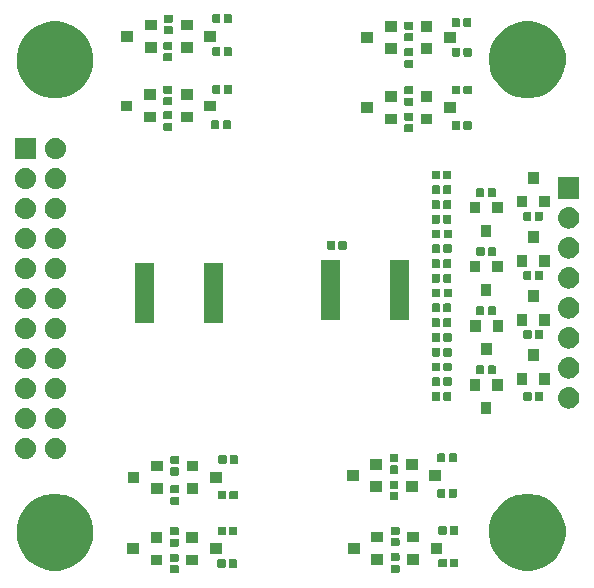
<source format=gbr>
G04 #@! TF.GenerationSoftware,KiCad,Pcbnew,(5.1.0)-1*
G04 #@! TF.CreationDate,2019-05-12T16:35:28-05:00*
G04 #@! TF.ProjectId,GPIODriverVer1,4750494f-4472-4697-9665-72566572312e,rev?*
G04 #@! TF.SameCoordinates,Original*
G04 #@! TF.FileFunction,Soldermask,Bot*
G04 #@! TF.FilePolarity,Negative*
%FSLAX46Y46*%
G04 Gerber Fmt 4.6, Leading zero omitted, Abs format (unit mm)*
G04 Created by KiCad (PCBNEW (5.1.0)-1) date 2019-05-12 16:35:28*
%MOMM*%
%LPD*%
G04 APERTURE LIST*
%ADD10C,0.100000*%
G04 APERTURE END LIST*
D10*
G36*
X131631938Y-128291716D02*
G01*
X131652557Y-128297971D01*
X131671553Y-128308124D01*
X131688208Y-128321792D01*
X131701876Y-128338447D01*
X131712029Y-128357443D01*
X131718284Y-128378062D01*
X131721000Y-128405640D01*
X131721000Y-128864360D01*
X131718284Y-128891938D01*
X131712029Y-128912557D01*
X131701876Y-128931553D01*
X131688208Y-128948208D01*
X131671553Y-128961876D01*
X131652557Y-128972029D01*
X131631938Y-128978284D01*
X131604360Y-128981000D01*
X131095640Y-128981000D01*
X131068062Y-128978284D01*
X131047443Y-128972029D01*
X131028447Y-128961876D01*
X131011792Y-128948208D01*
X130998124Y-128931553D01*
X130987971Y-128912557D01*
X130981716Y-128891938D01*
X130979000Y-128864360D01*
X130979000Y-128405640D01*
X130981716Y-128378062D01*
X130987971Y-128357443D01*
X130998124Y-128338447D01*
X131011792Y-128321792D01*
X131028447Y-128308124D01*
X131047443Y-128297971D01*
X131068062Y-128291716D01*
X131095640Y-128289000D01*
X131604360Y-128289000D01*
X131631938Y-128291716D01*
X131631938Y-128291716D01*
G37*
G36*
X150331938Y-128241716D02*
G01*
X150352557Y-128247971D01*
X150371553Y-128258124D01*
X150388208Y-128271792D01*
X150401876Y-128288447D01*
X150412029Y-128307443D01*
X150418284Y-128328062D01*
X150421000Y-128355640D01*
X150421000Y-128814360D01*
X150418284Y-128841938D01*
X150412029Y-128862557D01*
X150401876Y-128881553D01*
X150388208Y-128898208D01*
X150371553Y-128911876D01*
X150352557Y-128922029D01*
X150331938Y-128928284D01*
X150304360Y-128931000D01*
X149795640Y-128931000D01*
X149768062Y-128928284D01*
X149747443Y-128922029D01*
X149728447Y-128911876D01*
X149711792Y-128898208D01*
X149698124Y-128881553D01*
X149687971Y-128862557D01*
X149681716Y-128841938D01*
X149679000Y-128814360D01*
X149679000Y-128355640D01*
X149681716Y-128328062D01*
X149687971Y-128307443D01*
X149698124Y-128288447D01*
X149711792Y-128271792D01*
X149728447Y-128258124D01*
X149747443Y-128247971D01*
X149768062Y-128241716D01*
X149795640Y-128239000D01*
X150304360Y-128239000D01*
X150331938Y-128241716D01*
X150331938Y-128241716D01*
G37*
G36*
X121884239Y-122311467D02*
G01*
X122198282Y-122373934D01*
X122789926Y-122619001D01*
X123322392Y-122974784D01*
X123775216Y-123427608D01*
X124130999Y-123960074D01*
X124376066Y-124551718D01*
X124376066Y-124551719D01*
X124501000Y-125179803D01*
X124501000Y-125820197D01*
X124450825Y-126072443D01*
X124376066Y-126448282D01*
X124130999Y-127039926D01*
X123775216Y-127572392D01*
X123322392Y-128025216D01*
X122789926Y-128380999D01*
X122198282Y-128626066D01*
X121884239Y-128688533D01*
X121570197Y-128751000D01*
X120929803Y-128751000D01*
X120615761Y-128688533D01*
X120301718Y-128626066D01*
X119710074Y-128380999D01*
X119177608Y-128025216D01*
X118724784Y-127572392D01*
X118369001Y-127039926D01*
X118123934Y-126448282D01*
X118049175Y-126072443D01*
X117999000Y-125820197D01*
X117999000Y-125179803D01*
X118123934Y-124551719D01*
X118123934Y-124551718D01*
X118369001Y-123960074D01*
X118724784Y-123427608D01*
X119177608Y-122974784D01*
X119710074Y-122619001D01*
X120301718Y-122373934D01*
X120615761Y-122311467D01*
X120929803Y-122249000D01*
X121570197Y-122249000D01*
X121884239Y-122311467D01*
X121884239Y-122311467D01*
G37*
G36*
X161884239Y-122311467D02*
G01*
X162198282Y-122373934D01*
X162789926Y-122619001D01*
X163322392Y-122974784D01*
X163775216Y-123427608D01*
X164130999Y-123960074D01*
X164376066Y-124551718D01*
X164376066Y-124551719D01*
X164501000Y-125179803D01*
X164501000Y-125820197D01*
X164450825Y-126072443D01*
X164376066Y-126448282D01*
X164130999Y-127039926D01*
X163775216Y-127572392D01*
X163322392Y-128025216D01*
X162789926Y-128380999D01*
X162198282Y-128626066D01*
X161884239Y-128688533D01*
X161570197Y-128751000D01*
X160929803Y-128751000D01*
X160615761Y-128688533D01*
X160301718Y-128626066D01*
X159710074Y-128380999D01*
X159177608Y-128025216D01*
X158724784Y-127572392D01*
X158369001Y-127039926D01*
X158123934Y-126448282D01*
X158049175Y-126072443D01*
X157999000Y-125820197D01*
X157999000Y-125179803D01*
X158123934Y-124551719D01*
X158123934Y-124551718D01*
X158369001Y-123960074D01*
X158724784Y-123427608D01*
X159177608Y-122974784D01*
X159710074Y-122619001D01*
X160301718Y-122373934D01*
X160615761Y-122311467D01*
X160929803Y-122249000D01*
X161570197Y-122249000D01*
X161884239Y-122311467D01*
X161884239Y-122311467D01*
G37*
G36*
X136576938Y-127781716D02*
G01*
X136597557Y-127787971D01*
X136616553Y-127798124D01*
X136633208Y-127811792D01*
X136646876Y-127828447D01*
X136657029Y-127847443D01*
X136663284Y-127868062D01*
X136666000Y-127895640D01*
X136666000Y-128404360D01*
X136663284Y-128431938D01*
X136657029Y-128452557D01*
X136646876Y-128471553D01*
X136633208Y-128488208D01*
X136616553Y-128501876D01*
X136597557Y-128512029D01*
X136576938Y-128518284D01*
X136549360Y-128521000D01*
X136090640Y-128521000D01*
X136063062Y-128518284D01*
X136042443Y-128512029D01*
X136023447Y-128501876D01*
X136006792Y-128488208D01*
X135993124Y-128471553D01*
X135982971Y-128452557D01*
X135976716Y-128431938D01*
X135974000Y-128404360D01*
X135974000Y-127895640D01*
X135976716Y-127868062D01*
X135982971Y-127847443D01*
X135993124Y-127828447D01*
X136006792Y-127811792D01*
X136023447Y-127798124D01*
X136042443Y-127787971D01*
X136063062Y-127781716D01*
X136090640Y-127779000D01*
X136549360Y-127779000D01*
X136576938Y-127781716D01*
X136576938Y-127781716D01*
G37*
G36*
X135606938Y-127781716D02*
G01*
X135627557Y-127787971D01*
X135646553Y-127798124D01*
X135663208Y-127811792D01*
X135676876Y-127828447D01*
X135687029Y-127847443D01*
X135693284Y-127868062D01*
X135696000Y-127895640D01*
X135696000Y-128404360D01*
X135693284Y-128431938D01*
X135687029Y-128452557D01*
X135676876Y-128471553D01*
X135663208Y-128488208D01*
X135646553Y-128501876D01*
X135627557Y-128512029D01*
X135606938Y-128518284D01*
X135579360Y-128521000D01*
X135120640Y-128521000D01*
X135093062Y-128518284D01*
X135072443Y-128512029D01*
X135053447Y-128501876D01*
X135036792Y-128488208D01*
X135023124Y-128471553D01*
X135012971Y-128452557D01*
X135006716Y-128431938D01*
X135004000Y-128404360D01*
X135004000Y-127895640D01*
X135006716Y-127868062D01*
X135012971Y-127847443D01*
X135023124Y-127828447D01*
X135036792Y-127811792D01*
X135053447Y-127798124D01*
X135072443Y-127787971D01*
X135093062Y-127781716D01*
X135120640Y-127779000D01*
X135579360Y-127779000D01*
X135606938Y-127781716D01*
X135606938Y-127781716D01*
G37*
G36*
X154321938Y-127731716D02*
G01*
X154342557Y-127737971D01*
X154361553Y-127748124D01*
X154378208Y-127761792D01*
X154391876Y-127778447D01*
X154402029Y-127797443D01*
X154408284Y-127818062D01*
X154411000Y-127845640D01*
X154411000Y-128354360D01*
X154408284Y-128381938D01*
X154402029Y-128402557D01*
X154391876Y-128421553D01*
X154378208Y-128438208D01*
X154361553Y-128451876D01*
X154342557Y-128462029D01*
X154321938Y-128468284D01*
X154294360Y-128471000D01*
X153835640Y-128471000D01*
X153808062Y-128468284D01*
X153787443Y-128462029D01*
X153768447Y-128451876D01*
X153751792Y-128438208D01*
X153738124Y-128421553D01*
X153727971Y-128402557D01*
X153721716Y-128381938D01*
X153719000Y-128354360D01*
X153719000Y-127845640D01*
X153721716Y-127818062D01*
X153727971Y-127797443D01*
X153738124Y-127778447D01*
X153751792Y-127761792D01*
X153768447Y-127748124D01*
X153787443Y-127737971D01*
X153808062Y-127731716D01*
X153835640Y-127729000D01*
X154294360Y-127729000D01*
X154321938Y-127731716D01*
X154321938Y-127731716D01*
G37*
G36*
X155291938Y-127731716D02*
G01*
X155312557Y-127737971D01*
X155331553Y-127748124D01*
X155348208Y-127761792D01*
X155361876Y-127778447D01*
X155372029Y-127797443D01*
X155378284Y-127818062D01*
X155381000Y-127845640D01*
X155381000Y-128354360D01*
X155378284Y-128381938D01*
X155372029Y-128402557D01*
X155361876Y-128421553D01*
X155348208Y-128438208D01*
X155331553Y-128451876D01*
X155312557Y-128462029D01*
X155291938Y-128468284D01*
X155264360Y-128471000D01*
X154805640Y-128471000D01*
X154778062Y-128468284D01*
X154757443Y-128462029D01*
X154738447Y-128451876D01*
X154721792Y-128438208D01*
X154708124Y-128421553D01*
X154697971Y-128402557D01*
X154691716Y-128381938D01*
X154689000Y-128354360D01*
X154689000Y-127845640D01*
X154691716Y-127818062D01*
X154697971Y-127797443D01*
X154708124Y-127778447D01*
X154721792Y-127761792D01*
X154738447Y-127748124D01*
X154757443Y-127737971D01*
X154778062Y-127731716D01*
X154805640Y-127729000D01*
X155264360Y-127729000D01*
X155291938Y-127731716D01*
X155291938Y-127731716D01*
G37*
G36*
X133351000Y-128301000D02*
G01*
X132349000Y-128301000D01*
X132349000Y-127399000D01*
X133351000Y-127399000D01*
X133351000Y-128301000D01*
X133351000Y-128301000D01*
G37*
G36*
X130351000Y-128301000D02*
G01*
X129349000Y-128301000D01*
X129349000Y-127399000D01*
X130351000Y-127399000D01*
X130351000Y-128301000D01*
X130351000Y-128301000D01*
G37*
G36*
X149051000Y-128251000D02*
G01*
X148049000Y-128251000D01*
X148049000Y-127349000D01*
X149051000Y-127349000D01*
X149051000Y-128251000D01*
X149051000Y-128251000D01*
G37*
G36*
X152051000Y-128251000D02*
G01*
X151049000Y-128251000D01*
X151049000Y-127349000D01*
X152051000Y-127349000D01*
X152051000Y-128251000D01*
X152051000Y-128251000D01*
G37*
G36*
X131631938Y-127321716D02*
G01*
X131652557Y-127327971D01*
X131671553Y-127338124D01*
X131688208Y-127351792D01*
X131701876Y-127368447D01*
X131712029Y-127387443D01*
X131718284Y-127408062D01*
X131721000Y-127435640D01*
X131721000Y-127894360D01*
X131718284Y-127921938D01*
X131712029Y-127942557D01*
X131701876Y-127961553D01*
X131688208Y-127978208D01*
X131671553Y-127991876D01*
X131652557Y-128002029D01*
X131631938Y-128008284D01*
X131604360Y-128011000D01*
X131095640Y-128011000D01*
X131068062Y-128008284D01*
X131047443Y-128002029D01*
X131028447Y-127991876D01*
X131011792Y-127978208D01*
X130998124Y-127961553D01*
X130987971Y-127942557D01*
X130981716Y-127921938D01*
X130979000Y-127894360D01*
X130979000Y-127435640D01*
X130981716Y-127408062D01*
X130987971Y-127387443D01*
X130998124Y-127368447D01*
X131011792Y-127351792D01*
X131028447Y-127338124D01*
X131047443Y-127327971D01*
X131068062Y-127321716D01*
X131095640Y-127319000D01*
X131604360Y-127319000D01*
X131631938Y-127321716D01*
X131631938Y-127321716D01*
G37*
G36*
X150331938Y-127271716D02*
G01*
X150352557Y-127277971D01*
X150371553Y-127288124D01*
X150388208Y-127301792D01*
X150401876Y-127318447D01*
X150412029Y-127337443D01*
X150418284Y-127358062D01*
X150421000Y-127385640D01*
X150421000Y-127844360D01*
X150418284Y-127871938D01*
X150412029Y-127892557D01*
X150401876Y-127911553D01*
X150388208Y-127928208D01*
X150371553Y-127941876D01*
X150352557Y-127952029D01*
X150331938Y-127958284D01*
X150304360Y-127961000D01*
X149795640Y-127961000D01*
X149768062Y-127958284D01*
X149747443Y-127952029D01*
X149728447Y-127941876D01*
X149711792Y-127928208D01*
X149698124Y-127911553D01*
X149687971Y-127892557D01*
X149681716Y-127871938D01*
X149679000Y-127844360D01*
X149679000Y-127385640D01*
X149681716Y-127358062D01*
X149687971Y-127337443D01*
X149698124Y-127318447D01*
X149711792Y-127301792D01*
X149728447Y-127288124D01*
X149747443Y-127277971D01*
X149768062Y-127271716D01*
X149795640Y-127269000D01*
X150304360Y-127269000D01*
X150331938Y-127271716D01*
X150331938Y-127271716D01*
G37*
G36*
X135351000Y-127351000D02*
G01*
X134349000Y-127351000D01*
X134349000Y-126449000D01*
X135351000Y-126449000D01*
X135351000Y-127351000D01*
X135351000Y-127351000D01*
G37*
G36*
X128351000Y-127351000D02*
G01*
X127349000Y-127351000D01*
X127349000Y-126449000D01*
X128351000Y-126449000D01*
X128351000Y-127351000D01*
X128351000Y-127351000D01*
G37*
G36*
X154051000Y-127301000D02*
G01*
X153049000Y-127301000D01*
X153049000Y-126399000D01*
X154051000Y-126399000D01*
X154051000Y-127301000D01*
X154051000Y-127301000D01*
G37*
G36*
X147051000Y-127301000D02*
G01*
X146049000Y-127301000D01*
X146049000Y-126399000D01*
X147051000Y-126399000D01*
X147051000Y-127301000D01*
X147051000Y-127301000D01*
G37*
G36*
X131631938Y-126041716D02*
G01*
X131652557Y-126047971D01*
X131671553Y-126058124D01*
X131688208Y-126071792D01*
X131701876Y-126088447D01*
X131712029Y-126107443D01*
X131718284Y-126128062D01*
X131721000Y-126155640D01*
X131721000Y-126614360D01*
X131718284Y-126641938D01*
X131712029Y-126662557D01*
X131701876Y-126681553D01*
X131688208Y-126698208D01*
X131671553Y-126711876D01*
X131652557Y-126722029D01*
X131631938Y-126728284D01*
X131604360Y-126731000D01*
X131095640Y-126731000D01*
X131068062Y-126728284D01*
X131047443Y-126722029D01*
X131028447Y-126711876D01*
X131011792Y-126698208D01*
X130998124Y-126681553D01*
X130987971Y-126662557D01*
X130981716Y-126641938D01*
X130979000Y-126614360D01*
X130979000Y-126155640D01*
X130981716Y-126128062D01*
X130987971Y-126107443D01*
X130998124Y-126088447D01*
X131011792Y-126071792D01*
X131028447Y-126058124D01*
X131047443Y-126047971D01*
X131068062Y-126041716D01*
X131095640Y-126039000D01*
X131604360Y-126039000D01*
X131631938Y-126041716D01*
X131631938Y-126041716D01*
G37*
G36*
X150331938Y-126006716D02*
G01*
X150352557Y-126012971D01*
X150371553Y-126023124D01*
X150388208Y-126036792D01*
X150401876Y-126053447D01*
X150412029Y-126072443D01*
X150418284Y-126093062D01*
X150421000Y-126120640D01*
X150421000Y-126579360D01*
X150418284Y-126606938D01*
X150412029Y-126627557D01*
X150401876Y-126646553D01*
X150388208Y-126663208D01*
X150371553Y-126676876D01*
X150352557Y-126687029D01*
X150331938Y-126693284D01*
X150304360Y-126696000D01*
X149795640Y-126696000D01*
X149768062Y-126693284D01*
X149747443Y-126687029D01*
X149728447Y-126676876D01*
X149711792Y-126663208D01*
X149698124Y-126646553D01*
X149687971Y-126627557D01*
X149681716Y-126606938D01*
X149679000Y-126579360D01*
X149679000Y-126120640D01*
X149681716Y-126093062D01*
X149687971Y-126072443D01*
X149698124Y-126053447D01*
X149711792Y-126036792D01*
X149728447Y-126023124D01*
X149747443Y-126012971D01*
X149768062Y-126006716D01*
X149795640Y-126004000D01*
X150304360Y-126004000D01*
X150331938Y-126006716D01*
X150331938Y-126006716D01*
G37*
G36*
X133351000Y-126401000D02*
G01*
X132349000Y-126401000D01*
X132349000Y-125499000D01*
X133351000Y-125499000D01*
X133351000Y-126401000D01*
X133351000Y-126401000D01*
G37*
G36*
X130351000Y-126401000D02*
G01*
X129349000Y-126401000D01*
X129349000Y-125499000D01*
X130351000Y-125499000D01*
X130351000Y-126401000D01*
X130351000Y-126401000D01*
G37*
G36*
X149051000Y-126351000D02*
G01*
X148049000Y-126351000D01*
X148049000Y-125449000D01*
X149051000Y-125449000D01*
X149051000Y-126351000D01*
X149051000Y-126351000D01*
G37*
G36*
X152051000Y-126351000D02*
G01*
X151049000Y-126351000D01*
X151049000Y-125449000D01*
X152051000Y-125449000D01*
X152051000Y-126351000D01*
X152051000Y-126351000D01*
G37*
G36*
X135621938Y-125031716D02*
G01*
X135642557Y-125037971D01*
X135661553Y-125048124D01*
X135678208Y-125061792D01*
X135691876Y-125078447D01*
X135702029Y-125097443D01*
X135708284Y-125118062D01*
X135711000Y-125145640D01*
X135711000Y-125654360D01*
X135708284Y-125681938D01*
X135702029Y-125702557D01*
X135691876Y-125721553D01*
X135678208Y-125738208D01*
X135661553Y-125751876D01*
X135642557Y-125762029D01*
X135621938Y-125768284D01*
X135594360Y-125771000D01*
X135135640Y-125771000D01*
X135108062Y-125768284D01*
X135087443Y-125762029D01*
X135068447Y-125751876D01*
X135051792Y-125738208D01*
X135038124Y-125721553D01*
X135027971Y-125702557D01*
X135021716Y-125681938D01*
X135019000Y-125654360D01*
X135019000Y-125145640D01*
X135021716Y-125118062D01*
X135027971Y-125097443D01*
X135038124Y-125078447D01*
X135051792Y-125061792D01*
X135068447Y-125048124D01*
X135087443Y-125037971D01*
X135108062Y-125031716D01*
X135135640Y-125029000D01*
X135594360Y-125029000D01*
X135621938Y-125031716D01*
X135621938Y-125031716D01*
G37*
G36*
X136591938Y-125031716D02*
G01*
X136612557Y-125037971D01*
X136631553Y-125048124D01*
X136648208Y-125061792D01*
X136661876Y-125078447D01*
X136672029Y-125097443D01*
X136678284Y-125118062D01*
X136681000Y-125145640D01*
X136681000Y-125654360D01*
X136678284Y-125681938D01*
X136672029Y-125702557D01*
X136661876Y-125721553D01*
X136648208Y-125738208D01*
X136631553Y-125751876D01*
X136612557Y-125762029D01*
X136591938Y-125768284D01*
X136564360Y-125771000D01*
X136105640Y-125771000D01*
X136078062Y-125768284D01*
X136057443Y-125762029D01*
X136038447Y-125751876D01*
X136021792Y-125738208D01*
X136008124Y-125721553D01*
X135997971Y-125702557D01*
X135991716Y-125681938D01*
X135989000Y-125654360D01*
X135989000Y-125145640D01*
X135991716Y-125118062D01*
X135997971Y-125097443D01*
X136008124Y-125078447D01*
X136021792Y-125061792D01*
X136038447Y-125048124D01*
X136057443Y-125037971D01*
X136078062Y-125031716D01*
X136105640Y-125029000D01*
X136564360Y-125029000D01*
X136591938Y-125031716D01*
X136591938Y-125031716D01*
G37*
G36*
X131631938Y-125071716D02*
G01*
X131652557Y-125077971D01*
X131671553Y-125088124D01*
X131688208Y-125101792D01*
X131701876Y-125118447D01*
X131712029Y-125137443D01*
X131718284Y-125158062D01*
X131721000Y-125185640D01*
X131721000Y-125644360D01*
X131718284Y-125671938D01*
X131712029Y-125692557D01*
X131701876Y-125711553D01*
X131688208Y-125728208D01*
X131671553Y-125741876D01*
X131652557Y-125752029D01*
X131631938Y-125758284D01*
X131604360Y-125761000D01*
X131095640Y-125761000D01*
X131068062Y-125758284D01*
X131047443Y-125752029D01*
X131028447Y-125741876D01*
X131011792Y-125728208D01*
X130998124Y-125711553D01*
X130987971Y-125692557D01*
X130981716Y-125671938D01*
X130979000Y-125644360D01*
X130979000Y-125185640D01*
X130981716Y-125158062D01*
X130987971Y-125137443D01*
X130998124Y-125118447D01*
X131011792Y-125101792D01*
X131028447Y-125088124D01*
X131047443Y-125077971D01*
X131068062Y-125071716D01*
X131095640Y-125069000D01*
X131604360Y-125069000D01*
X131631938Y-125071716D01*
X131631938Y-125071716D01*
G37*
G36*
X150331938Y-125036716D02*
G01*
X150352557Y-125042971D01*
X150371553Y-125053124D01*
X150388208Y-125066792D01*
X150401876Y-125083447D01*
X150412029Y-125102443D01*
X150418284Y-125123062D01*
X150421000Y-125150640D01*
X150421000Y-125609360D01*
X150418284Y-125636938D01*
X150412029Y-125657557D01*
X150401876Y-125676553D01*
X150388208Y-125693208D01*
X150371553Y-125706876D01*
X150352557Y-125717029D01*
X150331938Y-125723284D01*
X150304360Y-125726000D01*
X149795640Y-125726000D01*
X149768062Y-125723284D01*
X149747443Y-125717029D01*
X149728447Y-125706876D01*
X149711792Y-125693208D01*
X149698124Y-125676553D01*
X149687971Y-125657557D01*
X149681716Y-125636938D01*
X149679000Y-125609360D01*
X149679000Y-125150640D01*
X149681716Y-125123062D01*
X149687971Y-125102443D01*
X149698124Y-125083447D01*
X149711792Y-125066792D01*
X149728447Y-125053124D01*
X149747443Y-125042971D01*
X149768062Y-125036716D01*
X149795640Y-125034000D01*
X150304360Y-125034000D01*
X150331938Y-125036716D01*
X150331938Y-125036716D01*
G37*
G36*
X155291938Y-124981716D02*
G01*
X155312557Y-124987971D01*
X155331553Y-124998124D01*
X155348208Y-125011792D01*
X155361876Y-125028447D01*
X155372029Y-125047443D01*
X155378284Y-125068062D01*
X155381000Y-125095640D01*
X155381000Y-125604360D01*
X155378284Y-125631938D01*
X155372029Y-125652557D01*
X155361876Y-125671553D01*
X155348208Y-125688208D01*
X155331553Y-125701876D01*
X155312557Y-125712029D01*
X155291938Y-125718284D01*
X155264360Y-125721000D01*
X154805640Y-125721000D01*
X154778062Y-125718284D01*
X154757443Y-125712029D01*
X154738447Y-125701876D01*
X154721792Y-125688208D01*
X154708124Y-125671553D01*
X154697971Y-125652557D01*
X154691716Y-125631938D01*
X154689000Y-125604360D01*
X154689000Y-125095640D01*
X154691716Y-125068062D01*
X154697971Y-125047443D01*
X154708124Y-125028447D01*
X154721792Y-125011792D01*
X154738447Y-124998124D01*
X154757443Y-124987971D01*
X154778062Y-124981716D01*
X154805640Y-124979000D01*
X155264360Y-124979000D01*
X155291938Y-124981716D01*
X155291938Y-124981716D01*
G37*
G36*
X154321938Y-124981716D02*
G01*
X154342557Y-124987971D01*
X154361553Y-124998124D01*
X154378208Y-125011792D01*
X154391876Y-125028447D01*
X154402029Y-125047443D01*
X154408284Y-125068062D01*
X154411000Y-125095640D01*
X154411000Y-125604360D01*
X154408284Y-125631938D01*
X154402029Y-125652557D01*
X154391876Y-125671553D01*
X154378208Y-125688208D01*
X154361553Y-125701876D01*
X154342557Y-125712029D01*
X154321938Y-125718284D01*
X154294360Y-125721000D01*
X153835640Y-125721000D01*
X153808062Y-125718284D01*
X153787443Y-125712029D01*
X153768447Y-125701876D01*
X153751792Y-125688208D01*
X153738124Y-125671553D01*
X153727971Y-125652557D01*
X153721716Y-125631938D01*
X153719000Y-125604360D01*
X153719000Y-125095640D01*
X153721716Y-125068062D01*
X153727971Y-125047443D01*
X153738124Y-125028447D01*
X153751792Y-125011792D01*
X153768447Y-124998124D01*
X153787443Y-124987971D01*
X153808062Y-124981716D01*
X153835640Y-124979000D01*
X154294360Y-124979000D01*
X154321938Y-124981716D01*
X154321938Y-124981716D01*
G37*
G36*
X131681938Y-122491716D02*
G01*
X131702557Y-122497971D01*
X131721553Y-122508124D01*
X131738208Y-122521792D01*
X131751876Y-122538447D01*
X131762029Y-122557443D01*
X131768284Y-122578062D01*
X131771000Y-122605640D01*
X131771000Y-123064360D01*
X131768284Y-123091938D01*
X131762029Y-123112557D01*
X131751876Y-123131553D01*
X131738208Y-123148208D01*
X131721553Y-123161876D01*
X131702557Y-123172029D01*
X131681938Y-123178284D01*
X131654360Y-123181000D01*
X131145640Y-123181000D01*
X131118062Y-123178284D01*
X131097443Y-123172029D01*
X131078447Y-123161876D01*
X131061792Y-123148208D01*
X131048124Y-123131553D01*
X131037971Y-123112557D01*
X131031716Y-123091938D01*
X131029000Y-123064360D01*
X131029000Y-122605640D01*
X131031716Y-122578062D01*
X131037971Y-122557443D01*
X131048124Y-122538447D01*
X131061792Y-122521792D01*
X131078447Y-122508124D01*
X131097443Y-122497971D01*
X131118062Y-122491716D01*
X131145640Y-122489000D01*
X131654360Y-122489000D01*
X131681938Y-122491716D01*
X131681938Y-122491716D01*
G37*
G36*
X150231938Y-122091716D02*
G01*
X150252557Y-122097971D01*
X150271553Y-122108124D01*
X150288208Y-122121792D01*
X150301876Y-122138447D01*
X150312029Y-122157443D01*
X150318284Y-122178062D01*
X150321000Y-122205640D01*
X150321000Y-122664360D01*
X150318284Y-122691938D01*
X150312029Y-122712557D01*
X150301876Y-122731553D01*
X150288208Y-122748208D01*
X150271553Y-122761876D01*
X150252557Y-122772029D01*
X150231938Y-122778284D01*
X150204360Y-122781000D01*
X149695640Y-122781000D01*
X149668062Y-122778284D01*
X149647443Y-122772029D01*
X149628447Y-122761876D01*
X149611792Y-122748208D01*
X149598124Y-122731553D01*
X149587971Y-122712557D01*
X149581716Y-122691938D01*
X149579000Y-122664360D01*
X149579000Y-122205640D01*
X149581716Y-122178062D01*
X149587971Y-122157443D01*
X149598124Y-122138447D01*
X149611792Y-122121792D01*
X149628447Y-122108124D01*
X149647443Y-122097971D01*
X149668062Y-122091716D01*
X149695640Y-122089000D01*
X150204360Y-122089000D01*
X150231938Y-122091716D01*
X150231938Y-122091716D01*
G37*
G36*
X135656938Y-121981716D02*
G01*
X135677557Y-121987971D01*
X135696553Y-121998124D01*
X135713208Y-122011792D01*
X135726876Y-122028447D01*
X135737029Y-122047443D01*
X135743284Y-122068062D01*
X135746000Y-122095640D01*
X135746000Y-122604360D01*
X135743284Y-122631938D01*
X135737029Y-122652557D01*
X135726876Y-122671553D01*
X135713208Y-122688208D01*
X135696553Y-122701876D01*
X135677557Y-122712029D01*
X135656938Y-122718284D01*
X135629360Y-122721000D01*
X135170640Y-122721000D01*
X135143062Y-122718284D01*
X135122443Y-122712029D01*
X135103447Y-122701876D01*
X135086792Y-122688208D01*
X135073124Y-122671553D01*
X135062971Y-122652557D01*
X135056716Y-122631938D01*
X135054000Y-122604360D01*
X135054000Y-122095640D01*
X135056716Y-122068062D01*
X135062971Y-122047443D01*
X135073124Y-122028447D01*
X135086792Y-122011792D01*
X135103447Y-121998124D01*
X135122443Y-121987971D01*
X135143062Y-121981716D01*
X135170640Y-121979000D01*
X135629360Y-121979000D01*
X135656938Y-121981716D01*
X135656938Y-121981716D01*
G37*
G36*
X136626938Y-121981716D02*
G01*
X136647557Y-121987971D01*
X136666553Y-121998124D01*
X136683208Y-122011792D01*
X136696876Y-122028447D01*
X136707029Y-122047443D01*
X136713284Y-122068062D01*
X136716000Y-122095640D01*
X136716000Y-122604360D01*
X136713284Y-122631938D01*
X136707029Y-122652557D01*
X136696876Y-122671553D01*
X136683208Y-122688208D01*
X136666553Y-122701876D01*
X136647557Y-122712029D01*
X136626938Y-122718284D01*
X136599360Y-122721000D01*
X136140640Y-122721000D01*
X136113062Y-122718284D01*
X136092443Y-122712029D01*
X136073447Y-122701876D01*
X136056792Y-122688208D01*
X136043124Y-122671553D01*
X136032971Y-122652557D01*
X136026716Y-122631938D01*
X136024000Y-122604360D01*
X136024000Y-122095640D01*
X136026716Y-122068062D01*
X136032971Y-122047443D01*
X136043124Y-122028447D01*
X136056792Y-122011792D01*
X136073447Y-121998124D01*
X136092443Y-121987971D01*
X136113062Y-121981716D01*
X136140640Y-121979000D01*
X136599360Y-121979000D01*
X136626938Y-121981716D01*
X136626938Y-121981716D01*
G37*
G36*
X154221938Y-121831716D02*
G01*
X154242557Y-121837971D01*
X154261553Y-121848124D01*
X154278208Y-121861792D01*
X154291876Y-121878447D01*
X154302029Y-121897443D01*
X154308284Y-121918062D01*
X154311000Y-121945640D01*
X154311000Y-122454360D01*
X154308284Y-122481938D01*
X154302029Y-122502557D01*
X154291876Y-122521553D01*
X154278208Y-122538208D01*
X154261553Y-122551876D01*
X154242557Y-122562029D01*
X154221938Y-122568284D01*
X154194360Y-122571000D01*
X153735640Y-122571000D01*
X153708062Y-122568284D01*
X153687443Y-122562029D01*
X153668447Y-122551876D01*
X153651792Y-122538208D01*
X153638124Y-122521553D01*
X153627971Y-122502557D01*
X153621716Y-122481938D01*
X153619000Y-122454360D01*
X153619000Y-121945640D01*
X153621716Y-121918062D01*
X153627971Y-121897443D01*
X153638124Y-121878447D01*
X153651792Y-121861792D01*
X153668447Y-121848124D01*
X153687443Y-121837971D01*
X153708062Y-121831716D01*
X153735640Y-121829000D01*
X154194360Y-121829000D01*
X154221938Y-121831716D01*
X154221938Y-121831716D01*
G37*
G36*
X155191938Y-121831716D02*
G01*
X155212557Y-121837971D01*
X155231553Y-121848124D01*
X155248208Y-121861792D01*
X155261876Y-121878447D01*
X155272029Y-121897443D01*
X155278284Y-121918062D01*
X155281000Y-121945640D01*
X155281000Y-122454360D01*
X155278284Y-122481938D01*
X155272029Y-122502557D01*
X155261876Y-122521553D01*
X155248208Y-122538208D01*
X155231553Y-122551876D01*
X155212557Y-122562029D01*
X155191938Y-122568284D01*
X155164360Y-122571000D01*
X154705640Y-122571000D01*
X154678062Y-122568284D01*
X154657443Y-122562029D01*
X154638447Y-122551876D01*
X154621792Y-122538208D01*
X154608124Y-122521553D01*
X154597971Y-122502557D01*
X154591716Y-122481938D01*
X154589000Y-122454360D01*
X154589000Y-121945640D01*
X154591716Y-121918062D01*
X154597971Y-121897443D01*
X154608124Y-121878447D01*
X154621792Y-121861792D01*
X154638447Y-121848124D01*
X154657443Y-121837971D01*
X154678062Y-121831716D01*
X154705640Y-121829000D01*
X155164360Y-121829000D01*
X155191938Y-121831716D01*
X155191938Y-121831716D01*
G37*
G36*
X130401000Y-122251000D02*
G01*
X129399000Y-122251000D01*
X129399000Y-121349000D01*
X130401000Y-121349000D01*
X130401000Y-122251000D01*
X130401000Y-122251000D01*
G37*
G36*
X133401000Y-122251000D02*
G01*
X132399000Y-122251000D01*
X132399000Y-121349000D01*
X133401000Y-121349000D01*
X133401000Y-122251000D01*
X133401000Y-122251000D01*
G37*
G36*
X131681938Y-121521716D02*
G01*
X131702557Y-121527971D01*
X131721553Y-121538124D01*
X131738208Y-121551792D01*
X131751876Y-121568447D01*
X131762029Y-121587443D01*
X131768284Y-121608062D01*
X131771000Y-121635640D01*
X131771000Y-122094360D01*
X131768284Y-122121938D01*
X131762029Y-122142557D01*
X131751876Y-122161553D01*
X131738208Y-122178208D01*
X131721553Y-122191876D01*
X131702557Y-122202029D01*
X131681938Y-122208284D01*
X131654360Y-122211000D01*
X131145640Y-122211000D01*
X131118062Y-122208284D01*
X131097443Y-122202029D01*
X131078447Y-122191876D01*
X131061792Y-122178208D01*
X131048124Y-122161553D01*
X131037971Y-122142557D01*
X131031716Y-122121938D01*
X131029000Y-122094360D01*
X131029000Y-121635640D01*
X131031716Y-121608062D01*
X131037971Y-121587443D01*
X131048124Y-121568447D01*
X131061792Y-121551792D01*
X131078447Y-121538124D01*
X131097443Y-121527971D01*
X131118062Y-121521716D01*
X131145640Y-121519000D01*
X131654360Y-121519000D01*
X131681938Y-121521716D01*
X131681938Y-121521716D01*
G37*
G36*
X148951000Y-122101000D02*
G01*
X147949000Y-122101000D01*
X147949000Y-121199000D01*
X148951000Y-121199000D01*
X148951000Y-122101000D01*
X148951000Y-122101000D01*
G37*
G36*
X151951000Y-122101000D02*
G01*
X150949000Y-122101000D01*
X150949000Y-121199000D01*
X151951000Y-121199000D01*
X151951000Y-122101000D01*
X151951000Y-122101000D01*
G37*
G36*
X150231938Y-121121716D02*
G01*
X150252557Y-121127971D01*
X150271553Y-121138124D01*
X150288208Y-121151792D01*
X150301876Y-121168447D01*
X150312029Y-121187443D01*
X150318284Y-121208062D01*
X150321000Y-121235640D01*
X150321000Y-121694360D01*
X150318284Y-121721938D01*
X150312029Y-121742557D01*
X150301876Y-121761553D01*
X150288208Y-121778208D01*
X150271553Y-121791876D01*
X150252557Y-121802029D01*
X150231938Y-121808284D01*
X150204360Y-121811000D01*
X149695640Y-121811000D01*
X149668062Y-121808284D01*
X149647443Y-121802029D01*
X149628447Y-121791876D01*
X149611792Y-121778208D01*
X149598124Y-121761553D01*
X149587971Y-121742557D01*
X149581716Y-121721938D01*
X149579000Y-121694360D01*
X149579000Y-121235640D01*
X149581716Y-121208062D01*
X149587971Y-121187443D01*
X149598124Y-121168447D01*
X149611792Y-121151792D01*
X149628447Y-121138124D01*
X149647443Y-121127971D01*
X149668062Y-121121716D01*
X149695640Y-121119000D01*
X150204360Y-121119000D01*
X150231938Y-121121716D01*
X150231938Y-121121716D01*
G37*
G36*
X128401000Y-121301000D02*
G01*
X127399000Y-121301000D01*
X127399000Y-120399000D01*
X128401000Y-120399000D01*
X128401000Y-121301000D01*
X128401000Y-121301000D01*
G37*
G36*
X135401000Y-121301000D02*
G01*
X134399000Y-121301000D01*
X134399000Y-120399000D01*
X135401000Y-120399000D01*
X135401000Y-121301000D01*
X135401000Y-121301000D01*
G37*
G36*
X146951000Y-121151000D02*
G01*
X145949000Y-121151000D01*
X145949000Y-120249000D01*
X146951000Y-120249000D01*
X146951000Y-121151000D01*
X146951000Y-121151000D01*
G37*
G36*
X153951000Y-121151000D02*
G01*
X152949000Y-121151000D01*
X152949000Y-120249000D01*
X153951000Y-120249000D01*
X153951000Y-121151000D01*
X153951000Y-121151000D01*
G37*
G36*
X131681938Y-120006716D02*
G01*
X131702557Y-120012971D01*
X131721553Y-120023124D01*
X131738208Y-120036792D01*
X131751876Y-120053447D01*
X131762029Y-120072443D01*
X131768284Y-120093062D01*
X131771000Y-120120640D01*
X131771000Y-120579360D01*
X131768284Y-120606938D01*
X131762029Y-120627557D01*
X131751876Y-120646553D01*
X131738208Y-120663208D01*
X131721553Y-120676876D01*
X131702557Y-120687029D01*
X131681938Y-120693284D01*
X131654360Y-120696000D01*
X131145640Y-120696000D01*
X131118062Y-120693284D01*
X131097443Y-120687029D01*
X131078447Y-120676876D01*
X131061792Y-120663208D01*
X131048124Y-120646553D01*
X131037971Y-120627557D01*
X131031716Y-120606938D01*
X131029000Y-120579360D01*
X131029000Y-120120640D01*
X131031716Y-120093062D01*
X131037971Y-120072443D01*
X131048124Y-120053447D01*
X131061792Y-120036792D01*
X131078447Y-120023124D01*
X131097443Y-120012971D01*
X131118062Y-120006716D01*
X131145640Y-120004000D01*
X131654360Y-120004000D01*
X131681938Y-120006716D01*
X131681938Y-120006716D01*
G37*
G36*
X150231938Y-119841716D02*
G01*
X150252557Y-119847971D01*
X150271553Y-119858124D01*
X150288208Y-119871792D01*
X150301876Y-119888447D01*
X150312029Y-119907443D01*
X150318284Y-119928062D01*
X150321000Y-119955640D01*
X150321000Y-120414360D01*
X150318284Y-120441938D01*
X150312029Y-120462557D01*
X150301876Y-120481553D01*
X150288208Y-120498208D01*
X150271553Y-120511876D01*
X150252557Y-120522029D01*
X150231938Y-120528284D01*
X150204360Y-120531000D01*
X149695640Y-120531000D01*
X149668062Y-120528284D01*
X149647443Y-120522029D01*
X149628447Y-120511876D01*
X149611792Y-120498208D01*
X149598124Y-120481553D01*
X149587971Y-120462557D01*
X149581716Y-120441938D01*
X149579000Y-120414360D01*
X149579000Y-119955640D01*
X149581716Y-119928062D01*
X149587971Y-119907443D01*
X149598124Y-119888447D01*
X149611792Y-119871792D01*
X149628447Y-119858124D01*
X149647443Y-119847971D01*
X149668062Y-119841716D01*
X149695640Y-119839000D01*
X150204360Y-119839000D01*
X150231938Y-119841716D01*
X150231938Y-119841716D01*
G37*
G36*
X133401000Y-120351000D02*
G01*
X132399000Y-120351000D01*
X132399000Y-119449000D01*
X133401000Y-119449000D01*
X133401000Y-120351000D01*
X133401000Y-120351000D01*
G37*
G36*
X130401000Y-120351000D02*
G01*
X129399000Y-120351000D01*
X129399000Y-119449000D01*
X130401000Y-119449000D01*
X130401000Y-120351000D01*
X130401000Y-120351000D01*
G37*
G36*
X148951000Y-120201000D02*
G01*
X147949000Y-120201000D01*
X147949000Y-119299000D01*
X148951000Y-119299000D01*
X148951000Y-120201000D01*
X148951000Y-120201000D01*
G37*
G36*
X151951000Y-120201000D02*
G01*
X150949000Y-120201000D01*
X150949000Y-119299000D01*
X151951000Y-119299000D01*
X151951000Y-120201000D01*
X151951000Y-120201000D01*
G37*
G36*
X131681938Y-119036716D02*
G01*
X131702557Y-119042971D01*
X131721553Y-119053124D01*
X131738208Y-119066792D01*
X131751876Y-119083447D01*
X131762029Y-119102443D01*
X131768284Y-119123062D01*
X131771000Y-119150640D01*
X131771000Y-119609360D01*
X131768284Y-119636938D01*
X131762029Y-119657557D01*
X131751876Y-119676553D01*
X131738208Y-119693208D01*
X131721553Y-119706876D01*
X131702557Y-119717029D01*
X131681938Y-119723284D01*
X131654360Y-119726000D01*
X131145640Y-119726000D01*
X131118062Y-119723284D01*
X131097443Y-119717029D01*
X131078447Y-119706876D01*
X131061792Y-119693208D01*
X131048124Y-119676553D01*
X131037971Y-119657557D01*
X131031716Y-119636938D01*
X131029000Y-119609360D01*
X131029000Y-119150640D01*
X131031716Y-119123062D01*
X131037971Y-119102443D01*
X131048124Y-119083447D01*
X131061792Y-119066792D01*
X131078447Y-119053124D01*
X131097443Y-119042971D01*
X131118062Y-119036716D01*
X131145640Y-119034000D01*
X131654360Y-119034000D01*
X131681938Y-119036716D01*
X131681938Y-119036716D01*
G37*
G36*
X136656938Y-118981716D02*
G01*
X136677557Y-118987971D01*
X136696553Y-118998124D01*
X136713208Y-119011792D01*
X136726876Y-119028447D01*
X136737029Y-119047443D01*
X136743284Y-119068062D01*
X136746000Y-119095640D01*
X136746000Y-119604360D01*
X136743284Y-119631938D01*
X136737029Y-119652557D01*
X136726876Y-119671553D01*
X136713208Y-119688208D01*
X136696553Y-119701876D01*
X136677557Y-119712029D01*
X136656938Y-119718284D01*
X136629360Y-119721000D01*
X136170640Y-119721000D01*
X136143062Y-119718284D01*
X136122443Y-119712029D01*
X136103447Y-119701876D01*
X136086792Y-119688208D01*
X136073124Y-119671553D01*
X136062971Y-119652557D01*
X136056716Y-119631938D01*
X136054000Y-119604360D01*
X136054000Y-119095640D01*
X136056716Y-119068062D01*
X136062971Y-119047443D01*
X136073124Y-119028447D01*
X136086792Y-119011792D01*
X136103447Y-118998124D01*
X136122443Y-118987971D01*
X136143062Y-118981716D01*
X136170640Y-118979000D01*
X136629360Y-118979000D01*
X136656938Y-118981716D01*
X136656938Y-118981716D01*
G37*
G36*
X135686938Y-118981716D02*
G01*
X135707557Y-118987971D01*
X135726553Y-118998124D01*
X135743208Y-119011792D01*
X135756876Y-119028447D01*
X135767029Y-119047443D01*
X135773284Y-119068062D01*
X135776000Y-119095640D01*
X135776000Y-119604360D01*
X135773284Y-119631938D01*
X135767029Y-119652557D01*
X135756876Y-119671553D01*
X135743208Y-119688208D01*
X135726553Y-119701876D01*
X135707557Y-119712029D01*
X135686938Y-119718284D01*
X135659360Y-119721000D01*
X135200640Y-119721000D01*
X135173062Y-119718284D01*
X135152443Y-119712029D01*
X135133447Y-119701876D01*
X135116792Y-119688208D01*
X135103124Y-119671553D01*
X135092971Y-119652557D01*
X135086716Y-119631938D01*
X135084000Y-119604360D01*
X135084000Y-119095640D01*
X135086716Y-119068062D01*
X135092971Y-119047443D01*
X135103124Y-119028447D01*
X135116792Y-119011792D01*
X135133447Y-118998124D01*
X135152443Y-118987971D01*
X135173062Y-118981716D01*
X135200640Y-118979000D01*
X135659360Y-118979000D01*
X135686938Y-118981716D01*
X135686938Y-118981716D01*
G37*
G36*
X154221938Y-118831716D02*
G01*
X154242557Y-118837971D01*
X154261553Y-118848124D01*
X154278208Y-118861792D01*
X154291876Y-118878447D01*
X154302029Y-118897443D01*
X154308284Y-118918062D01*
X154311000Y-118945640D01*
X154311000Y-119454360D01*
X154308284Y-119481938D01*
X154302029Y-119502557D01*
X154291876Y-119521553D01*
X154278208Y-119538208D01*
X154261553Y-119551876D01*
X154242557Y-119562029D01*
X154221938Y-119568284D01*
X154194360Y-119571000D01*
X153735640Y-119571000D01*
X153708062Y-119568284D01*
X153687443Y-119562029D01*
X153668447Y-119551876D01*
X153651792Y-119538208D01*
X153638124Y-119521553D01*
X153627971Y-119502557D01*
X153621716Y-119481938D01*
X153619000Y-119454360D01*
X153619000Y-118945640D01*
X153621716Y-118918062D01*
X153627971Y-118897443D01*
X153638124Y-118878447D01*
X153651792Y-118861792D01*
X153668447Y-118848124D01*
X153687443Y-118837971D01*
X153708062Y-118831716D01*
X153735640Y-118829000D01*
X154194360Y-118829000D01*
X154221938Y-118831716D01*
X154221938Y-118831716D01*
G37*
G36*
X155191938Y-118831716D02*
G01*
X155212557Y-118837971D01*
X155231553Y-118848124D01*
X155248208Y-118861792D01*
X155261876Y-118878447D01*
X155272029Y-118897443D01*
X155278284Y-118918062D01*
X155281000Y-118945640D01*
X155281000Y-119454360D01*
X155278284Y-119481938D01*
X155272029Y-119502557D01*
X155261876Y-119521553D01*
X155248208Y-119538208D01*
X155231553Y-119551876D01*
X155212557Y-119562029D01*
X155191938Y-119568284D01*
X155164360Y-119571000D01*
X154705640Y-119571000D01*
X154678062Y-119568284D01*
X154657443Y-119562029D01*
X154638447Y-119551876D01*
X154621792Y-119538208D01*
X154608124Y-119521553D01*
X154597971Y-119502557D01*
X154591716Y-119481938D01*
X154589000Y-119454360D01*
X154589000Y-118945640D01*
X154591716Y-118918062D01*
X154597971Y-118897443D01*
X154608124Y-118878447D01*
X154621792Y-118861792D01*
X154638447Y-118848124D01*
X154657443Y-118837971D01*
X154678062Y-118831716D01*
X154705640Y-118829000D01*
X155164360Y-118829000D01*
X155191938Y-118831716D01*
X155191938Y-118831716D01*
G37*
G36*
X150231938Y-118871716D02*
G01*
X150252557Y-118877971D01*
X150271553Y-118888124D01*
X150288208Y-118901792D01*
X150301876Y-118918447D01*
X150312029Y-118937443D01*
X150318284Y-118958062D01*
X150321000Y-118985640D01*
X150321000Y-119444360D01*
X150318284Y-119471938D01*
X150312029Y-119492557D01*
X150301876Y-119511553D01*
X150288208Y-119528208D01*
X150271553Y-119541876D01*
X150252557Y-119552029D01*
X150231938Y-119558284D01*
X150204360Y-119561000D01*
X149695640Y-119561000D01*
X149668062Y-119558284D01*
X149647443Y-119552029D01*
X149628447Y-119541876D01*
X149611792Y-119528208D01*
X149598124Y-119511553D01*
X149587971Y-119492557D01*
X149581716Y-119471938D01*
X149579000Y-119444360D01*
X149579000Y-118985640D01*
X149581716Y-118958062D01*
X149587971Y-118937443D01*
X149598124Y-118918447D01*
X149611792Y-118901792D01*
X149628447Y-118888124D01*
X149647443Y-118877971D01*
X149668062Y-118871716D01*
X149695640Y-118869000D01*
X150204360Y-118869000D01*
X150231938Y-118871716D01*
X150231938Y-118871716D01*
G37*
G36*
X121400443Y-117505519D02*
G01*
X121466627Y-117512037D01*
X121636466Y-117563557D01*
X121792991Y-117647222D01*
X121828729Y-117676552D01*
X121930186Y-117759814D01*
X122013448Y-117861271D01*
X122042778Y-117897009D01*
X122126443Y-118053534D01*
X122177963Y-118223373D01*
X122195359Y-118400000D01*
X122177963Y-118576627D01*
X122126443Y-118746466D01*
X122042778Y-118902991D01*
X122040402Y-118905886D01*
X121930186Y-119040186D01*
X121829200Y-119123062D01*
X121792991Y-119152778D01*
X121636466Y-119236443D01*
X121466627Y-119287963D01*
X121400442Y-119294482D01*
X121334260Y-119301000D01*
X121245740Y-119301000D01*
X121179558Y-119294482D01*
X121113373Y-119287963D01*
X120943534Y-119236443D01*
X120787009Y-119152778D01*
X120750800Y-119123062D01*
X120649814Y-119040186D01*
X120539598Y-118905886D01*
X120537222Y-118902991D01*
X120453557Y-118746466D01*
X120402037Y-118576627D01*
X120384641Y-118400000D01*
X120402037Y-118223373D01*
X120453557Y-118053534D01*
X120537222Y-117897009D01*
X120566552Y-117861271D01*
X120649814Y-117759814D01*
X120751271Y-117676552D01*
X120787009Y-117647222D01*
X120943534Y-117563557D01*
X121113373Y-117512037D01*
X121179557Y-117505519D01*
X121245740Y-117499000D01*
X121334260Y-117499000D01*
X121400443Y-117505519D01*
X121400443Y-117505519D01*
G37*
G36*
X118860443Y-117505519D02*
G01*
X118926627Y-117512037D01*
X119096466Y-117563557D01*
X119252991Y-117647222D01*
X119288729Y-117676552D01*
X119390186Y-117759814D01*
X119473448Y-117861271D01*
X119502778Y-117897009D01*
X119586443Y-118053534D01*
X119637963Y-118223373D01*
X119655359Y-118400000D01*
X119637963Y-118576627D01*
X119586443Y-118746466D01*
X119502778Y-118902991D01*
X119500402Y-118905886D01*
X119390186Y-119040186D01*
X119289200Y-119123062D01*
X119252991Y-119152778D01*
X119096466Y-119236443D01*
X118926627Y-119287963D01*
X118860442Y-119294482D01*
X118794260Y-119301000D01*
X118705740Y-119301000D01*
X118639558Y-119294482D01*
X118573373Y-119287963D01*
X118403534Y-119236443D01*
X118247009Y-119152778D01*
X118210800Y-119123062D01*
X118109814Y-119040186D01*
X117999598Y-118905886D01*
X117997222Y-118902991D01*
X117913557Y-118746466D01*
X117862037Y-118576627D01*
X117844641Y-118400000D01*
X117862037Y-118223373D01*
X117913557Y-118053534D01*
X117997222Y-117897009D01*
X118026552Y-117861271D01*
X118109814Y-117759814D01*
X118211271Y-117676552D01*
X118247009Y-117647222D01*
X118403534Y-117563557D01*
X118573373Y-117512037D01*
X118639557Y-117505519D01*
X118705740Y-117499000D01*
X118794260Y-117499000D01*
X118860443Y-117505519D01*
X118860443Y-117505519D01*
G37*
G36*
X121400443Y-114965519D02*
G01*
X121466627Y-114972037D01*
X121636466Y-115023557D01*
X121792991Y-115107222D01*
X121828729Y-115136552D01*
X121930186Y-115219814D01*
X122013448Y-115321271D01*
X122042778Y-115357009D01*
X122126443Y-115513534D01*
X122177963Y-115683373D01*
X122195359Y-115860000D01*
X122177963Y-116036627D01*
X122126443Y-116206466D01*
X122042778Y-116362991D01*
X122013448Y-116398729D01*
X121930186Y-116500186D01*
X121828729Y-116583448D01*
X121792991Y-116612778D01*
X121636466Y-116696443D01*
X121466627Y-116747963D01*
X121400443Y-116754481D01*
X121334260Y-116761000D01*
X121245740Y-116761000D01*
X121179557Y-116754481D01*
X121113373Y-116747963D01*
X120943534Y-116696443D01*
X120787009Y-116612778D01*
X120751271Y-116583448D01*
X120649814Y-116500186D01*
X120566552Y-116398729D01*
X120537222Y-116362991D01*
X120453557Y-116206466D01*
X120402037Y-116036627D01*
X120384641Y-115860000D01*
X120402037Y-115683373D01*
X120453557Y-115513534D01*
X120537222Y-115357009D01*
X120566552Y-115321271D01*
X120649814Y-115219814D01*
X120751271Y-115136552D01*
X120787009Y-115107222D01*
X120943534Y-115023557D01*
X121113373Y-114972037D01*
X121179557Y-114965519D01*
X121245740Y-114959000D01*
X121334260Y-114959000D01*
X121400443Y-114965519D01*
X121400443Y-114965519D01*
G37*
G36*
X118860443Y-114965519D02*
G01*
X118926627Y-114972037D01*
X119096466Y-115023557D01*
X119252991Y-115107222D01*
X119288729Y-115136552D01*
X119390186Y-115219814D01*
X119473448Y-115321271D01*
X119502778Y-115357009D01*
X119586443Y-115513534D01*
X119637963Y-115683373D01*
X119655359Y-115860000D01*
X119637963Y-116036627D01*
X119586443Y-116206466D01*
X119502778Y-116362991D01*
X119473448Y-116398729D01*
X119390186Y-116500186D01*
X119288729Y-116583448D01*
X119252991Y-116612778D01*
X119096466Y-116696443D01*
X118926627Y-116747963D01*
X118860443Y-116754481D01*
X118794260Y-116761000D01*
X118705740Y-116761000D01*
X118639557Y-116754481D01*
X118573373Y-116747963D01*
X118403534Y-116696443D01*
X118247009Y-116612778D01*
X118211271Y-116583448D01*
X118109814Y-116500186D01*
X118026552Y-116398729D01*
X117997222Y-116362991D01*
X117913557Y-116206466D01*
X117862037Y-116036627D01*
X117844641Y-115860000D01*
X117862037Y-115683373D01*
X117913557Y-115513534D01*
X117997222Y-115357009D01*
X118026552Y-115321271D01*
X118109814Y-115219814D01*
X118211271Y-115136552D01*
X118247009Y-115107222D01*
X118403534Y-115023557D01*
X118573373Y-114972037D01*
X118639557Y-114965519D01*
X118705740Y-114959000D01*
X118794260Y-114959000D01*
X118860443Y-114965519D01*
X118860443Y-114965519D01*
G37*
G36*
X158201000Y-115501000D02*
G01*
X157299000Y-115501000D01*
X157299000Y-114499000D01*
X158201000Y-114499000D01*
X158201000Y-115501000D01*
X158201000Y-115501000D01*
G37*
G36*
X164860442Y-113225518D02*
G01*
X164926627Y-113232037D01*
X165096466Y-113283557D01*
X165252991Y-113367222D01*
X165288729Y-113396552D01*
X165390186Y-113479814D01*
X165473448Y-113581271D01*
X165502778Y-113617009D01*
X165586443Y-113773534D01*
X165637963Y-113943373D01*
X165655359Y-114120000D01*
X165637963Y-114296627D01*
X165586443Y-114466466D01*
X165502778Y-114622991D01*
X165473448Y-114658729D01*
X165390186Y-114760186D01*
X165288729Y-114843448D01*
X165252991Y-114872778D01*
X165096466Y-114956443D01*
X164926627Y-115007963D01*
X164860443Y-115014481D01*
X164794260Y-115021000D01*
X164705740Y-115021000D01*
X164639557Y-115014481D01*
X164573373Y-115007963D01*
X164403534Y-114956443D01*
X164247009Y-114872778D01*
X164211271Y-114843448D01*
X164109814Y-114760186D01*
X164026552Y-114658729D01*
X163997222Y-114622991D01*
X163913557Y-114466466D01*
X163862037Y-114296627D01*
X163844641Y-114120000D01*
X163862037Y-113943373D01*
X163913557Y-113773534D01*
X163997222Y-113617009D01*
X164026552Y-113581271D01*
X164109814Y-113479814D01*
X164211271Y-113396552D01*
X164247009Y-113367222D01*
X164403534Y-113283557D01*
X164573373Y-113232037D01*
X164639558Y-113225518D01*
X164705740Y-113219000D01*
X164794260Y-113219000D01*
X164860442Y-113225518D01*
X164860442Y-113225518D01*
G37*
G36*
X161521938Y-113631716D02*
G01*
X161542557Y-113637971D01*
X161561553Y-113648124D01*
X161578208Y-113661792D01*
X161591876Y-113678447D01*
X161602029Y-113697443D01*
X161608284Y-113718062D01*
X161611000Y-113745640D01*
X161611000Y-114254360D01*
X161608284Y-114281938D01*
X161602029Y-114302557D01*
X161591876Y-114321553D01*
X161578208Y-114338208D01*
X161561553Y-114351876D01*
X161542557Y-114362029D01*
X161521938Y-114368284D01*
X161494360Y-114371000D01*
X161035640Y-114371000D01*
X161008062Y-114368284D01*
X160987443Y-114362029D01*
X160968447Y-114351876D01*
X160951792Y-114338208D01*
X160938124Y-114321553D01*
X160927971Y-114302557D01*
X160921716Y-114281938D01*
X160919000Y-114254360D01*
X160919000Y-113745640D01*
X160921716Y-113718062D01*
X160927971Y-113697443D01*
X160938124Y-113678447D01*
X160951792Y-113661792D01*
X160968447Y-113648124D01*
X160987443Y-113637971D01*
X161008062Y-113631716D01*
X161035640Y-113629000D01*
X161494360Y-113629000D01*
X161521938Y-113631716D01*
X161521938Y-113631716D01*
G37*
G36*
X162491938Y-113631716D02*
G01*
X162512557Y-113637971D01*
X162531553Y-113648124D01*
X162548208Y-113661792D01*
X162561876Y-113678447D01*
X162572029Y-113697443D01*
X162578284Y-113718062D01*
X162581000Y-113745640D01*
X162581000Y-114254360D01*
X162578284Y-114281938D01*
X162572029Y-114302557D01*
X162561876Y-114321553D01*
X162548208Y-114338208D01*
X162531553Y-114351876D01*
X162512557Y-114362029D01*
X162491938Y-114368284D01*
X162464360Y-114371000D01*
X162005640Y-114371000D01*
X161978062Y-114368284D01*
X161957443Y-114362029D01*
X161938447Y-114351876D01*
X161921792Y-114338208D01*
X161908124Y-114321553D01*
X161897971Y-114302557D01*
X161891716Y-114281938D01*
X161889000Y-114254360D01*
X161889000Y-113745640D01*
X161891716Y-113718062D01*
X161897971Y-113697443D01*
X161908124Y-113678447D01*
X161921792Y-113661792D01*
X161938447Y-113648124D01*
X161957443Y-113637971D01*
X161978062Y-113631716D01*
X162005640Y-113629000D01*
X162464360Y-113629000D01*
X162491938Y-113631716D01*
X162491938Y-113631716D01*
G37*
G36*
X153756938Y-113631716D02*
G01*
X153777557Y-113637971D01*
X153796553Y-113648124D01*
X153813208Y-113661792D01*
X153826876Y-113678447D01*
X153837029Y-113697443D01*
X153843284Y-113718062D01*
X153846000Y-113745640D01*
X153846000Y-114254360D01*
X153843284Y-114281938D01*
X153837029Y-114302557D01*
X153826876Y-114321553D01*
X153813208Y-114338208D01*
X153796553Y-114351876D01*
X153777557Y-114362029D01*
X153756938Y-114368284D01*
X153729360Y-114371000D01*
X153270640Y-114371000D01*
X153243062Y-114368284D01*
X153222443Y-114362029D01*
X153203447Y-114351876D01*
X153186792Y-114338208D01*
X153173124Y-114321553D01*
X153162971Y-114302557D01*
X153156716Y-114281938D01*
X153154000Y-114254360D01*
X153154000Y-113745640D01*
X153156716Y-113718062D01*
X153162971Y-113697443D01*
X153173124Y-113678447D01*
X153186792Y-113661792D01*
X153203447Y-113648124D01*
X153222443Y-113637971D01*
X153243062Y-113631716D01*
X153270640Y-113629000D01*
X153729360Y-113629000D01*
X153756938Y-113631716D01*
X153756938Y-113631716D01*
G37*
G36*
X154726938Y-113631716D02*
G01*
X154747557Y-113637971D01*
X154766553Y-113648124D01*
X154783208Y-113661792D01*
X154796876Y-113678447D01*
X154807029Y-113697443D01*
X154813284Y-113718062D01*
X154816000Y-113745640D01*
X154816000Y-114254360D01*
X154813284Y-114281938D01*
X154807029Y-114302557D01*
X154796876Y-114321553D01*
X154783208Y-114338208D01*
X154766553Y-114351876D01*
X154747557Y-114362029D01*
X154726938Y-114368284D01*
X154699360Y-114371000D01*
X154240640Y-114371000D01*
X154213062Y-114368284D01*
X154192443Y-114362029D01*
X154173447Y-114351876D01*
X154156792Y-114338208D01*
X154143124Y-114321553D01*
X154132971Y-114302557D01*
X154126716Y-114281938D01*
X154124000Y-114254360D01*
X154124000Y-113745640D01*
X154126716Y-113718062D01*
X154132971Y-113697443D01*
X154143124Y-113678447D01*
X154156792Y-113661792D01*
X154173447Y-113648124D01*
X154192443Y-113637971D01*
X154213062Y-113631716D01*
X154240640Y-113629000D01*
X154699360Y-113629000D01*
X154726938Y-113631716D01*
X154726938Y-113631716D01*
G37*
G36*
X121400442Y-112425518D02*
G01*
X121466627Y-112432037D01*
X121636466Y-112483557D01*
X121792991Y-112567222D01*
X121828729Y-112596552D01*
X121930186Y-112679814D01*
X122013448Y-112781271D01*
X122042778Y-112817009D01*
X122126443Y-112973534D01*
X122177963Y-113143373D01*
X122195359Y-113320000D01*
X122177963Y-113496627D01*
X122126443Y-113666466D01*
X122042778Y-113822991D01*
X122013448Y-113858729D01*
X121930186Y-113960186D01*
X121828729Y-114043448D01*
X121792991Y-114072778D01*
X121636466Y-114156443D01*
X121466627Y-114207963D01*
X121400442Y-114214482D01*
X121334260Y-114221000D01*
X121245740Y-114221000D01*
X121179558Y-114214482D01*
X121113373Y-114207963D01*
X120943534Y-114156443D01*
X120787009Y-114072778D01*
X120751271Y-114043448D01*
X120649814Y-113960186D01*
X120566552Y-113858729D01*
X120537222Y-113822991D01*
X120453557Y-113666466D01*
X120402037Y-113496627D01*
X120384641Y-113320000D01*
X120402037Y-113143373D01*
X120453557Y-112973534D01*
X120537222Y-112817009D01*
X120566552Y-112781271D01*
X120649814Y-112679814D01*
X120751271Y-112596552D01*
X120787009Y-112567222D01*
X120943534Y-112483557D01*
X121113373Y-112432037D01*
X121179558Y-112425518D01*
X121245740Y-112419000D01*
X121334260Y-112419000D01*
X121400442Y-112425518D01*
X121400442Y-112425518D01*
G37*
G36*
X118860442Y-112425518D02*
G01*
X118926627Y-112432037D01*
X119096466Y-112483557D01*
X119252991Y-112567222D01*
X119288729Y-112596552D01*
X119390186Y-112679814D01*
X119473448Y-112781271D01*
X119502778Y-112817009D01*
X119586443Y-112973534D01*
X119637963Y-113143373D01*
X119655359Y-113320000D01*
X119637963Y-113496627D01*
X119586443Y-113666466D01*
X119502778Y-113822991D01*
X119473448Y-113858729D01*
X119390186Y-113960186D01*
X119288729Y-114043448D01*
X119252991Y-114072778D01*
X119096466Y-114156443D01*
X118926627Y-114207963D01*
X118860442Y-114214482D01*
X118794260Y-114221000D01*
X118705740Y-114221000D01*
X118639558Y-114214482D01*
X118573373Y-114207963D01*
X118403534Y-114156443D01*
X118247009Y-114072778D01*
X118211271Y-114043448D01*
X118109814Y-113960186D01*
X118026552Y-113858729D01*
X117997222Y-113822991D01*
X117913557Y-113666466D01*
X117862037Y-113496627D01*
X117844641Y-113320000D01*
X117862037Y-113143373D01*
X117913557Y-112973534D01*
X117997222Y-112817009D01*
X118026552Y-112781271D01*
X118109814Y-112679814D01*
X118211271Y-112596552D01*
X118247009Y-112567222D01*
X118403534Y-112483557D01*
X118573373Y-112432037D01*
X118639558Y-112425518D01*
X118705740Y-112419000D01*
X118794260Y-112419000D01*
X118860442Y-112425518D01*
X118860442Y-112425518D01*
G37*
G36*
X157251000Y-113501000D02*
G01*
X156349000Y-113501000D01*
X156349000Y-112499000D01*
X157251000Y-112499000D01*
X157251000Y-113501000D01*
X157251000Y-113501000D01*
G37*
G36*
X159151000Y-113501000D02*
G01*
X158249000Y-113501000D01*
X158249000Y-112499000D01*
X159151000Y-112499000D01*
X159151000Y-113501000D01*
X159151000Y-113501000D01*
G37*
G36*
X153771938Y-112381716D02*
G01*
X153792557Y-112387971D01*
X153811553Y-112398124D01*
X153828208Y-112411792D01*
X153841876Y-112428447D01*
X153852029Y-112447443D01*
X153858284Y-112468062D01*
X153861000Y-112495640D01*
X153861000Y-113004360D01*
X153858284Y-113031938D01*
X153852029Y-113052557D01*
X153841876Y-113071553D01*
X153828208Y-113088208D01*
X153811553Y-113101876D01*
X153792557Y-113112029D01*
X153771938Y-113118284D01*
X153744360Y-113121000D01*
X153285640Y-113121000D01*
X153258062Y-113118284D01*
X153237443Y-113112029D01*
X153218447Y-113101876D01*
X153201792Y-113088208D01*
X153188124Y-113071553D01*
X153177971Y-113052557D01*
X153171716Y-113031938D01*
X153169000Y-113004360D01*
X153169000Y-112495640D01*
X153171716Y-112468062D01*
X153177971Y-112447443D01*
X153188124Y-112428447D01*
X153201792Y-112411792D01*
X153218447Y-112398124D01*
X153237443Y-112387971D01*
X153258062Y-112381716D01*
X153285640Y-112379000D01*
X153744360Y-112379000D01*
X153771938Y-112381716D01*
X153771938Y-112381716D01*
G37*
G36*
X154741938Y-112381716D02*
G01*
X154762557Y-112387971D01*
X154781553Y-112398124D01*
X154798208Y-112411792D01*
X154811876Y-112428447D01*
X154822029Y-112447443D01*
X154828284Y-112468062D01*
X154831000Y-112495640D01*
X154831000Y-113004360D01*
X154828284Y-113031938D01*
X154822029Y-113052557D01*
X154811876Y-113071553D01*
X154798208Y-113088208D01*
X154781553Y-113101876D01*
X154762557Y-113112029D01*
X154741938Y-113118284D01*
X154714360Y-113121000D01*
X154255640Y-113121000D01*
X154228062Y-113118284D01*
X154207443Y-113112029D01*
X154188447Y-113101876D01*
X154171792Y-113088208D01*
X154158124Y-113071553D01*
X154147971Y-113052557D01*
X154141716Y-113031938D01*
X154139000Y-113004360D01*
X154139000Y-112495640D01*
X154141716Y-112468062D01*
X154147971Y-112447443D01*
X154158124Y-112428447D01*
X154171792Y-112411792D01*
X154188447Y-112398124D01*
X154207443Y-112387971D01*
X154228062Y-112381716D01*
X154255640Y-112379000D01*
X154714360Y-112379000D01*
X154741938Y-112381716D01*
X154741938Y-112381716D01*
G37*
G36*
X163151000Y-113001000D02*
G01*
X162249000Y-113001000D01*
X162249000Y-111999000D01*
X163151000Y-111999000D01*
X163151000Y-113001000D01*
X163151000Y-113001000D01*
G37*
G36*
X161251000Y-113001000D02*
G01*
X160349000Y-113001000D01*
X160349000Y-111999000D01*
X161251000Y-111999000D01*
X161251000Y-113001000D01*
X161251000Y-113001000D01*
G37*
G36*
X164860442Y-110685518D02*
G01*
X164926627Y-110692037D01*
X165096466Y-110743557D01*
X165252991Y-110827222D01*
X165288729Y-110856552D01*
X165390186Y-110939814D01*
X165440399Y-111001000D01*
X165502778Y-111077009D01*
X165586443Y-111233534D01*
X165637963Y-111403373D01*
X165655359Y-111580000D01*
X165637963Y-111756627D01*
X165586443Y-111926466D01*
X165502778Y-112082991D01*
X165498496Y-112088208D01*
X165390186Y-112220186D01*
X165288729Y-112303448D01*
X165252991Y-112332778D01*
X165096466Y-112416443D01*
X164926627Y-112467963D01*
X164860442Y-112474482D01*
X164794260Y-112481000D01*
X164705740Y-112481000D01*
X164639558Y-112474482D01*
X164573373Y-112467963D01*
X164403534Y-112416443D01*
X164247009Y-112332778D01*
X164211271Y-112303448D01*
X164109814Y-112220186D01*
X164001504Y-112088208D01*
X163997222Y-112082991D01*
X163913557Y-111926466D01*
X163862037Y-111756627D01*
X163844641Y-111580000D01*
X163862037Y-111403373D01*
X163913557Y-111233534D01*
X163997222Y-111077009D01*
X164059601Y-111001000D01*
X164109814Y-110939814D01*
X164211271Y-110856552D01*
X164247009Y-110827222D01*
X164403534Y-110743557D01*
X164573373Y-110692037D01*
X164639558Y-110685518D01*
X164705740Y-110679000D01*
X164794260Y-110679000D01*
X164860442Y-110685518D01*
X164860442Y-110685518D01*
G37*
G36*
X157506938Y-111381716D02*
G01*
X157527557Y-111387971D01*
X157546553Y-111398124D01*
X157563208Y-111411792D01*
X157576876Y-111428447D01*
X157587029Y-111447443D01*
X157593284Y-111468062D01*
X157596000Y-111495640D01*
X157596000Y-112004360D01*
X157593284Y-112031938D01*
X157587029Y-112052557D01*
X157576876Y-112071553D01*
X157563208Y-112088208D01*
X157546553Y-112101876D01*
X157527557Y-112112029D01*
X157506938Y-112118284D01*
X157479360Y-112121000D01*
X157020640Y-112121000D01*
X156993062Y-112118284D01*
X156972443Y-112112029D01*
X156953447Y-112101876D01*
X156936792Y-112088208D01*
X156923124Y-112071553D01*
X156912971Y-112052557D01*
X156906716Y-112031938D01*
X156904000Y-112004360D01*
X156904000Y-111495640D01*
X156906716Y-111468062D01*
X156912971Y-111447443D01*
X156923124Y-111428447D01*
X156936792Y-111411792D01*
X156953447Y-111398124D01*
X156972443Y-111387971D01*
X156993062Y-111381716D01*
X157020640Y-111379000D01*
X157479360Y-111379000D01*
X157506938Y-111381716D01*
X157506938Y-111381716D01*
G37*
G36*
X158476938Y-111381716D02*
G01*
X158497557Y-111387971D01*
X158516553Y-111398124D01*
X158533208Y-111411792D01*
X158546876Y-111428447D01*
X158557029Y-111447443D01*
X158563284Y-111468062D01*
X158566000Y-111495640D01*
X158566000Y-112004360D01*
X158563284Y-112031938D01*
X158557029Y-112052557D01*
X158546876Y-112071553D01*
X158533208Y-112088208D01*
X158516553Y-112101876D01*
X158497557Y-112112029D01*
X158476938Y-112118284D01*
X158449360Y-112121000D01*
X157990640Y-112121000D01*
X157963062Y-112118284D01*
X157942443Y-112112029D01*
X157923447Y-112101876D01*
X157906792Y-112088208D01*
X157893124Y-112071553D01*
X157882971Y-112052557D01*
X157876716Y-112031938D01*
X157874000Y-112004360D01*
X157874000Y-111495640D01*
X157876716Y-111468062D01*
X157882971Y-111447443D01*
X157893124Y-111428447D01*
X157906792Y-111411792D01*
X157923447Y-111398124D01*
X157942443Y-111387971D01*
X157963062Y-111381716D01*
X157990640Y-111379000D01*
X158449360Y-111379000D01*
X158476938Y-111381716D01*
X158476938Y-111381716D01*
G37*
G36*
X153771938Y-111131716D02*
G01*
X153792557Y-111137971D01*
X153811553Y-111148124D01*
X153828208Y-111161792D01*
X153841876Y-111178447D01*
X153852029Y-111197443D01*
X153858284Y-111218062D01*
X153861000Y-111245640D01*
X153861000Y-111754360D01*
X153858284Y-111781938D01*
X153852029Y-111802557D01*
X153841876Y-111821553D01*
X153828208Y-111838208D01*
X153811553Y-111851876D01*
X153792557Y-111862029D01*
X153771938Y-111868284D01*
X153744360Y-111871000D01*
X153285640Y-111871000D01*
X153258062Y-111868284D01*
X153237443Y-111862029D01*
X153218447Y-111851876D01*
X153201792Y-111838208D01*
X153188124Y-111821553D01*
X153177971Y-111802557D01*
X153171716Y-111781938D01*
X153169000Y-111754360D01*
X153169000Y-111245640D01*
X153171716Y-111218062D01*
X153177971Y-111197443D01*
X153188124Y-111178447D01*
X153201792Y-111161792D01*
X153218447Y-111148124D01*
X153237443Y-111137971D01*
X153258062Y-111131716D01*
X153285640Y-111129000D01*
X153744360Y-111129000D01*
X153771938Y-111131716D01*
X153771938Y-111131716D01*
G37*
G36*
X154741938Y-111131716D02*
G01*
X154762557Y-111137971D01*
X154781553Y-111148124D01*
X154798208Y-111161792D01*
X154811876Y-111178447D01*
X154822029Y-111197443D01*
X154828284Y-111218062D01*
X154831000Y-111245640D01*
X154831000Y-111754360D01*
X154828284Y-111781938D01*
X154822029Y-111802557D01*
X154811876Y-111821553D01*
X154798208Y-111838208D01*
X154781553Y-111851876D01*
X154762557Y-111862029D01*
X154741938Y-111868284D01*
X154714360Y-111871000D01*
X154255640Y-111871000D01*
X154228062Y-111868284D01*
X154207443Y-111862029D01*
X154188447Y-111851876D01*
X154171792Y-111838208D01*
X154158124Y-111821553D01*
X154147971Y-111802557D01*
X154141716Y-111781938D01*
X154139000Y-111754360D01*
X154139000Y-111245640D01*
X154141716Y-111218062D01*
X154147971Y-111197443D01*
X154158124Y-111178447D01*
X154171792Y-111161792D01*
X154188447Y-111148124D01*
X154207443Y-111137971D01*
X154228062Y-111131716D01*
X154255640Y-111129000D01*
X154714360Y-111129000D01*
X154741938Y-111131716D01*
X154741938Y-111131716D01*
G37*
G36*
X118860443Y-109885519D02*
G01*
X118926627Y-109892037D01*
X119096466Y-109943557D01*
X119252991Y-110027222D01*
X119283183Y-110052000D01*
X119390186Y-110139814D01*
X119473448Y-110241271D01*
X119502778Y-110277009D01*
X119586443Y-110433534D01*
X119637963Y-110603373D01*
X119655359Y-110780000D01*
X119637963Y-110956627D01*
X119601445Y-111077011D01*
X119586442Y-111126468D01*
X119569504Y-111158156D01*
X119502778Y-111282991D01*
X119473448Y-111318729D01*
X119390186Y-111420186D01*
X119288729Y-111503448D01*
X119252991Y-111532778D01*
X119096466Y-111616443D01*
X118926627Y-111667963D01*
X118860443Y-111674481D01*
X118794260Y-111681000D01*
X118705740Y-111681000D01*
X118639557Y-111674481D01*
X118573373Y-111667963D01*
X118403534Y-111616443D01*
X118247009Y-111532778D01*
X118211271Y-111503448D01*
X118109814Y-111420186D01*
X118026552Y-111318729D01*
X117997222Y-111282991D01*
X117930496Y-111158156D01*
X117913558Y-111126468D01*
X117898555Y-111077011D01*
X117862037Y-110956627D01*
X117844641Y-110780000D01*
X117862037Y-110603373D01*
X117913557Y-110433534D01*
X117997222Y-110277009D01*
X118026552Y-110241271D01*
X118109814Y-110139814D01*
X118216817Y-110052000D01*
X118247009Y-110027222D01*
X118403534Y-109943557D01*
X118573373Y-109892037D01*
X118639557Y-109885519D01*
X118705740Y-109879000D01*
X118794260Y-109879000D01*
X118860443Y-109885519D01*
X118860443Y-109885519D01*
G37*
G36*
X121400443Y-109885519D02*
G01*
X121466627Y-109892037D01*
X121636466Y-109943557D01*
X121792991Y-110027222D01*
X121823183Y-110052000D01*
X121930186Y-110139814D01*
X122013448Y-110241271D01*
X122042778Y-110277009D01*
X122126443Y-110433534D01*
X122177963Y-110603373D01*
X122195359Y-110780000D01*
X122177963Y-110956627D01*
X122141445Y-111077011D01*
X122126442Y-111126468D01*
X122109504Y-111158156D01*
X122042778Y-111282991D01*
X122013448Y-111318729D01*
X121930186Y-111420186D01*
X121828729Y-111503448D01*
X121792991Y-111532778D01*
X121636466Y-111616443D01*
X121466627Y-111667963D01*
X121400443Y-111674481D01*
X121334260Y-111681000D01*
X121245740Y-111681000D01*
X121179557Y-111674481D01*
X121113373Y-111667963D01*
X120943534Y-111616443D01*
X120787009Y-111532778D01*
X120751271Y-111503448D01*
X120649814Y-111420186D01*
X120566552Y-111318729D01*
X120537222Y-111282991D01*
X120470496Y-111158156D01*
X120453558Y-111126468D01*
X120438555Y-111077011D01*
X120402037Y-110956627D01*
X120384641Y-110780000D01*
X120402037Y-110603373D01*
X120453557Y-110433534D01*
X120537222Y-110277009D01*
X120566552Y-110241271D01*
X120649814Y-110139814D01*
X120756817Y-110052000D01*
X120787009Y-110027222D01*
X120943534Y-109943557D01*
X121113373Y-109892037D01*
X121179557Y-109885519D01*
X121245740Y-109879000D01*
X121334260Y-109879000D01*
X121400443Y-109885519D01*
X121400443Y-109885519D01*
G37*
G36*
X162201000Y-111001000D02*
G01*
X161299000Y-111001000D01*
X161299000Y-109999000D01*
X162201000Y-109999000D01*
X162201000Y-111001000D01*
X162201000Y-111001000D01*
G37*
G36*
X153771938Y-109881716D02*
G01*
X153792557Y-109887971D01*
X153811553Y-109898124D01*
X153828208Y-109911792D01*
X153841876Y-109928447D01*
X153852029Y-109947443D01*
X153858284Y-109968062D01*
X153861000Y-109995640D01*
X153861000Y-110504360D01*
X153858284Y-110531938D01*
X153852029Y-110552557D01*
X153841876Y-110571553D01*
X153828208Y-110588208D01*
X153811553Y-110601876D01*
X153792557Y-110612029D01*
X153771938Y-110618284D01*
X153744360Y-110621000D01*
X153285640Y-110621000D01*
X153258062Y-110618284D01*
X153237443Y-110612029D01*
X153218447Y-110601876D01*
X153201792Y-110588208D01*
X153188124Y-110571553D01*
X153177971Y-110552557D01*
X153171716Y-110531938D01*
X153169000Y-110504360D01*
X153169000Y-109995640D01*
X153171716Y-109968062D01*
X153177971Y-109947443D01*
X153188124Y-109928447D01*
X153201792Y-109911792D01*
X153218447Y-109898124D01*
X153237443Y-109887971D01*
X153258062Y-109881716D01*
X153285640Y-109879000D01*
X153744360Y-109879000D01*
X153771938Y-109881716D01*
X153771938Y-109881716D01*
G37*
G36*
X154741938Y-109881716D02*
G01*
X154762557Y-109887971D01*
X154781553Y-109898124D01*
X154798208Y-109911792D01*
X154811876Y-109928447D01*
X154822029Y-109947443D01*
X154828284Y-109968062D01*
X154831000Y-109995640D01*
X154831000Y-110504360D01*
X154828284Y-110531938D01*
X154822029Y-110552557D01*
X154811876Y-110571553D01*
X154798208Y-110588208D01*
X154781553Y-110601876D01*
X154762557Y-110612029D01*
X154741938Y-110618284D01*
X154714360Y-110621000D01*
X154255640Y-110621000D01*
X154228062Y-110618284D01*
X154207443Y-110612029D01*
X154188447Y-110601876D01*
X154171792Y-110588208D01*
X154158124Y-110571553D01*
X154147971Y-110552557D01*
X154141716Y-110531938D01*
X154139000Y-110504360D01*
X154139000Y-109995640D01*
X154141716Y-109968062D01*
X154147971Y-109947443D01*
X154158124Y-109928447D01*
X154171792Y-109911792D01*
X154188447Y-109898124D01*
X154207443Y-109887971D01*
X154228062Y-109881716D01*
X154255640Y-109879000D01*
X154714360Y-109879000D01*
X154741938Y-109881716D01*
X154741938Y-109881716D01*
G37*
G36*
X158251000Y-110501000D02*
G01*
X157349000Y-110501000D01*
X157349000Y-109499000D01*
X158251000Y-109499000D01*
X158251000Y-110501000D01*
X158251000Y-110501000D01*
G37*
G36*
X164860443Y-108145519D02*
G01*
X164926627Y-108152037D01*
X165096466Y-108203557D01*
X165252991Y-108287222D01*
X165288729Y-108316552D01*
X165390186Y-108399814D01*
X165468827Y-108495640D01*
X165502778Y-108537009D01*
X165586443Y-108693534D01*
X165637963Y-108863373D01*
X165655359Y-109040000D01*
X165637963Y-109216627D01*
X165586443Y-109386466D01*
X165502778Y-109542991D01*
X165473448Y-109578729D01*
X165390186Y-109680186D01*
X165288729Y-109763448D01*
X165252991Y-109792778D01*
X165096466Y-109876443D01*
X164926627Y-109927963D01*
X164860442Y-109934482D01*
X164794260Y-109941000D01*
X164705740Y-109941000D01*
X164639558Y-109934482D01*
X164573373Y-109927963D01*
X164403534Y-109876443D01*
X164247009Y-109792778D01*
X164211271Y-109763448D01*
X164109814Y-109680186D01*
X164026552Y-109578729D01*
X163997222Y-109542991D01*
X163913557Y-109386466D01*
X163862037Y-109216627D01*
X163844641Y-109040000D01*
X163862037Y-108863373D01*
X163913557Y-108693534D01*
X163997222Y-108537009D01*
X164031173Y-108495640D01*
X164109814Y-108399814D01*
X164211271Y-108316552D01*
X164247009Y-108287222D01*
X164403534Y-108203557D01*
X164573373Y-108152037D01*
X164639557Y-108145519D01*
X164705740Y-108139000D01*
X164794260Y-108139000D01*
X164860443Y-108145519D01*
X164860443Y-108145519D01*
G37*
G36*
X153771938Y-108631716D02*
G01*
X153792557Y-108637971D01*
X153811553Y-108648124D01*
X153828208Y-108661792D01*
X153841876Y-108678447D01*
X153852029Y-108697443D01*
X153858284Y-108718062D01*
X153861000Y-108745640D01*
X153861000Y-109254360D01*
X153858284Y-109281938D01*
X153852029Y-109302557D01*
X153841876Y-109321553D01*
X153828208Y-109338208D01*
X153811553Y-109351876D01*
X153792557Y-109362029D01*
X153771938Y-109368284D01*
X153744360Y-109371000D01*
X153285640Y-109371000D01*
X153258062Y-109368284D01*
X153237443Y-109362029D01*
X153218447Y-109351876D01*
X153201792Y-109338208D01*
X153188124Y-109321553D01*
X153177971Y-109302557D01*
X153171716Y-109281938D01*
X153169000Y-109254360D01*
X153169000Y-108745640D01*
X153171716Y-108718062D01*
X153177971Y-108697443D01*
X153188124Y-108678447D01*
X153201792Y-108661792D01*
X153218447Y-108648124D01*
X153237443Y-108637971D01*
X153258062Y-108631716D01*
X153285640Y-108629000D01*
X153744360Y-108629000D01*
X153771938Y-108631716D01*
X153771938Y-108631716D01*
G37*
G36*
X154741938Y-108631716D02*
G01*
X154762557Y-108637971D01*
X154781553Y-108648124D01*
X154798208Y-108661792D01*
X154811876Y-108678447D01*
X154822029Y-108697443D01*
X154828284Y-108718062D01*
X154831000Y-108745640D01*
X154831000Y-109254360D01*
X154828284Y-109281938D01*
X154822029Y-109302557D01*
X154811876Y-109321553D01*
X154798208Y-109338208D01*
X154781553Y-109351876D01*
X154762557Y-109362029D01*
X154741938Y-109368284D01*
X154714360Y-109371000D01*
X154255640Y-109371000D01*
X154228062Y-109368284D01*
X154207443Y-109362029D01*
X154188447Y-109351876D01*
X154171792Y-109338208D01*
X154158124Y-109321553D01*
X154147971Y-109302557D01*
X154141716Y-109281938D01*
X154139000Y-109254360D01*
X154139000Y-108745640D01*
X154141716Y-108718062D01*
X154147971Y-108697443D01*
X154158124Y-108678447D01*
X154171792Y-108661792D01*
X154188447Y-108648124D01*
X154207443Y-108637971D01*
X154228062Y-108631716D01*
X154255640Y-108629000D01*
X154714360Y-108629000D01*
X154741938Y-108631716D01*
X154741938Y-108631716D01*
G37*
G36*
X121400443Y-107345519D02*
G01*
X121466627Y-107352037D01*
X121636466Y-107403557D01*
X121636468Y-107403558D01*
X121714729Y-107445390D01*
X121792991Y-107487222D01*
X121803248Y-107495640D01*
X121930186Y-107599814D01*
X122013448Y-107701271D01*
X122042778Y-107737009D01*
X122126443Y-107893534D01*
X122177963Y-108063373D01*
X122195359Y-108240000D01*
X122177963Y-108416627D01*
X122126443Y-108586466D01*
X122042778Y-108742991D01*
X122022049Y-108768249D01*
X121930186Y-108880186D01*
X121847553Y-108948000D01*
X121792991Y-108992778D01*
X121792989Y-108992779D01*
X121645615Y-109071553D01*
X121636466Y-109076443D01*
X121466627Y-109127963D01*
X121400442Y-109134482D01*
X121334260Y-109141000D01*
X121245740Y-109141000D01*
X121179558Y-109134482D01*
X121113373Y-109127963D01*
X120943534Y-109076443D01*
X120934386Y-109071553D01*
X120787011Y-108992779D01*
X120787009Y-108992778D01*
X120732447Y-108948000D01*
X120649814Y-108880186D01*
X120557951Y-108768249D01*
X120537222Y-108742991D01*
X120453557Y-108586466D01*
X120402037Y-108416627D01*
X120384641Y-108240000D01*
X120402037Y-108063373D01*
X120453557Y-107893534D01*
X120537222Y-107737009D01*
X120566552Y-107701271D01*
X120649814Y-107599814D01*
X120776752Y-107495640D01*
X120787009Y-107487222D01*
X120865271Y-107445390D01*
X120943532Y-107403558D01*
X120943534Y-107403557D01*
X121113373Y-107352037D01*
X121179557Y-107345519D01*
X121245740Y-107339000D01*
X121334260Y-107339000D01*
X121400443Y-107345519D01*
X121400443Y-107345519D01*
G37*
G36*
X118860443Y-107345519D02*
G01*
X118926627Y-107352037D01*
X119096466Y-107403557D01*
X119096468Y-107403558D01*
X119174729Y-107445390D01*
X119252991Y-107487222D01*
X119263248Y-107495640D01*
X119390186Y-107599814D01*
X119473448Y-107701271D01*
X119502778Y-107737009D01*
X119586443Y-107893534D01*
X119637963Y-108063373D01*
X119655359Y-108240000D01*
X119637963Y-108416627D01*
X119586443Y-108586466D01*
X119502778Y-108742991D01*
X119482049Y-108768249D01*
X119390186Y-108880186D01*
X119307553Y-108948000D01*
X119252991Y-108992778D01*
X119252989Y-108992779D01*
X119105615Y-109071553D01*
X119096466Y-109076443D01*
X118926627Y-109127963D01*
X118860442Y-109134482D01*
X118794260Y-109141000D01*
X118705740Y-109141000D01*
X118639558Y-109134482D01*
X118573373Y-109127963D01*
X118403534Y-109076443D01*
X118394386Y-109071553D01*
X118247011Y-108992779D01*
X118247009Y-108992778D01*
X118192447Y-108948000D01*
X118109814Y-108880186D01*
X118017951Y-108768249D01*
X117997222Y-108742991D01*
X117913557Y-108586466D01*
X117862037Y-108416627D01*
X117844641Y-108240000D01*
X117862037Y-108063373D01*
X117913557Y-107893534D01*
X117997222Y-107737009D01*
X118026552Y-107701271D01*
X118109814Y-107599814D01*
X118236752Y-107495640D01*
X118247009Y-107487222D01*
X118325271Y-107445390D01*
X118403532Y-107403558D01*
X118403534Y-107403557D01*
X118573373Y-107352037D01*
X118639557Y-107345519D01*
X118705740Y-107339000D01*
X118794260Y-107339000D01*
X118860443Y-107345519D01*
X118860443Y-107345519D01*
G37*
G36*
X162491938Y-108381716D02*
G01*
X162512557Y-108387971D01*
X162531553Y-108398124D01*
X162548208Y-108411792D01*
X162561876Y-108428447D01*
X162572029Y-108447443D01*
X162578284Y-108468062D01*
X162581000Y-108495640D01*
X162581000Y-109004360D01*
X162578284Y-109031938D01*
X162572029Y-109052557D01*
X162561876Y-109071553D01*
X162548208Y-109088208D01*
X162531553Y-109101876D01*
X162512557Y-109112029D01*
X162491938Y-109118284D01*
X162464360Y-109121000D01*
X162005640Y-109121000D01*
X161978062Y-109118284D01*
X161957443Y-109112029D01*
X161938447Y-109101876D01*
X161921792Y-109088208D01*
X161908124Y-109071553D01*
X161897971Y-109052557D01*
X161891716Y-109031938D01*
X161889000Y-109004360D01*
X161889000Y-108495640D01*
X161891716Y-108468062D01*
X161897971Y-108447443D01*
X161908124Y-108428447D01*
X161921792Y-108411792D01*
X161938447Y-108398124D01*
X161957443Y-108387971D01*
X161978062Y-108381716D01*
X162005640Y-108379000D01*
X162464360Y-108379000D01*
X162491938Y-108381716D01*
X162491938Y-108381716D01*
G37*
G36*
X161521938Y-108381716D02*
G01*
X161542557Y-108387971D01*
X161561553Y-108398124D01*
X161578208Y-108411792D01*
X161591876Y-108428447D01*
X161602029Y-108447443D01*
X161608284Y-108468062D01*
X161611000Y-108495640D01*
X161611000Y-109004360D01*
X161608284Y-109031938D01*
X161602029Y-109052557D01*
X161591876Y-109071553D01*
X161578208Y-109088208D01*
X161561553Y-109101876D01*
X161542557Y-109112029D01*
X161521938Y-109118284D01*
X161494360Y-109121000D01*
X161035640Y-109121000D01*
X161008062Y-109118284D01*
X160987443Y-109112029D01*
X160968447Y-109101876D01*
X160951792Y-109088208D01*
X160938124Y-109071553D01*
X160927971Y-109052557D01*
X160921716Y-109031938D01*
X160919000Y-109004360D01*
X160919000Y-108495640D01*
X160921716Y-108468062D01*
X160927971Y-108447443D01*
X160938124Y-108428447D01*
X160951792Y-108411792D01*
X160968447Y-108398124D01*
X160987443Y-108387971D01*
X161008062Y-108381716D01*
X161035640Y-108379000D01*
X161494360Y-108379000D01*
X161521938Y-108381716D01*
X161521938Y-108381716D01*
G37*
G36*
X157301000Y-108501000D02*
G01*
X156399000Y-108501000D01*
X156399000Y-107499000D01*
X157301000Y-107499000D01*
X157301000Y-108501000D01*
X157301000Y-108501000D01*
G37*
G36*
X159201000Y-108501000D02*
G01*
X158299000Y-108501000D01*
X158299000Y-107499000D01*
X159201000Y-107499000D01*
X159201000Y-108501000D01*
X159201000Y-108501000D01*
G37*
G36*
X153756938Y-107381716D02*
G01*
X153777557Y-107387971D01*
X153796553Y-107398124D01*
X153813208Y-107411792D01*
X153826876Y-107428447D01*
X153837029Y-107447443D01*
X153843284Y-107468062D01*
X153846000Y-107495640D01*
X153846000Y-108004360D01*
X153843284Y-108031938D01*
X153837029Y-108052557D01*
X153826876Y-108071553D01*
X153813208Y-108088208D01*
X153796553Y-108101876D01*
X153777557Y-108112029D01*
X153756938Y-108118284D01*
X153729360Y-108121000D01*
X153270640Y-108121000D01*
X153243062Y-108118284D01*
X153222443Y-108112029D01*
X153203447Y-108101876D01*
X153186792Y-108088208D01*
X153173124Y-108071553D01*
X153162971Y-108052557D01*
X153156716Y-108031938D01*
X153154000Y-108004360D01*
X153154000Y-107495640D01*
X153156716Y-107468062D01*
X153162971Y-107447443D01*
X153173124Y-107428447D01*
X153186792Y-107411792D01*
X153203447Y-107398124D01*
X153222443Y-107387971D01*
X153243062Y-107381716D01*
X153270640Y-107379000D01*
X153729360Y-107379000D01*
X153756938Y-107381716D01*
X153756938Y-107381716D01*
G37*
G36*
X154726938Y-107381716D02*
G01*
X154747557Y-107387971D01*
X154766553Y-107398124D01*
X154783208Y-107411792D01*
X154796876Y-107428447D01*
X154807029Y-107447443D01*
X154813284Y-107468062D01*
X154816000Y-107495640D01*
X154816000Y-108004360D01*
X154813284Y-108031938D01*
X154807029Y-108052557D01*
X154796876Y-108071553D01*
X154783208Y-108088208D01*
X154766553Y-108101876D01*
X154747557Y-108112029D01*
X154726938Y-108118284D01*
X154699360Y-108121000D01*
X154240640Y-108121000D01*
X154213062Y-108118284D01*
X154192443Y-108112029D01*
X154173447Y-108101876D01*
X154156792Y-108088208D01*
X154143124Y-108071553D01*
X154132971Y-108052557D01*
X154126716Y-108031938D01*
X154124000Y-108004360D01*
X154124000Y-107495640D01*
X154126716Y-107468062D01*
X154132971Y-107447443D01*
X154143124Y-107428447D01*
X154156792Y-107411792D01*
X154173447Y-107398124D01*
X154192443Y-107387971D01*
X154213062Y-107381716D01*
X154240640Y-107379000D01*
X154699360Y-107379000D01*
X154726938Y-107381716D01*
X154726938Y-107381716D01*
G37*
G36*
X161251000Y-108001000D02*
G01*
X160349000Y-108001000D01*
X160349000Y-106999000D01*
X161251000Y-106999000D01*
X161251000Y-108001000D01*
X161251000Y-108001000D01*
G37*
G36*
X163151000Y-108001000D02*
G01*
X162249000Y-108001000D01*
X162249000Y-106999000D01*
X163151000Y-106999000D01*
X163151000Y-108001000D01*
X163151000Y-108001000D01*
G37*
G36*
X129601000Y-107801000D02*
G01*
X127999000Y-107801000D01*
X127999000Y-102699000D01*
X129601000Y-102699000D01*
X129601000Y-107801000D01*
X129601000Y-107801000D01*
G37*
G36*
X135501000Y-107801000D02*
G01*
X133899000Y-107801000D01*
X133899000Y-102699000D01*
X135501000Y-102699000D01*
X135501000Y-107801000D01*
X135501000Y-107801000D01*
G37*
G36*
X151251000Y-107551000D02*
G01*
X149649000Y-107551000D01*
X149649000Y-102449000D01*
X151251000Y-102449000D01*
X151251000Y-107551000D01*
X151251000Y-107551000D01*
G37*
G36*
X145351000Y-107551000D02*
G01*
X143749000Y-107551000D01*
X143749000Y-102449000D01*
X145351000Y-102449000D01*
X145351000Y-107551000D01*
X145351000Y-107551000D01*
G37*
G36*
X164860442Y-105605518D02*
G01*
X164926627Y-105612037D01*
X165096466Y-105663557D01*
X165252991Y-105747222D01*
X165288729Y-105776552D01*
X165390186Y-105859814D01*
X165463378Y-105949000D01*
X165502778Y-105997009D01*
X165586443Y-106153534D01*
X165637963Y-106323373D01*
X165655359Y-106500000D01*
X165637963Y-106676627D01*
X165586443Y-106846466D01*
X165502778Y-107002991D01*
X165479022Y-107031938D01*
X165390186Y-107140186D01*
X165288729Y-107223448D01*
X165252991Y-107252778D01*
X165096466Y-107336443D01*
X164926627Y-107387963D01*
X164860442Y-107394482D01*
X164794260Y-107401000D01*
X164705740Y-107401000D01*
X164639558Y-107394482D01*
X164573373Y-107387963D01*
X164403534Y-107336443D01*
X164247009Y-107252778D01*
X164211271Y-107223448D01*
X164109814Y-107140186D01*
X164020978Y-107031938D01*
X163997222Y-107002991D01*
X163913557Y-106846466D01*
X163862037Y-106676627D01*
X163844641Y-106500000D01*
X163862037Y-106323373D01*
X163913557Y-106153534D01*
X163997222Y-105997009D01*
X164036622Y-105949000D01*
X164109814Y-105859814D01*
X164211271Y-105776552D01*
X164247009Y-105747222D01*
X164403534Y-105663557D01*
X164573373Y-105612037D01*
X164639557Y-105605519D01*
X164705740Y-105599000D01*
X164794260Y-105599000D01*
X164860442Y-105605518D01*
X164860442Y-105605518D01*
G37*
G36*
X158476938Y-106381716D02*
G01*
X158497557Y-106387971D01*
X158516553Y-106398124D01*
X158533208Y-106411792D01*
X158546876Y-106428447D01*
X158557029Y-106447443D01*
X158563284Y-106468062D01*
X158566000Y-106495640D01*
X158566000Y-107004360D01*
X158563284Y-107031938D01*
X158557029Y-107052557D01*
X158546876Y-107071553D01*
X158533208Y-107088208D01*
X158516553Y-107101876D01*
X158497557Y-107112029D01*
X158476938Y-107118284D01*
X158449360Y-107121000D01*
X157990640Y-107121000D01*
X157963062Y-107118284D01*
X157942443Y-107112029D01*
X157923447Y-107101876D01*
X157906792Y-107088208D01*
X157893124Y-107071553D01*
X157882971Y-107052557D01*
X157876716Y-107031938D01*
X157874000Y-107004360D01*
X157874000Y-106495640D01*
X157876716Y-106468062D01*
X157882971Y-106447443D01*
X157893124Y-106428447D01*
X157906792Y-106411792D01*
X157923447Y-106398124D01*
X157942443Y-106387971D01*
X157963062Y-106381716D01*
X157990640Y-106379000D01*
X158449360Y-106379000D01*
X158476938Y-106381716D01*
X158476938Y-106381716D01*
G37*
G36*
X157506938Y-106381716D02*
G01*
X157527557Y-106387971D01*
X157546553Y-106398124D01*
X157563208Y-106411792D01*
X157576876Y-106428447D01*
X157587029Y-106447443D01*
X157593284Y-106468062D01*
X157596000Y-106495640D01*
X157596000Y-107004360D01*
X157593284Y-107031938D01*
X157587029Y-107052557D01*
X157576876Y-107071553D01*
X157563208Y-107088208D01*
X157546553Y-107101876D01*
X157527557Y-107112029D01*
X157506938Y-107118284D01*
X157479360Y-107121000D01*
X157020640Y-107121000D01*
X156993062Y-107118284D01*
X156972443Y-107112029D01*
X156953447Y-107101876D01*
X156936792Y-107088208D01*
X156923124Y-107071553D01*
X156912971Y-107052557D01*
X156906716Y-107031938D01*
X156904000Y-107004360D01*
X156904000Y-106495640D01*
X156906716Y-106468062D01*
X156912971Y-106447443D01*
X156923124Y-106428447D01*
X156936792Y-106411792D01*
X156953447Y-106398124D01*
X156972443Y-106387971D01*
X156993062Y-106381716D01*
X157020640Y-106379000D01*
X157479360Y-106379000D01*
X157506938Y-106381716D01*
X157506938Y-106381716D01*
G37*
G36*
X154726938Y-106131716D02*
G01*
X154747557Y-106137971D01*
X154766553Y-106148124D01*
X154783208Y-106161792D01*
X154796876Y-106178447D01*
X154807029Y-106197443D01*
X154813284Y-106218062D01*
X154816000Y-106245640D01*
X154816000Y-106754360D01*
X154813284Y-106781938D01*
X154807029Y-106802557D01*
X154796876Y-106821553D01*
X154783208Y-106838208D01*
X154766553Y-106851876D01*
X154747557Y-106862029D01*
X154726938Y-106868284D01*
X154699360Y-106871000D01*
X154240640Y-106871000D01*
X154213062Y-106868284D01*
X154192443Y-106862029D01*
X154173447Y-106851876D01*
X154156792Y-106838208D01*
X154143124Y-106821553D01*
X154132971Y-106802557D01*
X154126716Y-106781938D01*
X154124000Y-106754360D01*
X154124000Y-106245640D01*
X154126716Y-106218062D01*
X154132971Y-106197443D01*
X154143124Y-106178447D01*
X154156792Y-106161792D01*
X154173447Y-106148124D01*
X154192443Y-106137971D01*
X154213062Y-106131716D01*
X154240640Y-106129000D01*
X154699360Y-106129000D01*
X154726938Y-106131716D01*
X154726938Y-106131716D01*
G37*
G36*
X153756938Y-106131716D02*
G01*
X153777557Y-106137971D01*
X153796553Y-106148124D01*
X153813208Y-106161792D01*
X153826876Y-106178447D01*
X153837029Y-106197443D01*
X153843284Y-106218062D01*
X153846000Y-106245640D01*
X153846000Y-106754360D01*
X153843284Y-106781938D01*
X153837029Y-106802557D01*
X153826876Y-106821553D01*
X153813208Y-106838208D01*
X153796553Y-106851876D01*
X153777557Y-106862029D01*
X153756938Y-106868284D01*
X153729360Y-106871000D01*
X153270640Y-106871000D01*
X153243062Y-106868284D01*
X153222443Y-106862029D01*
X153203447Y-106851876D01*
X153186792Y-106838208D01*
X153173124Y-106821553D01*
X153162971Y-106802557D01*
X153156716Y-106781938D01*
X153154000Y-106754360D01*
X153154000Y-106245640D01*
X153156716Y-106218062D01*
X153162971Y-106197443D01*
X153173124Y-106178447D01*
X153186792Y-106161792D01*
X153203447Y-106148124D01*
X153222443Y-106137971D01*
X153243062Y-106131716D01*
X153270640Y-106129000D01*
X153729360Y-106129000D01*
X153756938Y-106131716D01*
X153756938Y-106131716D01*
G37*
G36*
X121400442Y-104805518D02*
G01*
X121466627Y-104812037D01*
X121636466Y-104863557D01*
X121792991Y-104947222D01*
X121818384Y-104968062D01*
X121930186Y-105059814D01*
X122013448Y-105161271D01*
X122042778Y-105197009D01*
X122126443Y-105353534D01*
X122177963Y-105523373D01*
X122195359Y-105700000D01*
X122177963Y-105876627D01*
X122126443Y-106046466D01*
X122042778Y-106202991D01*
X122040402Y-106205886D01*
X121930186Y-106340186D01*
X121828729Y-106423448D01*
X121792991Y-106452778D01*
X121636466Y-106536443D01*
X121466627Y-106587963D01*
X121400443Y-106594481D01*
X121334260Y-106601000D01*
X121245740Y-106601000D01*
X121179557Y-106594481D01*
X121113373Y-106587963D01*
X120943534Y-106536443D01*
X120787009Y-106452778D01*
X120751271Y-106423448D01*
X120649814Y-106340186D01*
X120539598Y-106205886D01*
X120537222Y-106202991D01*
X120453557Y-106046466D01*
X120402037Y-105876627D01*
X120384641Y-105700000D01*
X120402037Y-105523373D01*
X120453557Y-105353534D01*
X120537222Y-105197009D01*
X120566552Y-105161271D01*
X120649814Y-105059814D01*
X120761616Y-104968062D01*
X120787009Y-104947222D01*
X120943534Y-104863557D01*
X121113373Y-104812037D01*
X121179558Y-104805518D01*
X121245740Y-104799000D01*
X121334260Y-104799000D01*
X121400442Y-104805518D01*
X121400442Y-104805518D01*
G37*
G36*
X118860442Y-104805518D02*
G01*
X118926627Y-104812037D01*
X119096466Y-104863557D01*
X119252991Y-104947222D01*
X119278384Y-104968062D01*
X119390186Y-105059814D01*
X119473448Y-105161271D01*
X119502778Y-105197009D01*
X119586443Y-105353534D01*
X119637963Y-105523373D01*
X119655359Y-105700000D01*
X119637963Y-105876627D01*
X119586443Y-106046466D01*
X119502778Y-106202991D01*
X119500402Y-106205886D01*
X119390186Y-106340186D01*
X119288729Y-106423448D01*
X119252991Y-106452778D01*
X119096466Y-106536443D01*
X118926627Y-106587963D01*
X118860443Y-106594481D01*
X118794260Y-106601000D01*
X118705740Y-106601000D01*
X118639557Y-106594481D01*
X118573373Y-106587963D01*
X118403534Y-106536443D01*
X118247009Y-106452778D01*
X118211271Y-106423448D01*
X118109814Y-106340186D01*
X117999598Y-106205886D01*
X117997222Y-106202991D01*
X117913557Y-106046466D01*
X117862037Y-105876627D01*
X117844641Y-105700000D01*
X117862037Y-105523373D01*
X117913557Y-105353534D01*
X117997222Y-105197009D01*
X118026552Y-105161271D01*
X118109814Y-105059814D01*
X118221616Y-104968062D01*
X118247009Y-104947222D01*
X118403534Y-104863557D01*
X118573373Y-104812037D01*
X118639558Y-104805518D01*
X118705740Y-104799000D01*
X118794260Y-104799000D01*
X118860442Y-104805518D01*
X118860442Y-104805518D01*
G37*
G36*
X162201000Y-106001000D02*
G01*
X161299000Y-106001000D01*
X161299000Y-104999000D01*
X162201000Y-104999000D01*
X162201000Y-106001000D01*
X162201000Y-106001000D01*
G37*
G36*
X154756938Y-104881716D02*
G01*
X154777557Y-104887971D01*
X154796553Y-104898124D01*
X154813208Y-104911792D01*
X154826876Y-104928447D01*
X154837029Y-104947443D01*
X154843284Y-104968062D01*
X154846000Y-104995640D01*
X154846000Y-105504360D01*
X154843284Y-105531938D01*
X154837029Y-105552557D01*
X154826876Y-105571553D01*
X154813208Y-105588208D01*
X154796553Y-105601876D01*
X154777557Y-105612029D01*
X154756938Y-105618284D01*
X154729360Y-105621000D01*
X154270640Y-105621000D01*
X154243062Y-105618284D01*
X154222443Y-105612029D01*
X154203447Y-105601876D01*
X154186792Y-105588208D01*
X154173124Y-105571553D01*
X154162971Y-105552557D01*
X154156716Y-105531938D01*
X154154000Y-105504360D01*
X154154000Y-104995640D01*
X154156716Y-104968062D01*
X154162971Y-104947443D01*
X154173124Y-104928447D01*
X154186792Y-104911792D01*
X154203447Y-104898124D01*
X154222443Y-104887971D01*
X154243062Y-104881716D01*
X154270640Y-104879000D01*
X154729360Y-104879000D01*
X154756938Y-104881716D01*
X154756938Y-104881716D01*
G37*
G36*
X153786938Y-104881716D02*
G01*
X153807557Y-104887971D01*
X153826553Y-104898124D01*
X153843208Y-104911792D01*
X153856876Y-104928447D01*
X153867029Y-104947443D01*
X153873284Y-104968062D01*
X153876000Y-104995640D01*
X153876000Y-105504360D01*
X153873284Y-105531938D01*
X153867029Y-105552557D01*
X153856876Y-105571553D01*
X153843208Y-105588208D01*
X153826553Y-105601876D01*
X153807557Y-105612029D01*
X153786938Y-105618284D01*
X153759360Y-105621000D01*
X153300640Y-105621000D01*
X153273062Y-105618284D01*
X153252443Y-105612029D01*
X153233447Y-105601876D01*
X153216792Y-105588208D01*
X153203124Y-105571553D01*
X153192971Y-105552557D01*
X153186716Y-105531938D01*
X153184000Y-105504360D01*
X153184000Y-104995640D01*
X153186716Y-104968062D01*
X153192971Y-104947443D01*
X153203124Y-104928447D01*
X153216792Y-104911792D01*
X153233447Y-104898124D01*
X153252443Y-104887971D01*
X153273062Y-104881716D01*
X153300640Y-104879000D01*
X153759360Y-104879000D01*
X153786938Y-104881716D01*
X153786938Y-104881716D01*
G37*
G36*
X158201000Y-105501000D02*
G01*
X157299000Y-105501000D01*
X157299000Y-104499000D01*
X158201000Y-104499000D01*
X158201000Y-105501000D01*
X158201000Y-105501000D01*
G37*
G36*
X164860443Y-103065519D02*
G01*
X164926627Y-103072037D01*
X165096466Y-103123557D01*
X165252991Y-103207222D01*
X165288729Y-103236552D01*
X165390186Y-103319814D01*
X165446120Y-103387971D01*
X165502778Y-103457009D01*
X165586443Y-103613534D01*
X165637963Y-103783373D01*
X165655359Y-103960000D01*
X165637963Y-104136627D01*
X165586443Y-104306466D01*
X165502778Y-104462991D01*
X165473448Y-104498729D01*
X165390186Y-104600186D01*
X165288729Y-104683448D01*
X165252991Y-104712778D01*
X165096466Y-104796443D01*
X164926627Y-104847963D01*
X164860442Y-104854482D01*
X164794260Y-104861000D01*
X164705740Y-104861000D01*
X164639558Y-104854482D01*
X164573373Y-104847963D01*
X164403534Y-104796443D01*
X164247009Y-104712778D01*
X164211271Y-104683448D01*
X164109814Y-104600186D01*
X164026552Y-104498729D01*
X163997222Y-104462991D01*
X163913557Y-104306466D01*
X163862037Y-104136627D01*
X163844641Y-103960000D01*
X163862037Y-103783373D01*
X163913557Y-103613534D01*
X163997222Y-103457009D01*
X164053880Y-103387971D01*
X164109814Y-103319814D01*
X164211271Y-103236552D01*
X164247009Y-103207222D01*
X164403534Y-103123557D01*
X164573373Y-103072037D01*
X164639557Y-103065519D01*
X164705740Y-103059000D01*
X164794260Y-103059000D01*
X164860443Y-103065519D01*
X164860443Y-103065519D01*
G37*
G36*
X153756938Y-103631716D02*
G01*
X153777557Y-103637971D01*
X153796553Y-103648124D01*
X153813208Y-103661792D01*
X153826876Y-103678447D01*
X153837029Y-103697443D01*
X153843284Y-103718062D01*
X153846000Y-103745640D01*
X153846000Y-104254360D01*
X153843284Y-104281938D01*
X153837029Y-104302557D01*
X153826876Y-104321553D01*
X153813208Y-104338208D01*
X153796553Y-104351876D01*
X153777557Y-104362029D01*
X153756938Y-104368284D01*
X153729360Y-104371000D01*
X153270640Y-104371000D01*
X153243062Y-104368284D01*
X153222443Y-104362029D01*
X153203447Y-104351876D01*
X153186792Y-104338208D01*
X153173124Y-104321553D01*
X153162971Y-104302557D01*
X153156716Y-104281938D01*
X153154000Y-104254360D01*
X153154000Y-103745640D01*
X153156716Y-103718062D01*
X153162971Y-103697443D01*
X153173124Y-103678447D01*
X153186792Y-103661792D01*
X153203447Y-103648124D01*
X153222443Y-103637971D01*
X153243062Y-103631716D01*
X153270640Y-103629000D01*
X153729360Y-103629000D01*
X153756938Y-103631716D01*
X153756938Y-103631716D01*
G37*
G36*
X154726938Y-103631716D02*
G01*
X154747557Y-103637971D01*
X154766553Y-103648124D01*
X154783208Y-103661792D01*
X154796876Y-103678447D01*
X154807029Y-103697443D01*
X154813284Y-103718062D01*
X154816000Y-103745640D01*
X154816000Y-104254360D01*
X154813284Y-104281938D01*
X154807029Y-104302557D01*
X154796876Y-104321553D01*
X154783208Y-104338208D01*
X154766553Y-104351876D01*
X154747557Y-104362029D01*
X154726938Y-104368284D01*
X154699360Y-104371000D01*
X154240640Y-104371000D01*
X154213062Y-104368284D01*
X154192443Y-104362029D01*
X154173447Y-104351876D01*
X154156792Y-104338208D01*
X154143124Y-104321553D01*
X154132971Y-104302557D01*
X154126716Y-104281938D01*
X154124000Y-104254360D01*
X154124000Y-103745640D01*
X154126716Y-103718062D01*
X154132971Y-103697443D01*
X154143124Y-103678447D01*
X154156792Y-103661792D01*
X154173447Y-103648124D01*
X154192443Y-103637971D01*
X154213062Y-103631716D01*
X154240640Y-103629000D01*
X154699360Y-103629000D01*
X154726938Y-103631716D01*
X154726938Y-103631716D01*
G37*
G36*
X161506938Y-103381716D02*
G01*
X161527557Y-103387971D01*
X161546553Y-103398124D01*
X161563208Y-103411792D01*
X161576876Y-103428447D01*
X161587029Y-103447443D01*
X161593284Y-103468062D01*
X161596000Y-103495640D01*
X161596000Y-104004360D01*
X161593284Y-104031938D01*
X161587029Y-104052557D01*
X161576876Y-104071553D01*
X161563208Y-104088208D01*
X161546553Y-104101876D01*
X161527557Y-104112029D01*
X161506938Y-104118284D01*
X161479360Y-104121000D01*
X161020640Y-104121000D01*
X160993062Y-104118284D01*
X160972443Y-104112029D01*
X160953447Y-104101876D01*
X160936792Y-104088208D01*
X160923124Y-104071553D01*
X160912971Y-104052557D01*
X160906716Y-104031938D01*
X160904000Y-104004360D01*
X160904000Y-103495640D01*
X160906716Y-103468062D01*
X160912971Y-103447443D01*
X160923124Y-103428447D01*
X160936792Y-103411792D01*
X160953447Y-103398124D01*
X160972443Y-103387971D01*
X160993062Y-103381716D01*
X161020640Y-103379000D01*
X161479360Y-103379000D01*
X161506938Y-103381716D01*
X161506938Y-103381716D01*
G37*
G36*
X162476938Y-103381716D02*
G01*
X162497557Y-103387971D01*
X162516553Y-103398124D01*
X162533208Y-103411792D01*
X162546876Y-103428447D01*
X162557029Y-103447443D01*
X162563284Y-103468062D01*
X162566000Y-103495640D01*
X162566000Y-104004360D01*
X162563284Y-104031938D01*
X162557029Y-104052557D01*
X162546876Y-104071553D01*
X162533208Y-104088208D01*
X162516553Y-104101876D01*
X162497557Y-104112029D01*
X162476938Y-104118284D01*
X162449360Y-104121000D01*
X161990640Y-104121000D01*
X161963062Y-104118284D01*
X161942443Y-104112029D01*
X161923447Y-104101876D01*
X161906792Y-104088208D01*
X161893124Y-104071553D01*
X161882971Y-104052557D01*
X161876716Y-104031938D01*
X161874000Y-104004360D01*
X161874000Y-103495640D01*
X161876716Y-103468062D01*
X161882971Y-103447443D01*
X161893124Y-103428447D01*
X161906792Y-103411792D01*
X161923447Y-103398124D01*
X161942443Y-103387971D01*
X161963062Y-103381716D01*
X161990640Y-103379000D01*
X162449360Y-103379000D01*
X162476938Y-103381716D01*
X162476938Y-103381716D01*
G37*
G36*
X121400443Y-102265519D02*
G01*
X121466627Y-102272037D01*
X121636466Y-102323557D01*
X121792991Y-102407222D01*
X121820345Y-102429671D01*
X121930186Y-102519814D01*
X122013448Y-102621271D01*
X122042778Y-102657009D01*
X122126443Y-102813534D01*
X122177963Y-102983373D01*
X122195359Y-103160000D01*
X122177963Y-103336627D01*
X122126443Y-103506466D01*
X122042778Y-103662991D01*
X122030093Y-103678447D01*
X121930186Y-103800186D01*
X121828729Y-103883448D01*
X121792991Y-103912778D01*
X121636466Y-103996443D01*
X121466627Y-104047963D01*
X121400443Y-104054481D01*
X121334260Y-104061000D01*
X121245740Y-104061000D01*
X121179557Y-104054481D01*
X121113373Y-104047963D01*
X120943534Y-103996443D01*
X120787009Y-103912778D01*
X120751271Y-103883448D01*
X120649814Y-103800186D01*
X120549907Y-103678447D01*
X120537222Y-103662991D01*
X120453557Y-103506466D01*
X120402037Y-103336627D01*
X120384641Y-103160000D01*
X120402037Y-102983373D01*
X120453557Y-102813534D01*
X120537222Y-102657009D01*
X120566552Y-102621271D01*
X120649814Y-102519814D01*
X120759655Y-102429671D01*
X120787009Y-102407222D01*
X120943534Y-102323557D01*
X121113373Y-102272037D01*
X121179557Y-102265519D01*
X121245740Y-102259000D01*
X121334260Y-102259000D01*
X121400443Y-102265519D01*
X121400443Y-102265519D01*
G37*
G36*
X118860443Y-102265519D02*
G01*
X118926627Y-102272037D01*
X119096466Y-102323557D01*
X119252991Y-102407222D01*
X119280345Y-102429671D01*
X119390186Y-102519814D01*
X119473448Y-102621271D01*
X119502778Y-102657009D01*
X119586443Y-102813534D01*
X119637963Y-102983373D01*
X119655359Y-103160000D01*
X119637963Y-103336627D01*
X119586443Y-103506466D01*
X119502778Y-103662991D01*
X119490093Y-103678447D01*
X119390186Y-103800186D01*
X119288729Y-103883448D01*
X119252991Y-103912778D01*
X119096466Y-103996443D01*
X118926627Y-104047963D01*
X118860443Y-104054481D01*
X118794260Y-104061000D01*
X118705740Y-104061000D01*
X118639557Y-104054481D01*
X118573373Y-104047963D01*
X118403534Y-103996443D01*
X118247009Y-103912778D01*
X118211271Y-103883448D01*
X118109814Y-103800186D01*
X118009907Y-103678447D01*
X117997222Y-103662991D01*
X117913557Y-103506466D01*
X117862037Y-103336627D01*
X117844641Y-103160000D01*
X117862037Y-102983373D01*
X117913557Y-102813534D01*
X117997222Y-102657009D01*
X118026552Y-102621271D01*
X118109814Y-102519814D01*
X118219655Y-102429671D01*
X118247009Y-102407222D01*
X118403534Y-102323557D01*
X118573373Y-102272037D01*
X118639557Y-102265519D01*
X118705740Y-102259000D01*
X118794260Y-102259000D01*
X118860443Y-102265519D01*
X118860443Y-102265519D01*
G37*
G36*
X159151000Y-103501000D02*
G01*
X158249000Y-103501000D01*
X158249000Y-102499000D01*
X159151000Y-102499000D01*
X159151000Y-103501000D01*
X159151000Y-103501000D01*
G37*
G36*
X157251000Y-103501000D02*
G01*
X156349000Y-103501000D01*
X156349000Y-102499000D01*
X157251000Y-102499000D01*
X157251000Y-103501000D01*
X157251000Y-103501000D01*
G37*
G36*
X154726938Y-102381716D02*
G01*
X154747557Y-102387971D01*
X154766553Y-102398124D01*
X154783208Y-102411792D01*
X154796876Y-102428447D01*
X154807029Y-102447443D01*
X154813284Y-102468062D01*
X154816000Y-102495640D01*
X154816000Y-103004360D01*
X154813284Y-103031938D01*
X154807029Y-103052557D01*
X154796876Y-103071553D01*
X154783208Y-103088208D01*
X154766553Y-103101876D01*
X154747557Y-103112029D01*
X154726938Y-103118284D01*
X154699360Y-103121000D01*
X154240640Y-103121000D01*
X154213062Y-103118284D01*
X154192443Y-103112029D01*
X154173447Y-103101876D01*
X154156792Y-103088208D01*
X154143124Y-103071553D01*
X154132971Y-103052557D01*
X154126716Y-103031938D01*
X154124000Y-103004360D01*
X154124000Y-102495640D01*
X154126716Y-102468062D01*
X154132971Y-102447443D01*
X154143124Y-102428447D01*
X154156792Y-102411792D01*
X154173447Y-102398124D01*
X154192443Y-102387971D01*
X154213062Y-102381716D01*
X154240640Y-102379000D01*
X154699360Y-102379000D01*
X154726938Y-102381716D01*
X154726938Y-102381716D01*
G37*
G36*
X153756938Y-102381716D02*
G01*
X153777557Y-102387971D01*
X153796553Y-102398124D01*
X153813208Y-102411792D01*
X153826876Y-102428447D01*
X153837029Y-102447443D01*
X153843284Y-102468062D01*
X153846000Y-102495640D01*
X153846000Y-103004360D01*
X153843284Y-103031938D01*
X153837029Y-103052557D01*
X153826876Y-103071553D01*
X153813208Y-103088208D01*
X153796553Y-103101876D01*
X153777557Y-103112029D01*
X153756938Y-103118284D01*
X153729360Y-103121000D01*
X153270640Y-103121000D01*
X153243062Y-103118284D01*
X153222443Y-103112029D01*
X153203447Y-103101876D01*
X153186792Y-103088208D01*
X153173124Y-103071553D01*
X153162971Y-103052557D01*
X153156716Y-103031938D01*
X153154000Y-103004360D01*
X153154000Y-102495640D01*
X153156716Y-102468062D01*
X153162971Y-102447443D01*
X153173124Y-102428447D01*
X153186792Y-102411792D01*
X153203447Y-102398124D01*
X153222443Y-102387971D01*
X153243062Y-102381716D01*
X153270640Y-102379000D01*
X153729360Y-102379000D01*
X153756938Y-102381716D01*
X153756938Y-102381716D01*
G37*
G36*
X163151000Y-103001000D02*
G01*
X162249000Y-103001000D01*
X162249000Y-101999000D01*
X163151000Y-101999000D01*
X163151000Y-103001000D01*
X163151000Y-103001000D01*
G37*
G36*
X161251000Y-103001000D02*
G01*
X160349000Y-103001000D01*
X160349000Y-101999000D01*
X161251000Y-101999000D01*
X161251000Y-103001000D01*
X161251000Y-103001000D01*
G37*
G36*
X164860442Y-100525518D02*
G01*
X164926627Y-100532037D01*
X165096466Y-100583557D01*
X165252991Y-100667222D01*
X165288729Y-100696552D01*
X165390186Y-100779814D01*
X165471131Y-100878447D01*
X165502778Y-100917009D01*
X165586443Y-101073534D01*
X165637963Y-101243373D01*
X165655359Y-101420000D01*
X165637963Y-101596627D01*
X165586443Y-101766466D01*
X165502778Y-101922991D01*
X165482253Y-101948000D01*
X165390186Y-102060186D01*
X165288729Y-102143448D01*
X165252991Y-102172778D01*
X165096466Y-102256443D01*
X164926627Y-102307963D01*
X164860442Y-102314482D01*
X164794260Y-102321000D01*
X164705740Y-102321000D01*
X164639558Y-102314482D01*
X164573373Y-102307963D01*
X164403534Y-102256443D01*
X164247009Y-102172778D01*
X164211271Y-102143448D01*
X164109814Y-102060186D01*
X164017747Y-101948000D01*
X163997222Y-101922991D01*
X163913557Y-101766466D01*
X163862037Y-101596627D01*
X163844641Y-101420000D01*
X163862037Y-101243373D01*
X163913557Y-101073534D01*
X163997222Y-100917009D01*
X164028869Y-100878447D01*
X164109814Y-100779814D01*
X164211271Y-100696552D01*
X164247009Y-100667222D01*
X164403534Y-100583557D01*
X164573373Y-100532037D01*
X164639558Y-100525518D01*
X164705740Y-100519000D01*
X164794260Y-100519000D01*
X164860442Y-100525518D01*
X164860442Y-100525518D01*
G37*
G36*
X157536938Y-101381716D02*
G01*
X157557557Y-101387971D01*
X157576553Y-101398124D01*
X157593208Y-101411792D01*
X157606876Y-101428447D01*
X157617029Y-101447443D01*
X157623284Y-101468062D01*
X157626000Y-101495640D01*
X157626000Y-102004360D01*
X157623284Y-102031938D01*
X157617029Y-102052557D01*
X157606876Y-102071553D01*
X157593208Y-102088208D01*
X157576553Y-102101876D01*
X157557557Y-102112029D01*
X157536938Y-102118284D01*
X157509360Y-102121000D01*
X157050640Y-102121000D01*
X157023062Y-102118284D01*
X157002443Y-102112029D01*
X156983447Y-102101876D01*
X156966792Y-102088208D01*
X156953124Y-102071553D01*
X156942971Y-102052557D01*
X156936716Y-102031938D01*
X156934000Y-102004360D01*
X156934000Y-101495640D01*
X156936716Y-101468062D01*
X156942971Y-101447443D01*
X156953124Y-101428447D01*
X156966792Y-101411792D01*
X156983447Y-101398124D01*
X157002443Y-101387971D01*
X157023062Y-101381716D01*
X157050640Y-101379000D01*
X157509360Y-101379000D01*
X157536938Y-101381716D01*
X157536938Y-101381716D01*
G37*
G36*
X158506938Y-101381716D02*
G01*
X158527557Y-101387971D01*
X158546553Y-101398124D01*
X158563208Y-101411792D01*
X158576876Y-101428447D01*
X158587029Y-101447443D01*
X158593284Y-101468062D01*
X158596000Y-101495640D01*
X158596000Y-102004360D01*
X158593284Y-102031938D01*
X158587029Y-102052557D01*
X158576876Y-102071553D01*
X158563208Y-102088208D01*
X158546553Y-102101876D01*
X158527557Y-102112029D01*
X158506938Y-102118284D01*
X158479360Y-102121000D01*
X158020640Y-102121000D01*
X157993062Y-102118284D01*
X157972443Y-102112029D01*
X157953447Y-102101876D01*
X157936792Y-102088208D01*
X157923124Y-102071553D01*
X157912971Y-102052557D01*
X157906716Y-102031938D01*
X157904000Y-102004360D01*
X157904000Y-101495640D01*
X157906716Y-101468062D01*
X157912971Y-101447443D01*
X157923124Y-101428447D01*
X157936792Y-101411792D01*
X157953447Y-101398124D01*
X157972443Y-101387971D01*
X157993062Y-101381716D01*
X158020640Y-101379000D01*
X158479360Y-101379000D01*
X158506938Y-101381716D01*
X158506938Y-101381716D01*
G37*
G36*
X153771938Y-101131716D02*
G01*
X153792557Y-101137971D01*
X153811553Y-101148124D01*
X153828208Y-101161792D01*
X153841876Y-101178447D01*
X153852029Y-101197443D01*
X153858284Y-101218062D01*
X153861000Y-101245640D01*
X153861000Y-101754360D01*
X153858284Y-101781938D01*
X153852029Y-101802557D01*
X153841876Y-101821553D01*
X153828208Y-101838208D01*
X153811553Y-101851876D01*
X153792557Y-101862029D01*
X153771938Y-101868284D01*
X153744360Y-101871000D01*
X153285640Y-101871000D01*
X153258062Y-101868284D01*
X153237443Y-101862029D01*
X153218447Y-101851876D01*
X153201792Y-101838208D01*
X153188124Y-101821553D01*
X153177971Y-101802557D01*
X153171716Y-101781938D01*
X153169000Y-101754360D01*
X153169000Y-101245640D01*
X153171716Y-101218062D01*
X153177971Y-101197443D01*
X153188124Y-101178447D01*
X153201792Y-101161792D01*
X153218447Y-101148124D01*
X153237443Y-101137971D01*
X153258062Y-101131716D01*
X153285640Y-101129000D01*
X153744360Y-101129000D01*
X153771938Y-101131716D01*
X153771938Y-101131716D01*
G37*
G36*
X154741938Y-101131716D02*
G01*
X154762557Y-101137971D01*
X154781553Y-101148124D01*
X154798208Y-101161792D01*
X154811876Y-101178447D01*
X154822029Y-101197443D01*
X154828284Y-101218062D01*
X154831000Y-101245640D01*
X154831000Y-101754360D01*
X154828284Y-101781938D01*
X154822029Y-101802557D01*
X154811876Y-101821553D01*
X154798208Y-101838208D01*
X154781553Y-101851876D01*
X154762557Y-101862029D01*
X154741938Y-101868284D01*
X154714360Y-101871000D01*
X154255640Y-101871000D01*
X154228062Y-101868284D01*
X154207443Y-101862029D01*
X154188447Y-101851876D01*
X154171792Y-101838208D01*
X154158124Y-101821553D01*
X154147971Y-101802557D01*
X154141716Y-101781938D01*
X154139000Y-101754360D01*
X154139000Y-101245640D01*
X154141716Y-101218062D01*
X154147971Y-101197443D01*
X154158124Y-101178447D01*
X154171792Y-101161792D01*
X154188447Y-101148124D01*
X154207443Y-101137971D01*
X154228062Y-101131716D01*
X154255640Y-101129000D01*
X154714360Y-101129000D01*
X154741938Y-101131716D01*
X154741938Y-101131716D01*
G37*
G36*
X144886938Y-100831716D02*
G01*
X144907557Y-100837971D01*
X144926553Y-100848124D01*
X144943208Y-100861792D01*
X144956876Y-100878447D01*
X144967029Y-100897443D01*
X144973284Y-100918062D01*
X144976000Y-100945640D01*
X144976000Y-101454360D01*
X144973284Y-101481938D01*
X144967029Y-101502557D01*
X144956876Y-101521553D01*
X144943208Y-101538208D01*
X144926553Y-101551876D01*
X144907557Y-101562029D01*
X144886938Y-101568284D01*
X144859360Y-101571000D01*
X144400640Y-101571000D01*
X144373062Y-101568284D01*
X144352443Y-101562029D01*
X144333447Y-101551876D01*
X144316792Y-101538208D01*
X144303124Y-101521553D01*
X144292971Y-101502557D01*
X144286716Y-101481938D01*
X144284000Y-101454360D01*
X144284000Y-100945640D01*
X144286716Y-100918062D01*
X144292971Y-100897443D01*
X144303124Y-100878447D01*
X144316792Y-100861792D01*
X144333447Y-100848124D01*
X144352443Y-100837971D01*
X144373062Y-100831716D01*
X144400640Y-100829000D01*
X144859360Y-100829000D01*
X144886938Y-100831716D01*
X144886938Y-100831716D01*
G37*
G36*
X145856938Y-100831716D02*
G01*
X145877557Y-100837971D01*
X145896553Y-100848124D01*
X145913208Y-100861792D01*
X145926876Y-100878447D01*
X145937029Y-100897443D01*
X145943284Y-100918062D01*
X145946000Y-100945640D01*
X145946000Y-101454360D01*
X145943284Y-101481938D01*
X145937029Y-101502557D01*
X145926876Y-101521553D01*
X145913208Y-101538208D01*
X145896553Y-101551876D01*
X145877557Y-101562029D01*
X145856938Y-101568284D01*
X145829360Y-101571000D01*
X145370640Y-101571000D01*
X145343062Y-101568284D01*
X145322443Y-101562029D01*
X145303447Y-101551876D01*
X145286792Y-101538208D01*
X145273124Y-101521553D01*
X145262971Y-101502557D01*
X145256716Y-101481938D01*
X145254000Y-101454360D01*
X145254000Y-100945640D01*
X145256716Y-100918062D01*
X145262971Y-100897443D01*
X145273124Y-100878447D01*
X145286792Y-100861792D01*
X145303447Y-100848124D01*
X145322443Y-100837971D01*
X145343062Y-100831716D01*
X145370640Y-100829000D01*
X145829360Y-100829000D01*
X145856938Y-100831716D01*
X145856938Y-100831716D01*
G37*
G36*
X118860443Y-99725519D02*
G01*
X118926627Y-99732037D01*
X119096466Y-99783557D01*
X119252991Y-99867222D01*
X119283389Y-99892169D01*
X119390186Y-99979814D01*
X119473448Y-100081271D01*
X119502778Y-100117009D01*
X119586443Y-100273534D01*
X119637963Y-100443373D01*
X119655359Y-100620000D01*
X119637963Y-100796627D01*
X119586443Y-100966466D01*
X119502778Y-101122991D01*
X119490484Y-101137971D01*
X119390186Y-101260186D01*
X119288729Y-101343448D01*
X119252991Y-101372778D01*
X119096466Y-101456443D01*
X118926627Y-101507963D01*
X118860442Y-101514482D01*
X118794260Y-101521000D01*
X118705740Y-101521000D01*
X118639558Y-101514482D01*
X118573373Y-101507963D01*
X118403534Y-101456443D01*
X118247009Y-101372778D01*
X118211271Y-101343448D01*
X118109814Y-101260186D01*
X118009516Y-101137971D01*
X117997222Y-101122991D01*
X117913557Y-100966466D01*
X117862037Y-100796627D01*
X117844641Y-100620000D01*
X117862037Y-100443373D01*
X117913557Y-100273534D01*
X117997222Y-100117009D01*
X118026552Y-100081271D01*
X118109814Y-99979814D01*
X118216611Y-99892169D01*
X118247009Y-99867222D01*
X118403534Y-99783557D01*
X118573373Y-99732037D01*
X118639558Y-99725518D01*
X118705740Y-99719000D01*
X118794260Y-99719000D01*
X118860443Y-99725519D01*
X118860443Y-99725519D01*
G37*
G36*
X121400443Y-99725519D02*
G01*
X121466627Y-99732037D01*
X121636466Y-99783557D01*
X121792991Y-99867222D01*
X121823389Y-99892169D01*
X121930186Y-99979814D01*
X122013448Y-100081271D01*
X122042778Y-100117009D01*
X122126443Y-100273534D01*
X122177963Y-100443373D01*
X122195359Y-100620000D01*
X122177963Y-100796627D01*
X122126443Y-100966466D01*
X122042778Y-101122991D01*
X122030484Y-101137971D01*
X121930186Y-101260186D01*
X121828729Y-101343448D01*
X121792991Y-101372778D01*
X121636466Y-101456443D01*
X121466627Y-101507963D01*
X121400442Y-101514482D01*
X121334260Y-101521000D01*
X121245740Y-101521000D01*
X121179558Y-101514482D01*
X121113373Y-101507963D01*
X120943534Y-101456443D01*
X120787009Y-101372778D01*
X120751271Y-101343448D01*
X120649814Y-101260186D01*
X120549516Y-101137971D01*
X120537222Y-101122991D01*
X120453557Y-100966466D01*
X120402037Y-100796627D01*
X120384641Y-100620000D01*
X120402037Y-100443373D01*
X120453557Y-100273534D01*
X120537222Y-100117009D01*
X120566552Y-100081271D01*
X120649814Y-99979814D01*
X120756611Y-99892169D01*
X120787009Y-99867222D01*
X120943534Y-99783557D01*
X121113373Y-99732037D01*
X121179558Y-99725518D01*
X121245740Y-99719000D01*
X121334260Y-99719000D01*
X121400443Y-99725519D01*
X121400443Y-99725519D01*
G37*
G36*
X162201000Y-101001000D02*
G01*
X161299000Y-101001000D01*
X161299000Y-99999000D01*
X162201000Y-99999000D01*
X162201000Y-101001000D01*
X162201000Y-101001000D01*
G37*
G36*
X154756938Y-99881716D02*
G01*
X154777557Y-99887971D01*
X154796553Y-99898124D01*
X154813208Y-99911792D01*
X154826876Y-99928447D01*
X154837029Y-99947443D01*
X154843284Y-99968062D01*
X154846000Y-99995640D01*
X154846000Y-100504360D01*
X154843284Y-100531938D01*
X154837029Y-100552557D01*
X154826876Y-100571553D01*
X154813208Y-100588208D01*
X154796553Y-100601876D01*
X154777557Y-100612029D01*
X154756938Y-100618284D01*
X154729360Y-100621000D01*
X154270640Y-100621000D01*
X154243062Y-100618284D01*
X154222443Y-100612029D01*
X154203447Y-100601876D01*
X154186792Y-100588208D01*
X154173124Y-100571553D01*
X154162971Y-100552557D01*
X154156716Y-100531938D01*
X154154000Y-100504360D01*
X154154000Y-99995640D01*
X154156716Y-99968062D01*
X154162971Y-99947443D01*
X154173124Y-99928447D01*
X154186792Y-99911792D01*
X154203447Y-99898124D01*
X154222443Y-99887971D01*
X154243062Y-99881716D01*
X154270640Y-99879000D01*
X154729360Y-99879000D01*
X154756938Y-99881716D01*
X154756938Y-99881716D01*
G37*
G36*
X153786938Y-99881716D02*
G01*
X153807557Y-99887971D01*
X153826553Y-99898124D01*
X153843208Y-99911792D01*
X153856876Y-99928447D01*
X153867029Y-99947443D01*
X153873284Y-99968062D01*
X153876000Y-99995640D01*
X153876000Y-100504360D01*
X153873284Y-100531938D01*
X153867029Y-100552557D01*
X153856876Y-100571553D01*
X153843208Y-100588208D01*
X153826553Y-100601876D01*
X153807557Y-100612029D01*
X153786938Y-100618284D01*
X153759360Y-100621000D01*
X153300640Y-100621000D01*
X153273062Y-100618284D01*
X153252443Y-100612029D01*
X153233447Y-100601876D01*
X153216792Y-100588208D01*
X153203124Y-100571553D01*
X153192971Y-100552557D01*
X153186716Y-100531938D01*
X153184000Y-100504360D01*
X153184000Y-99995640D01*
X153186716Y-99968062D01*
X153192971Y-99947443D01*
X153203124Y-99928447D01*
X153216792Y-99911792D01*
X153233447Y-99898124D01*
X153252443Y-99887971D01*
X153273062Y-99881716D01*
X153300640Y-99879000D01*
X153759360Y-99879000D01*
X153786938Y-99881716D01*
X153786938Y-99881716D01*
G37*
G36*
X158201000Y-100501000D02*
G01*
X157299000Y-100501000D01*
X157299000Y-99499000D01*
X158201000Y-99499000D01*
X158201000Y-100501000D01*
X158201000Y-100501000D01*
G37*
G36*
X164860442Y-97985518D02*
G01*
X164926627Y-97992037D01*
X165096466Y-98043557D01*
X165252991Y-98127222D01*
X165288729Y-98156552D01*
X165390186Y-98239814D01*
X165473448Y-98341271D01*
X165502778Y-98377009D01*
X165586443Y-98533534D01*
X165637963Y-98703373D01*
X165655359Y-98880000D01*
X165637963Y-99056627D01*
X165586443Y-99226466D01*
X165502778Y-99382991D01*
X165473448Y-99418729D01*
X165390186Y-99520186D01*
X165288729Y-99603448D01*
X165252991Y-99632778D01*
X165096466Y-99716443D01*
X164926627Y-99767963D01*
X164860443Y-99774481D01*
X164794260Y-99781000D01*
X164705740Y-99781000D01*
X164639557Y-99774481D01*
X164573373Y-99767963D01*
X164403534Y-99716443D01*
X164247009Y-99632778D01*
X164211271Y-99603448D01*
X164109814Y-99520186D01*
X164026552Y-99418729D01*
X163997222Y-99382991D01*
X163913557Y-99226466D01*
X163862037Y-99056627D01*
X163844641Y-98880000D01*
X163862037Y-98703373D01*
X163913557Y-98533534D01*
X163997222Y-98377009D01*
X164026552Y-98341271D01*
X164109814Y-98239814D01*
X164211271Y-98156552D01*
X164247009Y-98127222D01*
X164403534Y-98043557D01*
X164573373Y-97992037D01*
X164639557Y-97985519D01*
X164705740Y-97979000D01*
X164794260Y-97979000D01*
X164860442Y-97985518D01*
X164860442Y-97985518D01*
G37*
G36*
X153756938Y-98631716D02*
G01*
X153777557Y-98637971D01*
X153796553Y-98648124D01*
X153813208Y-98661792D01*
X153826876Y-98678447D01*
X153837029Y-98697443D01*
X153843284Y-98718062D01*
X153846000Y-98745640D01*
X153846000Y-99254360D01*
X153843284Y-99281938D01*
X153837029Y-99302557D01*
X153826876Y-99321553D01*
X153813208Y-99338208D01*
X153796553Y-99351876D01*
X153777557Y-99362029D01*
X153756938Y-99368284D01*
X153729360Y-99371000D01*
X153270640Y-99371000D01*
X153243062Y-99368284D01*
X153222443Y-99362029D01*
X153203447Y-99351876D01*
X153186792Y-99338208D01*
X153173124Y-99321553D01*
X153162971Y-99302557D01*
X153156716Y-99281938D01*
X153154000Y-99254360D01*
X153154000Y-98745640D01*
X153156716Y-98718062D01*
X153162971Y-98697443D01*
X153173124Y-98678447D01*
X153186792Y-98661792D01*
X153203447Y-98648124D01*
X153222443Y-98637971D01*
X153243062Y-98631716D01*
X153270640Y-98629000D01*
X153729360Y-98629000D01*
X153756938Y-98631716D01*
X153756938Y-98631716D01*
G37*
G36*
X154726938Y-98631716D02*
G01*
X154747557Y-98637971D01*
X154766553Y-98648124D01*
X154783208Y-98661792D01*
X154796876Y-98678447D01*
X154807029Y-98697443D01*
X154813284Y-98718062D01*
X154816000Y-98745640D01*
X154816000Y-99254360D01*
X154813284Y-99281938D01*
X154807029Y-99302557D01*
X154796876Y-99321553D01*
X154783208Y-99338208D01*
X154766553Y-99351876D01*
X154747557Y-99362029D01*
X154726938Y-99368284D01*
X154699360Y-99371000D01*
X154240640Y-99371000D01*
X154213062Y-99368284D01*
X154192443Y-99362029D01*
X154173447Y-99351876D01*
X154156792Y-99338208D01*
X154143124Y-99321553D01*
X154132971Y-99302557D01*
X154126716Y-99281938D01*
X154124000Y-99254360D01*
X154124000Y-98745640D01*
X154126716Y-98718062D01*
X154132971Y-98697443D01*
X154143124Y-98678447D01*
X154156792Y-98661792D01*
X154173447Y-98648124D01*
X154192443Y-98637971D01*
X154213062Y-98631716D01*
X154240640Y-98629000D01*
X154699360Y-98629000D01*
X154726938Y-98631716D01*
X154726938Y-98631716D01*
G37*
G36*
X162476938Y-98381716D02*
G01*
X162497557Y-98387971D01*
X162516553Y-98398124D01*
X162533208Y-98411792D01*
X162546876Y-98428447D01*
X162557029Y-98447443D01*
X162563284Y-98468062D01*
X162566000Y-98495640D01*
X162566000Y-99004360D01*
X162563284Y-99031938D01*
X162557029Y-99052557D01*
X162546876Y-99071553D01*
X162533208Y-99088208D01*
X162516553Y-99101876D01*
X162497557Y-99112029D01*
X162476938Y-99118284D01*
X162449360Y-99121000D01*
X161990640Y-99121000D01*
X161963062Y-99118284D01*
X161942443Y-99112029D01*
X161923447Y-99101876D01*
X161906792Y-99088208D01*
X161893124Y-99071553D01*
X161882971Y-99052557D01*
X161876716Y-99031938D01*
X161874000Y-99004360D01*
X161874000Y-98495640D01*
X161876716Y-98468062D01*
X161882971Y-98447443D01*
X161893124Y-98428447D01*
X161906792Y-98411792D01*
X161923447Y-98398124D01*
X161942443Y-98387971D01*
X161963062Y-98381716D01*
X161990640Y-98379000D01*
X162449360Y-98379000D01*
X162476938Y-98381716D01*
X162476938Y-98381716D01*
G37*
G36*
X161506938Y-98381716D02*
G01*
X161527557Y-98387971D01*
X161546553Y-98398124D01*
X161563208Y-98411792D01*
X161576876Y-98428447D01*
X161587029Y-98447443D01*
X161593284Y-98468062D01*
X161596000Y-98495640D01*
X161596000Y-99004360D01*
X161593284Y-99031938D01*
X161587029Y-99052557D01*
X161576876Y-99071553D01*
X161563208Y-99088208D01*
X161546553Y-99101876D01*
X161527557Y-99112029D01*
X161506938Y-99118284D01*
X161479360Y-99121000D01*
X161020640Y-99121000D01*
X160993062Y-99118284D01*
X160972443Y-99112029D01*
X160953447Y-99101876D01*
X160936792Y-99088208D01*
X160923124Y-99071553D01*
X160912971Y-99052557D01*
X160906716Y-99031938D01*
X160904000Y-99004360D01*
X160904000Y-98495640D01*
X160906716Y-98468062D01*
X160912971Y-98447443D01*
X160923124Y-98428447D01*
X160936792Y-98411792D01*
X160953447Y-98398124D01*
X160972443Y-98387971D01*
X160993062Y-98381716D01*
X161020640Y-98379000D01*
X161479360Y-98379000D01*
X161506938Y-98381716D01*
X161506938Y-98381716D01*
G37*
G36*
X118860443Y-97185519D02*
G01*
X118926627Y-97192037D01*
X119096466Y-97243557D01*
X119252991Y-97327222D01*
X119288729Y-97356552D01*
X119390186Y-97439814D01*
X119454555Y-97518249D01*
X119502778Y-97577009D01*
X119586443Y-97733534D01*
X119637963Y-97903373D01*
X119655359Y-98080000D01*
X119637963Y-98256627D01*
X119595040Y-98398124D01*
X119586442Y-98426468D01*
X119570718Y-98455886D01*
X119502778Y-98582991D01*
X119473448Y-98618729D01*
X119390186Y-98720186D01*
X119290494Y-98802000D01*
X119252991Y-98832778D01*
X119096466Y-98916443D01*
X118926627Y-98967963D01*
X118860443Y-98974481D01*
X118794260Y-98981000D01*
X118705740Y-98981000D01*
X118639557Y-98974481D01*
X118573373Y-98967963D01*
X118403534Y-98916443D01*
X118247009Y-98832778D01*
X118209506Y-98802000D01*
X118109814Y-98720186D01*
X118026552Y-98618729D01*
X117997222Y-98582991D01*
X117929282Y-98455886D01*
X117913558Y-98426468D01*
X117904960Y-98398124D01*
X117862037Y-98256627D01*
X117844641Y-98080000D01*
X117862037Y-97903373D01*
X117913557Y-97733534D01*
X117997222Y-97577009D01*
X118045445Y-97518249D01*
X118109814Y-97439814D01*
X118211271Y-97356552D01*
X118247009Y-97327222D01*
X118403534Y-97243557D01*
X118573373Y-97192037D01*
X118639557Y-97185519D01*
X118705740Y-97179000D01*
X118794260Y-97179000D01*
X118860443Y-97185519D01*
X118860443Y-97185519D01*
G37*
G36*
X121400443Y-97185519D02*
G01*
X121466627Y-97192037D01*
X121636466Y-97243557D01*
X121792991Y-97327222D01*
X121828729Y-97356552D01*
X121930186Y-97439814D01*
X121994555Y-97518249D01*
X122042778Y-97577009D01*
X122126443Y-97733534D01*
X122177963Y-97903373D01*
X122195359Y-98080000D01*
X122177963Y-98256627D01*
X122135040Y-98398124D01*
X122126442Y-98426468D01*
X122110718Y-98455886D01*
X122042778Y-98582991D01*
X122013448Y-98618729D01*
X121930186Y-98720186D01*
X121830494Y-98802000D01*
X121792991Y-98832778D01*
X121636466Y-98916443D01*
X121466627Y-98967963D01*
X121400443Y-98974481D01*
X121334260Y-98981000D01*
X121245740Y-98981000D01*
X121179557Y-98974481D01*
X121113373Y-98967963D01*
X120943534Y-98916443D01*
X120787009Y-98832778D01*
X120749506Y-98802000D01*
X120649814Y-98720186D01*
X120566552Y-98618729D01*
X120537222Y-98582991D01*
X120469282Y-98455886D01*
X120453558Y-98426468D01*
X120444960Y-98398124D01*
X120402037Y-98256627D01*
X120384641Y-98080000D01*
X120402037Y-97903373D01*
X120453557Y-97733534D01*
X120537222Y-97577009D01*
X120585445Y-97518249D01*
X120649814Y-97439814D01*
X120751271Y-97356552D01*
X120787009Y-97327222D01*
X120943534Y-97243557D01*
X121113373Y-97192037D01*
X121179557Y-97185519D01*
X121245740Y-97179000D01*
X121334260Y-97179000D01*
X121400443Y-97185519D01*
X121400443Y-97185519D01*
G37*
G36*
X159151000Y-98501000D02*
G01*
X158249000Y-98501000D01*
X158249000Y-97499000D01*
X159151000Y-97499000D01*
X159151000Y-98501000D01*
X159151000Y-98501000D01*
G37*
G36*
X157251000Y-98501000D02*
G01*
X156349000Y-98501000D01*
X156349000Y-97499000D01*
X157251000Y-97499000D01*
X157251000Y-98501000D01*
X157251000Y-98501000D01*
G37*
G36*
X153756938Y-97381716D02*
G01*
X153777557Y-97387971D01*
X153796553Y-97398124D01*
X153813208Y-97411792D01*
X153826876Y-97428447D01*
X153837029Y-97447443D01*
X153843284Y-97468062D01*
X153846000Y-97495640D01*
X153846000Y-98004360D01*
X153843284Y-98031938D01*
X153837029Y-98052557D01*
X153826876Y-98071553D01*
X153813208Y-98088208D01*
X153796553Y-98101876D01*
X153777557Y-98112029D01*
X153756938Y-98118284D01*
X153729360Y-98121000D01*
X153270640Y-98121000D01*
X153243062Y-98118284D01*
X153222443Y-98112029D01*
X153203447Y-98101876D01*
X153186792Y-98088208D01*
X153173124Y-98071553D01*
X153162971Y-98052557D01*
X153156716Y-98031938D01*
X153154000Y-98004360D01*
X153154000Y-97495640D01*
X153156716Y-97468062D01*
X153162971Y-97447443D01*
X153173124Y-97428447D01*
X153186792Y-97411792D01*
X153203447Y-97398124D01*
X153222443Y-97387971D01*
X153243062Y-97381716D01*
X153270640Y-97379000D01*
X153729360Y-97379000D01*
X153756938Y-97381716D01*
X153756938Y-97381716D01*
G37*
G36*
X154726938Y-97381716D02*
G01*
X154747557Y-97387971D01*
X154766553Y-97398124D01*
X154783208Y-97411792D01*
X154796876Y-97428447D01*
X154807029Y-97447443D01*
X154813284Y-97468062D01*
X154816000Y-97495640D01*
X154816000Y-98004360D01*
X154813284Y-98031938D01*
X154807029Y-98052557D01*
X154796876Y-98071553D01*
X154783208Y-98088208D01*
X154766553Y-98101876D01*
X154747557Y-98112029D01*
X154726938Y-98118284D01*
X154699360Y-98121000D01*
X154240640Y-98121000D01*
X154213062Y-98118284D01*
X154192443Y-98112029D01*
X154173447Y-98101876D01*
X154156792Y-98088208D01*
X154143124Y-98071553D01*
X154132971Y-98052557D01*
X154126716Y-98031938D01*
X154124000Y-98004360D01*
X154124000Y-97495640D01*
X154126716Y-97468062D01*
X154132971Y-97447443D01*
X154143124Y-97428447D01*
X154156792Y-97411792D01*
X154173447Y-97398124D01*
X154192443Y-97387971D01*
X154213062Y-97381716D01*
X154240640Y-97379000D01*
X154699360Y-97379000D01*
X154726938Y-97381716D01*
X154726938Y-97381716D01*
G37*
G36*
X161251000Y-98001000D02*
G01*
X160349000Y-98001000D01*
X160349000Y-96999000D01*
X161251000Y-96999000D01*
X161251000Y-98001000D01*
X161251000Y-98001000D01*
G37*
G36*
X163151000Y-98001000D02*
G01*
X162249000Y-98001000D01*
X162249000Y-96999000D01*
X163151000Y-96999000D01*
X163151000Y-98001000D01*
X163151000Y-98001000D01*
G37*
G36*
X165651000Y-97241000D02*
G01*
X163849000Y-97241000D01*
X163849000Y-95439000D01*
X165651000Y-95439000D01*
X165651000Y-97241000D01*
X165651000Y-97241000D01*
G37*
G36*
X157506938Y-96381716D02*
G01*
X157527557Y-96387971D01*
X157546553Y-96398124D01*
X157563208Y-96411792D01*
X157576876Y-96428447D01*
X157587029Y-96447443D01*
X157593284Y-96468062D01*
X157596000Y-96495640D01*
X157596000Y-97004360D01*
X157593284Y-97031938D01*
X157587029Y-97052557D01*
X157576876Y-97071553D01*
X157563208Y-97088208D01*
X157546553Y-97101876D01*
X157527557Y-97112029D01*
X157506938Y-97118284D01*
X157479360Y-97121000D01*
X157020640Y-97121000D01*
X156993062Y-97118284D01*
X156972443Y-97112029D01*
X156953447Y-97101876D01*
X156936792Y-97088208D01*
X156923124Y-97071553D01*
X156912971Y-97052557D01*
X156906716Y-97031938D01*
X156904000Y-97004360D01*
X156904000Y-96495640D01*
X156906716Y-96468062D01*
X156912971Y-96447443D01*
X156923124Y-96428447D01*
X156936792Y-96411792D01*
X156953447Y-96398124D01*
X156972443Y-96387971D01*
X156993062Y-96381716D01*
X157020640Y-96379000D01*
X157479360Y-96379000D01*
X157506938Y-96381716D01*
X157506938Y-96381716D01*
G37*
G36*
X158476938Y-96381716D02*
G01*
X158497557Y-96387971D01*
X158516553Y-96398124D01*
X158533208Y-96411792D01*
X158546876Y-96428447D01*
X158557029Y-96447443D01*
X158563284Y-96468062D01*
X158566000Y-96495640D01*
X158566000Y-97004360D01*
X158563284Y-97031938D01*
X158557029Y-97052557D01*
X158546876Y-97071553D01*
X158533208Y-97088208D01*
X158516553Y-97101876D01*
X158497557Y-97112029D01*
X158476938Y-97118284D01*
X158449360Y-97121000D01*
X157990640Y-97121000D01*
X157963062Y-97118284D01*
X157942443Y-97112029D01*
X157923447Y-97101876D01*
X157906792Y-97088208D01*
X157893124Y-97071553D01*
X157882971Y-97052557D01*
X157876716Y-97031938D01*
X157874000Y-97004360D01*
X157874000Y-96495640D01*
X157876716Y-96468062D01*
X157882971Y-96447443D01*
X157893124Y-96428447D01*
X157906792Y-96411792D01*
X157923447Y-96398124D01*
X157942443Y-96387971D01*
X157963062Y-96381716D01*
X157990640Y-96379000D01*
X158449360Y-96379000D01*
X158476938Y-96381716D01*
X158476938Y-96381716D01*
G37*
G36*
X153756938Y-96131716D02*
G01*
X153777557Y-96137971D01*
X153796553Y-96148124D01*
X153813208Y-96161792D01*
X153826876Y-96178447D01*
X153837029Y-96197443D01*
X153843284Y-96218062D01*
X153846000Y-96245640D01*
X153846000Y-96754360D01*
X153843284Y-96781938D01*
X153837029Y-96802557D01*
X153826876Y-96821553D01*
X153813208Y-96838208D01*
X153796553Y-96851876D01*
X153777557Y-96862029D01*
X153756938Y-96868284D01*
X153729360Y-96871000D01*
X153270640Y-96871000D01*
X153243062Y-96868284D01*
X153222443Y-96862029D01*
X153203447Y-96851876D01*
X153186792Y-96838208D01*
X153173124Y-96821553D01*
X153162971Y-96802557D01*
X153156716Y-96781938D01*
X153154000Y-96754360D01*
X153154000Y-96245640D01*
X153156716Y-96218062D01*
X153162971Y-96197443D01*
X153173124Y-96178447D01*
X153186792Y-96161792D01*
X153203447Y-96148124D01*
X153222443Y-96137971D01*
X153243062Y-96131716D01*
X153270640Y-96129000D01*
X153729360Y-96129000D01*
X153756938Y-96131716D01*
X153756938Y-96131716D01*
G37*
G36*
X154726938Y-96131716D02*
G01*
X154747557Y-96137971D01*
X154766553Y-96148124D01*
X154783208Y-96161792D01*
X154796876Y-96178447D01*
X154807029Y-96197443D01*
X154813284Y-96218062D01*
X154816000Y-96245640D01*
X154816000Y-96754360D01*
X154813284Y-96781938D01*
X154807029Y-96802557D01*
X154796876Y-96821553D01*
X154783208Y-96838208D01*
X154766553Y-96851876D01*
X154747557Y-96862029D01*
X154726938Y-96868284D01*
X154699360Y-96871000D01*
X154240640Y-96871000D01*
X154213062Y-96868284D01*
X154192443Y-96862029D01*
X154173447Y-96851876D01*
X154156792Y-96838208D01*
X154143124Y-96821553D01*
X154132971Y-96802557D01*
X154126716Y-96781938D01*
X154124000Y-96754360D01*
X154124000Y-96245640D01*
X154126716Y-96218062D01*
X154132971Y-96197443D01*
X154143124Y-96178447D01*
X154156792Y-96161792D01*
X154173447Y-96148124D01*
X154192443Y-96137971D01*
X154213062Y-96131716D01*
X154240640Y-96129000D01*
X154699360Y-96129000D01*
X154726938Y-96131716D01*
X154726938Y-96131716D01*
G37*
G36*
X118860442Y-94645518D02*
G01*
X118926627Y-94652037D01*
X119096466Y-94703557D01*
X119252991Y-94787222D01*
X119288729Y-94816552D01*
X119390186Y-94899814D01*
X119468827Y-94995640D01*
X119502778Y-95037009D01*
X119586443Y-95193534D01*
X119637963Y-95363373D01*
X119655359Y-95540000D01*
X119637963Y-95716627D01*
X119586443Y-95886466D01*
X119502778Y-96042991D01*
X119473448Y-96078729D01*
X119390186Y-96180186D01*
X119288729Y-96263448D01*
X119252991Y-96292778D01*
X119096466Y-96376443D01*
X118926627Y-96427963D01*
X118860443Y-96434481D01*
X118794260Y-96441000D01*
X118705740Y-96441000D01*
X118639557Y-96434481D01*
X118573373Y-96427963D01*
X118403534Y-96376443D01*
X118247009Y-96292778D01*
X118211271Y-96263448D01*
X118109814Y-96180186D01*
X118026552Y-96078729D01*
X117997222Y-96042991D01*
X117913557Y-95886466D01*
X117862037Y-95716627D01*
X117844641Y-95540000D01*
X117862037Y-95363373D01*
X117913557Y-95193534D01*
X117997222Y-95037009D01*
X118031173Y-94995640D01*
X118109814Y-94899814D01*
X118211271Y-94816552D01*
X118247009Y-94787222D01*
X118403534Y-94703557D01*
X118573373Y-94652037D01*
X118639558Y-94645518D01*
X118705740Y-94639000D01*
X118794260Y-94639000D01*
X118860442Y-94645518D01*
X118860442Y-94645518D01*
G37*
G36*
X121400442Y-94645518D02*
G01*
X121466627Y-94652037D01*
X121636466Y-94703557D01*
X121792991Y-94787222D01*
X121828729Y-94816552D01*
X121930186Y-94899814D01*
X122008827Y-94995640D01*
X122042778Y-95037009D01*
X122126443Y-95193534D01*
X122177963Y-95363373D01*
X122195359Y-95540000D01*
X122177963Y-95716627D01*
X122126443Y-95886466D01*
X122042778Y-96042991D01*
X122013448Y-96078729D01*
X121930186Y-96180186D01*
X121828729Y-96263448D01*
X121792991Y-96292778D01*
X121636466Y-96376443D01*
X121466627Y-96427963D01*
X121400443Y-96434481D01*
X121334260Y-96441000D01*
X121245740Y-96441000D01*
X121179557Y-96434481D01*
X121113373Y-96427963D01*
X120943534Y-96376443D01*
X120787009Y-96292778D01*
X120751271Y-96263448D01*
X120649814Y-96180186D01*
X120566552Y-96078729D01*
X120537222Y-96042991D01*
X120453557Y-95886466D01*
X120402037Y-95716627D01*
X120384641Y-95540000D01*
X120402037Y-95363373D01*
X120453557Y-95193534D01*
X120537222Y-95037009D01*
X120571173Y-94995640D01*
X120649814Y-94899814D01*
X120751271Y-94816552D01*
X120787009Y-94787222D01*
X120943534Y-94703557D01*
X121113373Y-94652037D01*
X121179558Y-94645518D01*
X121245740Y-94639000D01*
X121334260Y-94639000D01*
X121400442Y-94645518D01*
X121400442Y-94645518D01*
G37*
G36*
X162201000Y-96001000D02*
G01*
X161299000Y-96001000D01*
X161299000Y-94999000D01*
X162201000Y-94999000D01*
X162201000Y-96001000D01*
X162201000Y-96001000D01*
G37*
G36*
X154726938Y-94881716D02*
G01*
X154747557Y-94887971D01*
X154766553Y-94898124D01*
X154783208Y-94911792D01*
X154796876Y-94928447D01*
X154807029Y-94947443D01*
X154813284Y-94968062D01*
X154816000Y-94995640D01*
X154816000Y-95504360D01*
X154813284Y-95531938D01*
X154807029Y-95552557D01*
X154796876Y-95571553D01*
X154783208Y-95588208D01*
X154766553Y-95601876D01*
X154747557Y-95612029D01*
X154726938Y-95618284D01*
X154699360Y-95621000D01*
X154240640Y-95621000D01*
X154213062Y-95618284D01*
X154192443Y-95612029D01*
X154173447Y-95601876D01*
X154156792Y-95588208D01*
X154143124Y-95571553D01*
X154132971Y-95552557D01*
X154126716Y-95531938D01*
X154124000Y-95504360D01*
X154124000Y-94995640D01*
X154126716Y-94968062D01*
X154132971Y-94947443D01*
X154143124Y-94928447D01*
X154156792Y-94911792D01*
X154173447Y-94898124D01*
X154192443Y-94887971D01*
X154213062Y-94881716D01*
X154240640Y-94879000D01*
X154699360Y-94879000D01*
X154726938Y-94881716D01*
X154726938Y-94881716D01*
G37*
G36*
X153756938Y-94881716D02*
G01*
X153777557Y-94887971D01*
X153796553Y-94898124D01*
X153813208Y-94911792D01*
X153826876Y-94928447D01*
X153837029Y-94947443D01*
X153843284Y-94968062D01*
X153846000Y-94995640D01*
X153846000Y-95504360D01*
X153843284Y-95531938D01*
X153837029Y-95552557D01*
X153826876Y-95571553D01*
X153813208Y-95588208D01*
X153796553Y-95601876D01*
X153777557Y-95612029D01*
X153756938Y-95618284D01*
X153729360Y-95621000D01*
X153270640Y-95621000D01*
X153243062Y-95618284D01*
X153222443Y-95612029D01*
X153203447Y-95601876D01*
X153186792Y-95588208D01*
X153173124Y-95571553D01*
X153162971Y-95552557D01*
X153156716Y-95531938D01*
X153154000Y-95504360D01*
X153154000Y-94995640D01*
X153156716Y-94968062D01*
X153162971Y-94947443D01*
X153173124Y-94928447D01*
X153186792Y-94911792D01*
X153203447Y-94898124D01*
X153222443Y-94887971D01*
X153243062Y-94881716D01*
X153270640Y-94879000D01*
X153729360Y-94879000D01*
X153756938Y-94881716D01*
X153756938Y-94881716D01*
G37*
G36*
X121400443Y-92105519D02*
G01*
X121466627Y-92112037D01*
X121636466Y-92163557D01*
X121792991Y-92247222D01*
X121828729Y-92276552D01*
X121930186Y-92359814D01*
X122013448Y-92461271D01*
X122042778Y-92497009D01*
X122126443Y-92653534D01*
X122177963Y-92823373D01*
X122195359Y-93000000D01*
X122177963Y-93176627D01*
X122126443Y-93346466D01*
X122042778Y-93502991D01*
X122013448Y-93538729D01*
X121930186Y-93640186D01*
X121828729Y-93723448D01*
X121792991Y-93752778D01*
X121636466Y-93836443D01*
X121466627Y-93887963D01*
X121400442Y-93894482D01*
X121334260Y-93901000D01*
X121245740Y-93901000D01*
X121179557Y-93894481D01*
X121113373Y-93887963D01*
X120943534Y-93836443D01*
X120787009Y-93752778D01*
X120751271Y-93723448D01*
X120649814Y-93640186D01*
X120566552Y-93538729D01*
X120537222Y-93502991D01*
X120453557Y-93346466D01*
X120402037Y-93176627D01*
X120384641Y-93000000D01*
X120402037Y-92823373D01*
X120453557Y-92653534D01*
X120537222Y-92497009D01*
X120566552Y-92461271D01*
X120649814Y-92359814D01*
X120751271Y-92276552D01*
X120787009Y-92247222D01*
X120943534Y-92163557D01*
X121113373Y-92112037D01*
X121179557Y-92105519D01*
X121245740Y-92099000D01*
X121334260Y-92099000D01*
X121400443Y-92105519D01*
X121400443Y-92105519D01*
G37*
G36*
X119651000Y-93901000D02*
G01*
X117849000Y-93901000D01*
X117849000Y-92099000D01*
X119651000Y-92099000D01*
X119651000Y-93901000D01*
X119651000Y-93901000D01*
G37*
G36*
X151481938Y-90941716D02*
G01*
X151502557Y-90947971D01*
X151521553Y-90958124D01*
X151538208Y-90971792D01*
X151551876Y-90988447D01*
X151562029Y-91007443D01*
X151568284Y-91028062D01*
X151571000Y-91055640D01*
X151571000Y-91514360D01*
X151568284Y-91541938D01*
X151562029Y-91562557D01*
X151551876Y-91581553D01*
X151538208Y-91598208D01*
X151521553Y-91611876D01*
X151502557Y-91622029D01*
X151481938Y-91628284D01*
X151454360Y-91631000D01*
X150945640Y-91631000D01*
X150918062Y-91628284D01*
X150897443Y-91622029D01*
X150878447Y-91611876D01*
X150861792Y-91598208D01*
X150848124Y-91581553D01*
X150837971Y-91562557D01*
X150831716Y-91541938D01*
X150829000Y-91514360D01*
X150829000Y-91055640D01*
X150831716Y-91028062D01*
X150837971Y-91007443D01*
X150848124Y-90988447D01*
X150861792Y-90971792D01*
X150878447Y-90958124D01*
X150897443Y-90947971D01*
X150918062Y-90941716D01*
X150945640Y-90939000D01*
X151454360Y-90939000D01*
X151481938Y-90941716D01*
X151481938Y-90941716D01*
G37*
G36*
X131081938Y-90826716D02*
G01*
X131102557Y-90832971D01*
X131121553Y-90843124D01*
X131138208Y-90856792D01*
X131151876Y-90873447D01*
X131162029Y-90892443D01*
X131168284Y-90913062D01*
X131171000Y-90940640D01*
X131171000Y-91399360D01*
X131168284Y-91426938D01*
X131162029Y-91447557D01*
X131151876Y-91466553D01*
X131138208Y-91483208D01*
X131121553Y-91496876D01*
X131102557Y-91507029D01*
X131081938Y-91513284D01*
X131054360Y-91516000D01*
X130545640Y-91516000D01*
X130518062Y-91513284D01*
X130497443Y-91507029D01*
X130478447Y-91496876D01*
X130461792Y-91483208D01*
X130448124Y-91466553D01*
X130437971Y-91447557D01*
X130431716Y-91426938D01*
X130429000Y-91399360D01*
X130429000Y-90940640D01*
X130431716Y-90913062D01*
X130437971Y-90892443D01*
X130448124Y-90873447D01*
X130461792Y-90856792D01*
X130478447Y-90843124D01*
X130497443Y-90832971D01*
X130518062Y-90826716D01*
X130545640Y-90824000D01*
X131054360Y-90824000D01*
X131081938Y-90826716D01*
X131081938Y-90826716D01*
G37*
G36*
X156441938Y-90681716D02*
G01*
X156462557Y-90687971D01*
X156481553Y-90698124D01*
X156498208Y-90711792D01*
X156511876Y-90728447D01*
X156522029Y-90747443D01*
X156528284Y-90768062D01*
X156531000Y-90795640D01*
X156531000Y-91304360D01*
X156528284Y-91331938D01*
X156522029Y-91352557D01*
X156511876Y-91371553D01*
X156498208Y-91388208D01*
X156481553Y-91401876D01*
X156462557Y-91412029D01*
X156441938Y-91418284D01*
X156414360Y-91421000D01*
X155955640Y-91421000D01*
X155928062Y-91418284D01*
X155907443Y-91412029D01*
X155888447Y-91401876D01*
X155871792Y-91388208D01*
X155858124Y-91371553D01*
X155847971Y-91352557D01*
X155841716Y-91331938D01*
X155839000Y-91304360D01*
X155839000Y-90795640D01*
X155841716Y-90768062D01*
X155847971Y-90747443D01*
X155858124Y-90728447D01*
X155871792Y-90711792D01*
X155888447Y-90698124D01*
X155907443Y-90687971D01*
X155928062Y-90681716D01*
X155955640Y-90679000D01*
X156414360Y-90679000D01*
X156441938Y-90681716D01*
X156441938Y-90681716D01*
G37*
G36*
X155471938Y-90681716D02*
G01*
X155492557Y-90687971D01*
X155511553Y-90698124D01*
X155528208Y-90711792D01*
X155541876Y-90728447D01*
X155552029Y-90747443D01*
X155558284Y-90768062D01*
X155561000Y-90795640D01*
X155561000Y-91304360D01*
X155558284Y-91331938D01*
X155552029Y-91352557D01*
X155541876Y-91371553D01*
X155528208Y-91388208D01*
X155511553Y-91401876D01*
X155492557Y-91412029D01*
X155471938Y-91418284D01*
X155444360Y-91421000D01*
X154985640Y-91421000D01*
X154958062Y-91418284D01*
X154937443Y-91412029D01*
X154918447Y-91401876D01*
X154901792Y-91388208D01*
X154888124Y-91371553D01*
X154877971Y-91352557D01*
X154871716Y-91331938D01*
X154869000Y-91304360D01*
X154869000Y-90795640D01*
X154871716Y-90768062D01*
X154877971Y-90747443D01*
X154888124Y-90728447D01*
X154901792Y-90711792D01*
X154918447Y-90698124D01*
X154937443Y-90687971D01*
X154958062Y-90681716D01*
X154985640Y-90679000D01*
X155444360Y-90679000D01*
X155471938Y-90681716D01*
X155471938Y-90681716D01*
G37*
G36*
X135086938Y-90631716D02*
G01*
X135107557Y-90637971D01*
X135126553Y-90648124D01*
X135143208Y-90661792D01*
X135156876Y-90678447D01*
X135167029Y-90697443D01*
X135173284Y-90718062D01*
X135176000Y-90745640D01*
X135176000Y-91254360D01*
X135173284Y-91281938D01*
X135167029Y-91302557D01*
X135156876Y-91321553D01*
X135143208Y-91338208D01*
X135126553Y-91351876D01*
X135107557Y-91362029D01*
X135086938Y-91368284D01*
X135059360Y-91371000D01*
X134600640Y-91371000D01*
X134573062Y-91368284D01*
X134552443Y-91362029D01*
X134533447Y-91351876D01*
X134516792Y-91338208D01*
X134503124Y-91321553D01*
X134492971Y-91302557D01*
X134486716Y-91281938D01*
X134484000Y-91254360D01*
X134484000Y-90745640D01*
X134486716Y-90718062D01*
X134492971Y-90697443D01*
X134503124Y-90678447D01*
X134516792Y-90661792D01*
X134533447Y-90648124D01*
X134552443Y-90637971D01*
X134573062Y-90631716D01*
X134600640Y-90629000D01*
X135059360Y-90629000D01*
X135086938Y-90631716D01*
X135086938Y-90631716D01*
G37*
G36*
X136056938Y-90631716D02*
G01*
X136077557Y-90637971D01*
X136096553Y-90648124D01*
X136113208Y-90661792D01*
X136126876Y-90678447D01*
X136137029Y-90697443D01*
X136143284Y-90718062D01*
X136146000Y-90745640D01*
X136146000Y-91254360D01*
X136143284Y-91281938D01*
X136137029Y-91302557D01*
X136126876Y-91321553D01*
X136113208Y-91338208D01*
X136096553Y-91351876D01*
X136077557Y-91362029D01*
X136056938Y-91368284D01*
X136029360Y-91371000D01*
X135570640Y-91371000D01*
X135543062Y-91368284D01*
X135522443Y-91362029D01*
X135503447Y-91351876D01*
X135486792Y-91338208D01*
X135473124Y-91321553D01*
X135462971Y-91302557D01*
X135456716Y-91281938D01*
X135454000Y-91254360D01*
X135454000Y-90745640D01*
X135456716Y-90718062D01*
X135462971Y-90697443D01*
X135473124Y-90678447D01*
X135486792Y-90661792D01*
X135503447Y-90648124D01*
X135522443Y-90637971D01*
X135543062Y-90631716D01*
X135570640Y-90629000D01*
X136029360Y-90629000D01*
X136056938Y-90631716D01*
X136056938Y-90631716D01*
G37*
G36*
X150201000Y-90951000D02*
G01*
X149199000Y-90951000D01*
X149199000Y-90049000D01*
X150201000Y-90049000D01*
X150201000Y-90951000D01*
X150201000Y-90951000D01*
G37*
G36*
X153201000Y-90951000D02*
G01*
X152199000Y-90951000D01*
X152199000Y-90049000D01*
X153201000Y-90049000D01*
X153201000Y-90951000D01*
X153201000Y-90951000D01*
G37*
G36*
X129801000Y-90801000D02*
G01*
X128799000Y-90801000D01*
X128799000Y-89899000D01*
X129801000Y-89899000D01*
X129801000Y-90801000D01*
X129801000Y-90801000D01*
G37*
G36*
X132901000Y-90801000D02*
G01*
X131899000Y-90801000D01*
X131899000Y-89899000D01*
X132901000Y-89899000D01*
X132901000Y-90801000D01*
X132901000Y-90801000D01*
G37*
G36*
X151481938Y-89971716D02*
G01*
X151502557Y-89977971D01*
X151521553Y-89988124D01*
X151538208Y-90001792D01*
X151551876Y-90018447D01*
X151562029Y-90037443D01*
X151568284Y-90058062D01*
X151571000Y-90085640D01*
X151571000Y-90544360D01*
X151568284Y-90571938D01*
X151562029Y-90592557D01*
X151551876Y-90611553D01*
X151538208Y-90628208D01*
X151521553Y-90641876D01*
X151502557Y-90652029D01*
X151481938Y-90658284D01*
X151454360Y-90661000D01*
X150945640Y-90661000D01*
X150918062Y-90658284D01*
X150897443Y-90652029D01*
X150878447Y-90641876D01*
X150861792Y-90628208D01*
X150848124Y-90611553D01*
X150837971Y-90592557D01*
X150831716Y-90571938D01*
X150829000Y-90544360D01*
X150829000Y-90085640D01*
X150831716Y-90058062D01*
X150837971Y-90037443D01*
X150848124Y-90018447D01*
X150861792Y-90001792D01*
X150878447Y-89988124D01*
X150897443Y-89977971D01*
X150918062Y-89971716D01*
X150945640Y-89969000D01*
X151454360Y-89969000D01*
X151481938Y-89971716D01*
X151481938Y-89971716D01*
G37*
G36*
X131081938Y-89856716D02*
G01*
X131102557Y-89862971D01*
X131121553Y-89873124D01*
X131138208Y-89886792D01*
X131151876Y-89903447D01*
X131162029Y-89922443D01*
X131168284Y-89943062D01*
X131171000Y-89970640D01*
X131171000Y-90429360D01*
X131168284Y-90456938D01*
X131162029Y-90477557D01*
X131151876Y-90496553D01*
X131138208Y-90513208D01*
X131121553Y-90526876D01*
X131102557Y-90537029D01*
X131081938Y-90543284D01*
X131054360Y-90546000D01*
X130545640Y-90546000D01*
X130518062Y-90543284D01*
X130497443Y-90537029D01*
X130478447Y-90526876D01*
X130461792Y-90513208D01*
X130448124Y-90496553D01*
X130437971Y-90477557D01*
X130431716Y-90456938D01*
X130429000Y-90429360D01*
X130429000Y-89970640D01*
X130431716Y-89943062D01*
X130437971Y-89922443D01*
X130448124Y-89903447D01*
X130461792Y-89886792D01*
X130478447Y-89873124D01*
X130497443Y-89862971D01*
X130518062Y-89856716D01*
X130545640Y-89854000D01*
X131054360Y-89854000D01*
X131081938Y-89856716D01*
X131081938Y-89856716D01*
G37*
G36*
X148201000Y-90001000D02*
G01*
X147199000Y-90001000D01*
X147199000Y-89099000D01*
X148201000Y-89099000D01*
X148201000Y-90001000D01*
X148201000Y-90001000D01*
G37*
G36*
X155201000Y-90001000D02*
G01*
X154199000Y-90001000D01*
X154199000Y-89099000D01*
X155201000Y-89099000D01*
X155201000Y-90001000D01*
X155201000Y-90001000D01*
G37*
G36*
X127801000Y-89851000D02*
G01*
X126799000Y-89851000D01*
X126799000Y-88949000D01*
X127801000Y-88949000D01*
X127801000Y-89851000D01*
X127801000Y-89851000D01*
G37*
G36*
X134901000Y-89851000D02*
G01*
X133899000Y-89851000D01*
X133899000Y-88949000D01*
X134901000Y-88949000D01*
X134901000Y-89851000D01*
X134901000Y-89851000D01*
G37*
G36*
X151481938Y-88691716D02*
G01*
X151502557Y-88697971D01*
X151521553Y-88708124D01*
X151538208Y-88721792D01*
X151551876Y-88738447D01*
X151562029Y-88757443D01*
X151568284Y-88778062D01*
X151571000Y-88805640D01*
X151571000Y-89264360D01*
X151568284Y-89291938D01*
X151562029Y-89312557D01*
X151551876Y-89331553D01*
X151538208Y-89348208D01*
X151521553Y-89361876D01*
X151502557Y-89372029D01*
X151481938Y-89378284D01*
X151454360Y-89381000D01*
X150945640Y-89381000D01*
X150918062Y-89378284D01*
X150897443Y-89372029D01*
X150878447Y-89361876D01*
X150861792Y-89348208D01*
X150848124Y-89331553D01*
X150837971Y-89312557D01*
X150831716Y-89291938D01*
X150829000Y-89264360D01*
X150829000Y-88805640D01*
X150831716Y-88778062D01*
X150837971Y-88757443D01*
X150848124Y-88738447D01*
X150861792Y-88721792D01*
X150878447Y-88708124D01*
X150897443Y-88697971D01*
X150918062Y-88691716D01*
X150945640Y-88689000D01*
X151454360Y-88689000D01*
X151481938Y-88691716D01*
X151481938Y-88691716D01*
G37*
G36*
X131081938Y-88656716D02*
G01*
X131102557Y-88662971D01*
X131121553Y-88673124D01*
X131138208Y-88686792D01*
X131151876Y-88703447D01*
X131162029Y-88722443D01*
X131168284Y-88743062D01*
X131171000Y-88770640D01*
X131171000Y-89229360D01*
X131168284Y-89256938D01*
X131162029Y-89277557D01*
X131151876Y-89296553D01*
X131138208Y-89313208D01*
X131121553Y-89326876D01*
X131102557Y-89337029D01*
X131081938Y-89343284D01*
X131054360Y-89346000D01*
X130545640Y-89346000D01*
X130518062Y-89343284D01*
X130497443Y-89337029D01*
X130478447Y-89326876D01*
X130461792Y-89313208D01*
X130448124Y-89296553D01*
X130437971Y-89277557D01*
X130431716Y-89256938D01*
X130429000Y-89229360D01*
X130429000Y-88770640D01*
X130431716Y-88743062D01*
X130437971Y-88722443D01*
X130448124Y-88703447D01*
X130461792Y-88686792D01*
X130478447Y-88673124D01*
X130497443Y-88662971D01*
X130518062Y-88656716D01*
X130545640Y-88654000D01*
X131054360Y-88654000D01*
X131081938Y-88656716D01*
X131081938Y-88656716D01*
G37*
G36*
X150201000Y-89051000D02*
G01*
X149199000Y-89051000D01*
X149199000Y-88149000D01*
X150201000Y-88149000D01*
X150201000Y-89051000D01*
X150201000Y-89051000D01*
G37*
G36*
X153201000Y-89051000D02*
G01*
X152199000Y-89051000D01*
X152199000Y-88149000D01*
X153201000Y-88149000D01*
X153201000Y-89051000D01*
X153201000Y-89051000D01*
G37*
G36*
X129801000Y-88901000D02*
G01*
X128799000Y-88901000D01*
X128799000Y-87999000D01*
X129801000Y-87999000D01*
X129801000Y-88901000D01*
X129801000Y-88901000D01*
G37*
G36*
X132901000Y-88901000D02*
G01*
X131899000Y-88901000D01*
X131899000Y-87999000D01*
X132901000Y-87999000D01*
X132901000Y-88901000D01*
X132901000Y-88901000D01*
G37*
G36*
X121878518Y-82310329D02*
G01*
X122198282Y-82373934D01*
X122789926Y-82619001D01*
X123322392Y-82974784D01*
X123775216Y-83427608D01*
X124130999Y-83960074D01*
X124376066Y-84551718D01*
X124403970Y-84692000D01*
X124501000Y-85179803D01*
X124501000Y-85820197D01*
X124456930Y-86041751D01*
X124376066Y-86448282D01*
X124130999Y-87039926D01*
X123775216Y-87572392D01*
X123322392Y-88025216D01*
X122789926Y-88380999D01*
X122198282Y-88626066D01*
X122041137Y-88657324D01*
X121570197Y-88751000D01*
X120929803Y-88751000D01*
X120458863Y-88657324D01*
X120301718Y-88626066D01*
X119710074Y-88380999D01*
X119177608Y-88025216D01*
X118724784Y-87572392D01*
X118369001Y-87039926D01*
X118123934Y-86448282D01*
X118043070Y-86041751D01*
X117999000Y-85820197D01*
X117999000Y-85179803D01*
X118096030Y-84692000D01*
X118123934Y-84551718D01*
X118369001Y-83960074D01*
X118724784Y-83427608D01*
X119177608Y-82974784D01*
X119710074Y-82619001D01*
X120301718Y-82373934D01*
X120621482Y-82310329D01*
X120929803Y-82249000D01*
X121570197Y-82249000D01*
X121878518Y-82310329D01*
X121878518Y-82310329D01*
G37*
G36*
X161878518Y-82310329D02*
G01*
X162198282Y-82373934D01*
X162789926Y-82619001D01*
X163322392Y-82974784D01*
X163775216Y-83427608D01*
X164130999Y-83960074D01*
X164376066Y-84551718D01*
X164403970Y-84692000D01*
X164501000Y-85179803D01*
X164501000Y-85820197D01*
X164456930Y-86041751D01*
X164376066Y-86448282D01*
X164130999Y-87039926D01*
X163775216Y-87572392D01*
X163322392Y-88025216D01*
X162789926Y-88380999D01*
X162198282Y-88626066D01*
X162041137Y-88657324D01*
X161570197Y-88751000D01*
X160929803Y-88751000D01*
X160458863Y-88657324D01*
X160301718Y-88626066D01*
X159710074Y-88380999D01*
X159177608Y-88025216D01*
X158724784Y-87572392D01*
X158369001Y-87039926D01*
X158123934Y-86448282D01*
X158043070Y-86041751D01*
X157999000Y-85820197D01*
X157999000Y-85179803D01*
X158096030Y-84692000D01*
X158123934Y-84551718D01*
X158369001Y-83960074D01*
X158724784Y-83427608D01*
X159177608Y-82974784D01*
X159710074Y-82619001D01*
X160301718Y-82373934D01*
X160621482Y-82310329D01*
X160929803Y-82249000D01*
X161570197Y-82249000D01*
X161878518Y-82310329D01*
X161878518Y-82310329D01*
G37*
G36*
X155471938Y-87681716D02*
G01*
X155492557Y-87687971D01*
X155511553Y-87698124D01*
X155528208Y-87711792D01*
X155541876Y-87728447D01*
X155552029Y-87747443D01*
X155558284Y-87768062D01*
X155561000Y-87795640D01*
X155561000Y-88304360D01*
X155558284Y-88331938D01*
X155552029Y-88352557D01*
X155541876Y-88371553D01*
X155528208Y-88388208D01*
X155511553Y-88401876D01*
X155492557Y-88412029D01*
X155471938Y-88418284D01*
X155444360Y-88421000D01*
X154985640Y-88421000D01*
X154958062Y-88418284D01*
X154937443Y-88412029D01*
X154918447Y-88401876D01*
X154901792Y-88388208D01*
X154888124Y-88371553D01*
X154877971Y-88352557D01*
X154871716Y-88331938D01*
X154869000Y-88304360D01*
X154869000Y-87795640D01*
X154871716Y-87768062D01*
X154877971Y-87747443D01*
X154888124Y-87728447D01*
X154901792Y-87711792D01*
X154918447Y-87698124D01*
X154937443Y-87687971D01*
X154958062Y-87681716D01*
X154985640Y-87679000D01*
X155444360Y-87679000D01*
X155471938Y-87681716D01*
X155471938Y-87681716D01*
G37*
G36*
X156441938Y-87681716D02*
G01*
X156462557Y-87687971D01*
X156481553Y-87698124D01*
X156498208Y-87711792D01*
X156511876Y-87728447D01*
X156522029Y-87747443D01*
X156528284Y-87768062D01*
X156531000Y-87795640D01*
X156531000Y-88304360D01*
X156528284Y-88331938D01*
X156522029Y-88352557D01*
X156511876Y-88371553D01*
X156498208Y-88388208D01*
X156481553Y-88401876D01*
X156462557Y-88412029D01*
X156441938Y-88418284D01*
X156414360Y-88421000D01*
X155955640Y-88421000D01*
X155928062Y-88418284D01*
X155907443Y-88412029D01*
X155888447Y-88401876D01*
X155871792Y-88388208D01*
X155858124Y-88371553D01*
X155847971Y-88352557D01*
X155841716Y-88331938D01*
X155839000Y-88304360D01*
X155839000Y-87795640D01*
X155841716Y-87768062D01*
X155847971Y-87747443D01*
X155858124Y-87728447D01*
X155871792Y-87711792D01*
X155888447Y-87698124D01*
X155907443Y-87687971D01*
X155928062Y-87681716D01*
X155955640Y-87679000D01*
X156414360Y-87679000D01*
X156441938Y-87681716D01*
X156441938Y-87681716D01*
G37*
G36*
X151481938Y-87721716D02*
G01*
X151502557Y-87727971D01*
X151521553Y-87738124D01*
X151538208Y-87751792D01*
X151551876Y-87768447D01*
X151562029Y-87787443D01*
X151568284Y-87808062D01*
X151571000Y-87835640D01*
X151571000Y-88294360D01*
X151568284Y-88321938D01*
X151562029Y-88342557D01*
X151551876Y-88361553D01*
X151538208Y-88378208D01*
X151521553Y-88391876D01*
X151502557Y-88402029D01*
X151481938Y-88408284D01*
X151454360Y-88411000D01*
X150945640Y-88411000D01*
X150918062Y-88408284D01*
X150897443Y-88402029D01*
X150878447Y-88391876D01*
X150861792Y-88378208D01*
X150848124Y-88361553D01*
X150837971Y-88342557D01*
X150831716Y-88321938D01*
X150829000Y-88294360D01*
X150829000Y-87835640D01*
X150831716Y-87808062D01*
X150837971Y-87787443D01*
X150848124Y-87768447D01*
X150861792Y-87751792D01*
X150878447Y-87738124D01*
X150897443Y-87727971D01*
X150918062Y-87721716D01*
X150945640Y-87719000D01*
X151454360Y-87719000D01*
X151481938Y-87721716D01*
X151481938Y-87721716D01*
G37*
G36*
X131081938Y-87686716D02*
G01*
X131102557Y-87692971D01*
X131121553Y-87703124D01*
X131138208Y-87716792D01*
X131151876Y-87733447D01*
X131162029Y-87752443D01*
X131168284Y-87773062D01*
X131171000Y-87800640D01*
X131171000Y-88259360D01*
X131168284Y-88286938D01*
X131162029Y-88307557D01*
X131151876Y-88326553D01*
X131138208Y-88343208D01*
X131121553Y-88356876D01*
X131102557Y-88367029D01*
X131081938Y-88373284D01*
X131054360Y-88376000D01*
X130545640Y-88376000D01*
X130518062Y-88373284D01*
X130497443Y-88367029D01*
X130478447Y-88356876D01*
X130461792Y-88343208D01*
X130448124Y-88326553D01*
X130437971Y-88307557D01*
X130431716Y-88286938D01*
X130429000Y-88259360D01*
X130429000Y-87800640D01*
X130431716Y-87773062D01*
X130437971Y-87752443D01*
X130448124Y-87733447D01*
X130461792Y-87716792D01*
X130478447Y-87703124D01*
X130497443Y-87692971D01*
X130518062Y-87686716D01*
X130545640Y-87684000D01*
X131054360Y-87684000D01*
X131081938Y-87686716D01*
X131081938Y-87686716D01*
G37*
G36*
X135171938Y-87631716D02*
G01*
X135192557Y-87637971D01*
X135211553Y-87648124D01*
X135228208Y-87661792D01*
X135241876Y-87678447D01*
X135252029Y-87697443D01*
X135258284Y-87718062D01*
X135261000Y-87745640D01*
X135261000Y-88254360D01*
X135258284Y-88281938D01*
X135252029Y-88302557D01*
X135241876Y-88321553D01*
X135228208Y-88338208D01*
X135211553Y-88351876D01*
X135192557Y-88362029D01*
X135171938Y-88368284D01*
X135144360Y-88371000D01*
X134685640Y-88371000D01*
X134658062Y-88368284D01*
X134637443Y-88362029D01*
X134618447Y-88351876D01*
X134601792Y-88338208D01*
X134588124Y-88321553D01*
X134577971Y-88302557D01*
X134571716Y-88281938D01*
X134569000Y-88254360D01*
X134569000Y-87745640D01*
X134571716Y-87718062D01*
X134577971Y-87697443D01*
X134588124Y-87678447D01*
X134601792Y-87661792D01*
X134618447Y-87648124D01*
X134637443Y-87637971D01*
X134658062Y-87631716D01*
X134685640Y-87629000D01*
X135144360Y-87629000D01*
X135171938Y-87631716D01*
X135171938Y-87631716D01*
G37*
G36*
X136141938Y-87631716D02*
G01*
X136162557Y-87637971D01*
X136181553Y-87648124D01*
X136198208Y-87661792D01*
X136211876Y-87678447D01*
X136222029Y-87697443D01*
X136228284Y-87718062D01*
X136231000Y-87745640D01*
X136231000Y-88254360D01*
X136228284Y-88281938D01*
X136222029Y-88302557D01*
X136211876Y-88321553D01*
X136198208Y-88338208D01*
X136181553Y-88351876D01*
X136162557Y-88362029D01*
X136141938Y-88368284D01*
X136114360Y-88371000D01*
X135655640Y-88371000D01*
X135628062Y-88368284D01*
X135607443Y-88362029D01*
X135588447Y-88351876D01*
X135571792Y-88338208D01*
X135558124Y-88321553D01*
X135547971Y-88302557D01*
X135541716Y-88281938D01*
X135539000Y-88254360D01*
X135539000Y-87745640D01*
X135541716Y-87718062D01*
X135547971Y-87697443D01*
X135558124Y-87678447D01*
X135571792Y-87661792D01*
X135588447Y-87648124D01*
X135607443Y-87637971D01*
X135628062Y-87631716D01*
X135655640Y-87629000D01*
X136114360Y-87629000D01*
X136141938Y-87631716D01*
X136141938Y-87631716D01*
G37*
G36*
X151481938Y-85491716D02*
G01*
X151502557Y-85497971D01*
X151521553Y-85508124D01*
X151538208Y-85521792D01*
X151551876Y-85538447D01*
X151562029Y-85557443D01*
X151568284Y-85578062D01*
X151571000Y-85605640D01*
X151571000Y-86064360D01*
X151568284Y-86091938D01*
X151562029Y-86112557D01*
X151551876Y-86131553D01*
X151538208Y-86148208D01*
X151521553Y-86161876D01*
X151502557Y-86172029D01*
X151481938Y-86178284D01*
X151454360Y-86181000D01*
X150945640Y-86181000D01*
X150918062Y-86178284D01*
X150897443Y-86172029D01*
X150878447Y-86161876D01*
X150861792Y-86148208D01*
X150848124Y-86131553D01*
X150837971Y-86112557D01*
X150831716Y-86091938D01*
X150829000Y-86064360D01*
X150829000Y-85605640D01*
X150831716Y-85578062D01*
X150837971Y-85557443D01*
X150848124Y-85538447D01*
X150861792Y-85521792D01*
X150878447Y-85508124D01*
X150897443Y-85497971D01*
X150918062Y-85491716D01*
X150945640Y-85489000D01*
X151454360Y-85489000D01*
X151481938Y-85491716D01*
X151481938Y-85491716D01*
G37*
G36*
X131081938Y-84941716D02*
G01*
X131102557Y-84947971D01*
X131121553Y-84958124D01*
X131138208Y-84971792D01*
X131151876Y-84988447D01*
X131162029Y-85007443D01*
X131168284Y-85028062D01*
X131171000Y-85055640D01*
X131171000Y-85514360D01*
X131168284Y-85541938D01*
X131162029Y-85562557D01*
X131151876Y-85581553D01*
X131138208Y-85598208D01*
X131121553Y-85611876D01*
X131102557Y-85622029D01*
X131081938Y-85628284D01*
X131054360Y-85631000D01*
X130545640Y-85631000D01*
X130518062Y-85628284D01*
X130497443Y-85622029D01*
X130478447Y-85611876D01*
X130461792Y-85598208D01*
X130448124Y-85581553D01*
X130437971Y-85562557D01*
X130431716Y-85541938D01*
X130429000Y-85514360D01*
X130429000Y-85055640D01*
X130431716Y-85028062D01*
X130437971Y-85007443D01*
X130448124Y-84988447D01*
X130461792Y-84971792D01*
X130478447Y-84958124D01*
X130497443Y-84947971D01*
X130518062Y-84941716D01*
X130545640Y-84939000D01*
X131054360Y-84939000D01*
X131081938Y-84941716D01*
X131081938Y-84941716D01*
G37*
G36*
X156441938Y-84481716D02*
G01*
X156462557Y-84487971D01*
X156481553Y-84498124D01*
X156498208Y-84511792D01*
X156511876Y-84528447D01*
X156522029Y-84547443D01*
X156528284Y-84568062D01*
X156531000Y-84595640D01*
X156531000Y-85104360D01*
X156528284Y-85131938D01*
X156522029Y-85152557D01*
X156511876Y-85171553D01*
X156498208Y-85188208D01*
X156481553Y-85201876D01*
X156462557Y-85212029D01*
X156441938Y-85218284D01*
X156414360Y-85221000D01*
X155955640Y-85221000D01*
X155928062Y-85218284D01*
X155907443Y-85212029D01*
X155888447Y-85201876D01*
X155871792Y-85188208D01*
X155858124Y-85171553D01*
X155847971Y-85152557D01*
X155841716Y-85131938D01*
X155839000Y-85104360D01*
X155839000Y-84595640D01*
X155841716Y-84568062D01*
X155847971Y-84547443D01*
X155858124Y-84528447D01*
X155871792Y-84511792D01*
X155888447Y-84498124D01*
X155907443Y-84487971D01*
X155928062Y-84481716D01*
X155955640Y-84479000D01*
X156414360Y-84479000D01*
X156441938Y-84481716D01*
X156441938Y-84481716D01*
G37*
G36*
X155471938Y-84481716D02*
G01*
X155492557Y-84487971D01*
X155511553Y-84498124D01*
X155528208Y-84511792D01*
X155541876Y-84528447D01*
X155552029Y-84547443D01*
X155558284Y-84568062D01*
X155561000Y-84595640D01*
X155561000Y-85104360D01*
X155558284Y-85131938D01*
X155552029Y-85152557D01*
X155541876Y-85171553D01*
X155528208Y-85188208D01*
X155511553Y-85201876D01*
X155492557Y-85212029D01*
X155471938Y-85218284D01*
X155444360Y-85221000D01*
X154985640Y-85221000D01*
X154958062Y-85218284D01*
X154937443Y-85212029D01*
X154918447Y-85201876D01*
X154901792Y-85188208D01*
X154888124Y-85171553D01*
X154877971Y-85152557D01*
X154871716Y-85131938D01*
X154869000Y-85104360D01*
X154869000Y-84595640D01*
X154871716Y-84568062D01*
X154877971Y-84547443D01*
X154888124Y-84528447D01*
X154901792Y-84511792D01*
X154918447Y-84498124D01*
X154937443Y-84487971D01*
X154958062Y-84481716D01*
X154985640Y-84479000D01*
X155444360Y-84479000D01*
X155471938Y-84481716D01*
X155471938Y-84481716D01*
G37*
G36*
X151481938Y-84521716D02*
G01*
X151502557Y-84527971D01*
X151521553Y-84538124D01*
X151538208Y-84551792D01*
X151551876Y-84568447D01*
X151562029Y-84587443D01*
X151568284Y-84608062D01*
X151571000Y-84635640D01*
X151571000Y-85094360D01*
X151568284Y-85121938D01*
X151562029Y-85142557D01*
X151551876Y-85161553D01*
X151538208Y-85178208D01*
X151521553Y-85191876D01*
X151502557Y-85202029D01*
X151481938Y-85208284D01*
X151454360Y-85211000D01*
X150945640Y-85211000D01*
X150918062Y-85208284D01*
X150897443Y-85202029D01*
X150878447Y-85191876D01*
X150861792Y-85178208D01*
X150848124Y-85161553D01*
X150837971Y-85142557D01*
X150831716Y-85121938D01*
X150829000Y-85094360D01*
X150829000Y-84635640D01*
X150831716Y-84608062D01*
X150837971Y-84587443D01*
X150848124Y-84568447D01*
X150861792Y-84551792D01*
X150878447Y-84538124D01*
X150897443Y-84527971D01*
X150918062Y-84521716D01*
X150945640Y-84519000D01*
X151454360Y-84519000D01*
X151481938Y-84521716D01*
X151481938Y-84521716D01*
G37*
G36*
X135171938Y-84431716D02*
G01*
X135192557Y-84437971D01*
X135211553Y-84448124D01*
X135228208Y-84461792D01*
X135241876Y-84478447D01*
X135252029Y-84497443D01*
X135258284Y-84518062D01*
X135261000Y-84545640D01*
X135261000Y-85054360D01*
X135258284Y-85081938D01*
X135252029Y-85102557D01*
X135241876Y-85121553D01*
X135228208Y-85138208D01*
X135211553Y-85151876D01*
X135192557Y-85162029D01*
X135171938Y-85168284D01*
X135144360Y-85171000D01*
X134685640Y-85171000D01*
X134658062Y-85168284D01*
X134637443Y-85162029D01*
X134618447Y-85151876D01*
X134601792Y-85138208D01*
X134588124Y-85121553D01*
X134577971Y-85102557D01*
X134571716Y-85081938D01*
X134569000Y-85054360D01*
X134569000Y-84545640D01*
X134571716Y-84518062D01*
X134577971Y-84497443D01*
X134588124Y-84478447D01*
X134601792Y-84461792D01*
X134618447Y-84448124D01*
X134637443Y-84437971D01*
X134658062Y-84431716D01*
X134685640Y-84429000D01*
X135144360Y-84429000D01*
X135171938Y-84431716D01*
X135171938Y-84431716D01*
G37*
G36*
X136141938Y-84431716D02*
G01*
X136162557Y-84437971D01*
X136181553Y-84448124D01*
X136198208Y-84461792D01*
X136211876Y-84478447D01*
X136222029Y-84497443D01*
X136228284Y-84518062D01*
X136231000Y-84545640D01*
X136231000Y-85054360D01*
X136228284Y-85081938D01*
X136222029Y-85102557D01*
X136211876Y-85121553D01*
X136198208Y-85138208D01*
X136181553Y-85151876D01*
X136162557Y-85162029D01*
X136141938Y-85168284D01*
X136114360Y-85171000D01*
X135655640Y-85171000D01*
X135628062Y-85168284D01*
X135607443Y-85162029D01*
X135588447Y-85151876D01*
X135571792Y-85138208D01*
X135558124Y-85121553D01*
X135547971Y-85102557D01*
X135541716Y-85081938D01*
X135539000Y-85054360D01*
X135539000Y-84545640D01*
X135541716Y-84518062D01*
X135547971Y-84497443D01*
X135558124Y-84478447D01*
X135571792Y-84461792D01*
X135588447Y-84448124D01*
X135607443Y-84437971D01*
X135628062Y-84431716D01*
X135655640Y-84429000D01*
X136114360Y-84429000D01*
X136141938Y-84431716D01*
X136141938Y-84431716D01*
G37*
G36*
X153201000Y-85001000D02*
G01*
X152199000Y-85001000D01*
X152199000Y-84099000D01*
X153201000Y-84099000D01*
X153201000Y-85001000D01*
X153201000Y-85001000D01*
G37*
G36*
X150201000Y-85001000D02*
G01*
X149199000Y-85001000D01*
X149199000Y-84099000D01*
X150201000Y-84099000D01*
X150201000Y-85001000D01*
X150201000Y-85001000D01*
G37*
G36*
X132901000Y-84901000D02*
G01*
X131899000Y-84901000D01*
X131899000Y-83999000D01*
X132901000Y-83999000D01*
X132901000Y-84901000D01*
X132901000Y-84901000D01*
G37*
G36*
X129851000Y-84901000D02*
G01*
X128849000Y-84901000D01*
X128849000Y-83999000D01*
X129851000Y-83999000D01*
X129851000Y-84901000D01*
X129851000Y-84901000D01*
G37*
G36*
X131081938Y-83971716D02*
G01*
X131102557Y-83977971D01*
X131121553Y-83988124D01*
X131138208Y-84001792D01*
X131151876Y-84018447D01*
X131162029Y-84037443D01*
X131168284Y-84058062D01*
X131171000Y-84085640D01*
X131171000Y-84544360D01*
X131168284Y-84571938D01*
X131162029Y-84592557D01*
X131151876Y-84611553D01*
X131138208Y-84628208D01*
X131121553Y-84641876D01*
X131102557Y-84652029D01*
X131081938Y-84658284D01*
X131054360Y-84661000D01*
X130545640Y-84661000D01*
X130518062Y-84658284D01*
X130497443Y-84652029D01*
X130478447Y-84641876D01*
X130461792Y-84628208D01*
X130448124Y-84611553D01*
X130437971Y-84592557D01*
X130431716Y-84571938D01*
X130429000Y-84544360D01*
X130429000Y-84085640D01*
X130431716Y-84058062D01*
X130437971Y-84037443D01*
X130448124Y-84018447D01*
X130461792Y-84001792D01*
X130478447Y-83988124D01*
X130497443Y-83977971D01*
X130518062Y-83971716D01*
X130545640Y-83969000D01*
X131054360Y-83969000D01*
X131081938Y-83971716D01*
X131081938Y-83971716D01*
G37*
G36*
X155201000Y-84051000D02*
G01*
X154199000Y-84051000D01*
X154199000Y-83149000D01*
X155201000Y-83149000D01*
X155201000Y-84051000D01*
X155201000Y-84051000D01*
G37*
G36*
X148201000Y-84051000D02*
G01*
X147199000Y-84051000D01*
X147199000Y-83149000D01*
X148201000Y-83149000D01*
X148201000Y-84051000D01*
X148201000Y-84051000D01*
G37*
G36*
X134901000Y-83951000D02*
G01*
X133899000Y-83951000D01*
X133899000Y-83049000D01*
X134901000Y-83049000D01*
X134901000Y-83951000D01*
X134901000Y-83951000D01*
G37*
G36*
X127851000Y-83951000D02*
G01*
X126849000Y-83951000D01*
X126849000Y-83049000D01*
X127851000Y-83049000D01*
X127851000Y-83951000D01*
X127851000Y-83951000D01*
G37*
G36*
X151481938Y-83241716D02*
G01*
X151502557Y-83247971D01*
X151521553Y-83258124D01*
X151538208Y-83271792D01*
X151551876Y-83288447D01*
X151562029Y-83307443D01*
X151568284Y-83328062D01*
X151571000Y-83355640D01*
X151571000Y-83814360D01*
X151568284Y-83841938D01*
X151562029Y-83862557D01*
X151551876Y-83881553D01*
X151538208Y-83898208D01*
X151521553Y-83911876D01*
X151502557Y-83922029D01*
X151481938Y-83928284D01*
X151454360Y-83931000D01*
X150945640Y-83931000D01*
X150918062Y-83928284D01*
X150897443Y-83922029D01*
X150878447Y-83911876D01*
X150861792Y-83898208D01*
X150848124Y-83881553D01*
X150837971Y-83862557D01*
X150831716Y-83841938D01*
X150829000Y-83814360D01*
X150829000Y-83355640D01*
X150831716Y-83328062D01*
X150837971Y-83307443D01*
X150848124Y-83288447D01*
X150861792Y-83271792D01*
X150878447Y-83258124D01*
X150897443Y-83247971D01*
X150918062Y-83241716D01*
X150945640Y-83239000D01*
X151454360Y-83239000D01*
X151481938Y-83241716D01*
X151481938Y-83241716D01*
G37*
G36*
X131131938Y-82641716D02*
G01*
X131152557Y-82647971D01*
X131171553Y-82658124D01*
X131188208Y-82671792D01*
X131201876Y-82688447D01*
X131212029Y-82707443D01*
X131218284Y-82728062D01*
X131221000Y-82755640D01*
X131221000Y-83214360D01*
X131218284Y-83241938D01*
X131212029Y-83262557D01*
X131201876Y-83281553D01*
X131188208Y-83298208D01*
X131171553Y-83311876D01*
X131152557Y-83322029D01*
X131131938Y-83328284D01*
X131104360Y-83331000D01*
X130595640Y-83331000D01*
X130568062Y-83328284D01*
X130547443Y-83322029D01*
X130528447Y-83311876D01*
X130511792Y-83298208D01*
X130498124Y-83281553D01*
X130487971Y-83262557D01*
X130481716Y-83241938D01*
X130479000Y-83214360D01*
X130479000Y-82755640D01*
X130481716Y-82728062D01*
X130487971Y-82707443D01*
X130498124Y-82688447D01*
X130511792Y-82671792D01*
X130528447Y-82658124D01*
X130547443Y-82647971D01*
X130568062Y-82641716D01*
X130595640Y-82639000D01*
X131104360Y-82639000D01*
X131131938Y-82641716D01*
X131131938Y-82641716D01*
G37*
G36*
X150201000Y-83101000D02*
G01*
X149199000Y-83101000D01*
X149199000Y-82199000D01*
X150201000Y-82199000D01*
X150201000Y-83101000D01*
X150201000Y-83101000D01*
G37*
G36*
X153201000Y-83101000D02*
G01*
X152199000Y-83101000D01*
X152199000Y-82199000D01*
X153201000Y-82199000D01*
X153201000Y-83101000D01*
X153201000Y-83101000D01*
G37*
G36*
X132901000Y-83001000D02*
G01*
X131899000Y-83001000D01*
X131899000Y-82099000D01*
X132901000Y-82099000D01*
X132901000Y-83001000D01*
X132901000Y-83001000D01*
G37*
G36*
X129851000Y-83001000D02*
G01*
X128849000Y-83001000D01*
X128849000Y-82099000D01*
X129851000Y-82099000D01*
X129851000Y-83001000D01*
X129851000Y-83001000D01*
G37*
G36*
X151481938Y-82271716D02*
G01*
X151502557Y-82277971D01*
X151521553Y-82288124D01*
X151538208Y-82301792D01*
X151551876Y-82318447D01*
X151562029Y-82337443D01*
X151568284Y-82358062D01*
X151571000Y-82385640D01*
X151571000Y-82844360D01*
X151568284Y-82871938D01*
X151562029Y-82892557D01*
X151551876Y-82911553D01*
X151538208Y-82928208D01*
X151521553Y-82941876D01*
X151502557Y-82952029D01*
X151481938Y-82958284D01*
X151454360Y-82961000D01*
X150945640Y-82961000D01*
X150918062Y-82958284D01*
X150897443Y-82952029D01*
X150878447Y-82941876D01*
X150861792Y-82928208D01*
X150848124Y-82911553D01*
X150837971Y-82892557D01*
X150831716Y-82871938D01*
X150829000Y-82844360D01*
X150829000Y-82385640D01*
X150831716Y-82358062D01*
X150837971Y-82337443D01*
X150848124Y-82318447D01*
X150861792Y-82301792D01*
X150878447Y-82288124D01*
X150897443Y-82277971D01*
X150918062Y-82271716D01*
X150945640Y-82269000D01*
X151454360Y-82269000D01*
X151481938Y-82271716D01*
X151481938Y-82271716D01*
G37*
G36*
X156426938Y-81981716D02*
G01*
X156447557Y-81987971D01*
X156466553Y-81998124D01*
X156483208Y-82011792D01*
X156496876Y-82028447D01*
X156507029Y-82047443D01*
X156513284Y-82068062D01*
X156516000Y-82095640D01*
X156516000Y-82604360D01*
X156513284Y-82631938D01*
X156507029Y-82652557D01*
X156496876Y-82671553D01*
X156483208Y-82688208D01*
X156466553Y-82701876D01*
X156447557Y-82712029D01*
X156426938Y-82718284D01*
X156399360Y-82721000D01*
X155940640Y-82721000D01*
X155913062Y-82718284D01*
X155892443Y-82712029D01*
X155873447Y-82701876D01*
X155856792Y-82688208D01*
X155843124Y-82671553D01*
X155832971Y-82652557D01*
X155826716Y-82631938D01*
X155824000Y-82604360D01*
X155824000Y-82095640D01*
X155826716Y-82068062D01*
X155832971Y-82047443D01*
X155843124Y-82028447D01*
X155856792Y-82011792D01*
X155873447Y-81998124D01*
X155892443Y-81987971D01*
X155913062Y-81981716D01*
X155940640Y-81979000D01*
X156399360Y-81979000D01*
X156426938Y-81981716D01*
X156426938Y-81981716D01*
G37*
G36*
X155456938Y-81981716D02*
G01*
X155477557Y-81987971D01*
X155496553Y-81998124D01*
X155513208Y-82011792D01*
X155526876Y-82028447D01*
X155537029Y-82047443D01*
X155543284Y-82068062D01*
X155546000Y-82095640D01*
X155546000Y-82604360D01*
X155543284Y-82631938D01*
X155537029Y-82652557D01*
X155526876Y-82671553D01*
X155513208Y-82688208D01*
X155496553Y-82701876D01*
X155477557Y-82712029D01*
X155456938Y-82718284D01*
X155429360Y-82721000D01*
X154970640Y-82721000D01*
X154943062Y-82718284D01*
X154922443Y-82712029D01*
X154903447Y-82701876D01*
X154886792Y-82688208D01*
X154873124Y-82671553D01*
X154862971Y-82652557D01*
X154856716Y-82631938D01*
X154854000Y-82604360D01*
X154854000Y-82095640D01*
X154856716Y-82068062D01*
X154862971Y-82047443D01*
X154873124Y-82028447D01*
X154886792Y-82011792D01*
X154903447Y-81998124D01*
X154922443Y-81987971D01*
X154943062Y-81981716D01*
X154970640Y-81979000D01*
X155429360Y-81979000D01*
X155456938Y-81981716D01*
X155456938Y-81981716D01*
G37*
G36*
X136141938Y-81631716D02*
G01*
X136162557Y-81637971D01*
X136181553Y-81648124D01*
X136198208Y-81661792D01*
X136211876Y-81678447D01*
X136222029Y-81697443D01*
X136228284Y-81718062D01*
X136231000Y-81745640D01*
X136231000Y-82254360D01*
X136228284Y-82281938D01*
X136222029Y-82302557D01*
X136211876Y-82321553D01*
X136198208Y-82338208D01*
X136181553Y-82351876D01*
X136162557Y-82362029D01*
X136141938Y-82368284D01*
X136114360Y-82371000D01*
X135655640Y-82371000D01*
X135628062Y-82368284D01*
X135607443Y-82362029D01*
X135588447Y-82351876D01*
X135571792Y-82338208D01*
X135558124Y-82321553D01*
X135547971Y-82302557D01*
X135541716Y-82281938D01*
X135539000Y-82254360D01*
X135539000Y-81745640D01*
X135541716Y-81718062D01*
X135547971Y-81697443D01*
X135558124Y-81678447D01*
X135571792Y-81661792D01*
X135588447Y-81648124D01*
X135607443Y-81637971D01*
X135628062Y-81631716D01*
X135655640Y-81629000D01*
X136114360Y-81629000D01*
X136141938Y-81631716D01*
X136141938Y-81631716D01*
G37*
G36*
X135171938Y-81631716D02*
G01*
X135192557Y-81637971D01*
X135211553Y-81648124D01*
X135228208Y-81661792D01*
X135241876Y-81678447D01*
X135252029Y-81697443D01*
X135258284Y-81718062D01*
X135261000Y-81745640D01*
X135261000Y-82254360D01*
X135258284Y-82281938D01*
X135252029Y-82302557D01*
X135241876Y-82321553D01*
X135228208Y-82338208D01*
X135211553Y-82351876D01*
X135192557Y-82362029D01*
X135171938Y-82368284D01*
X135144360Y-82371000D01*
X134685640Y-82371000D01*
X134658062Y-82368284D01*
X134637443Y-82362029D01*
X134618447Y-82351876D01*
X134601792Y-82338208D01*
X134588124Y-82321553D01*
X134577971Y-82302557D01*
X134571716Y-82281938D01*
X134569000Y-82254360D01*
X134569000Y-81745640D01*
X134571716Y-81718062D01*
X134577971Y-81697443D01*
X134588124Y-81678447D01*
X134601792Y-81661792D01*
X134618447Y-81648124D01*
X134637443Y-81637971D01*
X134658062Y-81631716D01*
X134685640Y-81629000D01*
X135144360Y-81629000D01*
X135171938Y-81631716D01*
X135171938Y-81631716D01*
G37*
G36*
X131131938Y-81671716D02*
G01*
X131152557Y-81677971D01*
X131171553Y-81688124D01*
X131188208Y-81701792D01*
X131201876Y-81718447D01*
X131212029Y-81737443D01*
X131218284Y-81758062D01*
X131221000Y-81785640D01*
X131221000Y-82244360D01*
X131218284Y-82271938D01*
X131212029Y-82292557D01*
X131201876Y-82311553D01*
X131188208Y-82328208D01*
X131171553Y-82341876D01*
X131152557Y-82352029D01*
X131131938Y-82358284D01*
X131104360Y-82361000D01*
X130595640Y-82361000D01*
X130568062Y-82358284D01*
X130547443Y-82352029D01*
X130528447Y-82341876D01*
X130511792Y-82328208D01*
X130498124Y-82311553D01*
X130487971Y-82292557D01*
X130481716Y-82271938D01*
X130479000Y-82244360D01*
X130479000Y-81785640D01*
X130481716Y-81758062D01*
X130487971Y-81737443D01*
X130498124Y-81718447D01*
X130511792Y-81701792D01*
X130528447Y-81688124D01*
X130547443Y-81677971D01*
X130568062Y-81671716D01*
X130595640Y-81669000D01*
X131104360Y-81669000D01*
X131131938Y-81671716D01*
X131131938Y-81671716D01*
G37*
M02*

</source>
